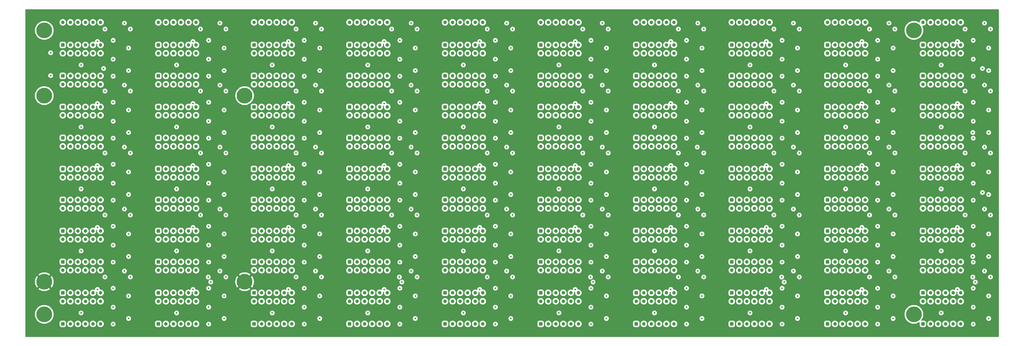
<source format=gbr>
%TF.GenerationSoftware,KiCad,Pcbnew,9.0.3*%
%TF.CreationDate,2025-08-19T04:26:06+03:00*%
%TF.ProjectId,wtf_clock,7774665f-636c-46f6-936b-2e6b69636164,rev?*%
%TF.SameCoordinates,Original*%
%TF.FileFunction,Copper,L3,Inr*%
%TF.FilePolarity,Positive*%
%FSLAX46Y46*%
G04 Gerber Fmt 4.6, Leading zero omitted, Abs format (unit mm)*
G04 Created by KiCad (PCBNEW 9.0.3) date 2025-08-19 04:26:06*
%MOMM*%
%LPD*%
G01*
G04 APERTURE LIST*
G04 Aperture macros list*
%AMRoundRect*
0 Rectangle with rounded corners*
0 $1 Rounding radius*
0 $2 $3 $4 $5 $6 $7 $8 $9 X,Y pos of 4 corners*
0 Add a 4 corners polygon primitive as box body*
4,1,4,$2,$3,$4,$5,$6,$7,$8,$9,$2,$3,0*
0 Add four circle primitives for the rounded corners*
1,1,$1+$1,$2,$3*
1,1,$1+$1,$4,$5*
1,1,$1+$1,$6,$7*
1,1,$1+$1,$8,$9*
0 Add four rect primitives between the rounded corners*
20,1,$1+$1,$2,$3,$4,$5,0*
20,1,$1+$1,$4,$5,$6,$7,0*
20,1,$1+$1,$6,$7,$8,$9,0*
20,1,$1+$1,$8,$9,$2,$3,0*%
G04 Aperture macros list end*
%TA.AperFunction,ComponentPad*%
%ADD10RoundRect,0.250000X-0.350000X-0.350000X0.350000X-0.350000X0.350000X0.350000X-0.350000X0.350000X0*%
%TD*%
%TA.AperFunction,ComponentPad*%
%ADD11C,1.200000*%
%TD*%
%TA.AperFunction,ComponentPad*%
%ADD12C,5.300000*%
%TD*%
%TA.AperFunction,ViaPad*%
%ADD13C,0.600000*%
%TD*%
G04 APERTURE END LIST*
D10*
%TO.N,/Indicator5/seg_e*%
%TO.C,HL12*%
X267350000Y-114010000D03*
D11*
%TO.N,/Indicator5/seg_d*%
X269890000Y-114010000D03*
%TO.N,/Indicator5/seg_dp*%
X272430000Y-114010000D03*
%TO.N,/Indicator5/seg_c*%
X274970000Y-114010000D03*
%TO.N,/Indicator5/seg_g*%
X277510000Y-114010000D03*
%TO.N,/Indicator5/dig_7*%
X280050000Y-114010000D03*
%TO.N,/Indicator5/seg_b*%
X280050000Y-106390000D03*
%TO.N,/Indicator5/dig_6*%
X277510000Y-106390000D03*
%TO.N,/Indicator5/dig_5*%
X274970000Y-106390000D03*
%TO.N,/Indicator5/seg_f*%
X272430000Y-106390000D03*
%TO.N,/Indicator5/seg_a*%
X269890000Y-106390000D03*
%TO.N,/Indicator5/dig_4*%
X267350000Y-106390000D03*
%TD*%
D10*
%TO.N,/Indicator44/seg_e*%
%TO.C,HL89*%
X235150000Y-187160000D03*
D11*
%TO.N,/Indicator44/seg_d*%
X237690000Y-187160000D03*
%TO.N,/Indicator44/seg_dp*%
X240230000Y-187160000D03*
%TO.N,/Indicator44/seg_c*%
X242770000Y-187160000D03*
%TO.N,/Indicator44/seg_g*%
X245310000Y-187160000D03*
%TO.N,/Indicator44/dig_3*%
X247850000Y-187160000D03*
%TO.N,/Indicator44/seg_b*%
X247850000Y-179540000D03*
%TO.N,/Indicator44/dig_2*%
X245310000Y-179540000D03*
%TO.N,/Indicator44/dig_1*%
X242770000Y-179540000D03*
%TO.N,/Indicator44/seg_f*%
X240230000Y-179540000D03*
%TO.N,/Indicator44/seg_a*%
X237690000Y-179540000D03*
%TO.N,/Indicator44/dig_0*%
X235150000Y-179540000D03*
%TD*%
D10*
%TO.N,/Indicator2/seg_e*%
%TO.C,HL5*%
X170750000Y-103560000D03*
D11*
%TO.N,/Indicator2/seg_d*%
X173290000Y-103560000D03*
%TO.N,/Indicator2/seg_dp*%
X175830000Y-103560000D03*
%TO.N,/Indicator2/seg_c*%
X178370000Y-103560000D03*
%TO.N,/Indicator2/seg_g*%
X180910000Y-103560000D03*
%TO.N,/Indicator2/dig_3*%
X183450000Y-103560000D03*
%TO.N,/Indicator2/seg_b*%
X183450000Y-95940000D03*
%TO.N,/Indicator2/dig_2*%
X180910000Y-95940000D03*
%TO.N,/Indicator2/dig_1*%
X178370000Y-95940000D03*
%TO.N,/Indicator2/seg_f*%
X175830000Y-95940000D03*
%TO.N,/Indicator2/seg_a*%
X173290000Y-95940000D03*
%TO.N,/Indicator2/dig_0*%
X170750000Y-95940000D03*
%TD*%
D10*
%TO.N,/Indicator30/seg_e*%
%TO.C,HL62*%
X396150000Y-176710000D03*
D11*
%TO.N,/Indicator30/seg_d*%
X398690000Y-176710000D03*
%TO.N,/Indicator30/seg_dp*%
X401230000Y-176710000D03*
%TO.N,/Indicator30/seg_c*%
X403770000Y-176710000D03*
%TO.N,/Indicator30/seg_g*%
X406310000Y-176710000D03*
%TO.N,/Indicator30/dig_7*%
X408850000Y-176710000D03*
%TO.N,/Indicator30/seg_b*%
X408850000Y-169090000D03*
%TO.N,/Indicator30/dig_6*%
X406310000Y-169090000D03*
%TO.N,/Indicator30/dig_5*%
X403770000Y-169090000D03*
%TO.N,/Indicator30/seg_f*%
X401230000Y-169090000D03*
%TO.N,/Indicator30/seg_a*%
X398690000Y-169090000D03*
%TO.N,/Indicator30/dig_4*%
X396150000Y-169090000D03*
%TD*%
D10*
%TO.N,/Indicator6/seg_e*%
%TO.C,HL14*%
X299550000Y-114010000D03*
D11*
%TO.N,/Indicator6/seg_d*%
X302090000Y-114010000D03*
%TO.N,/Indicator6/seg_dp*%
X304630000Y-114010000D03*
%TO.N,/Indicator6/seg_c*%
X307170000Y-114010000D03*
%TO.N,/Indicator6/seg_g*%
X309710000Y-114010000D03*
%TO.N,/Indicator6/dig_7*%
X312250000Y-114010000D03*
%TO.N,/Indicator6/seg_b*%
X312250000Y-106390000D03*
%TO.N,/Indicator6/dig_6*%
X309710000Y-106390000D03*
%TO.N,/Indicator6/dig_5*%
X307170000Y-106390000D03*
%TO.N,/Indicator6/seg_f*%
X304630000Y-106390000D03*
%TO.N,/Indicator6/seg_a*%
X302090000Y-106390000D03*
%TO.N,/Indicator6/dig_4*%
X299550000Y-106390000D03*
%TD*%
D10*
%TO.N,/Indicator24/seg_e*%
%TO.C,HL49*%
X235150000Y-145360000D03*
D11*
%TO.N,/Indicator24/seg_d*%
X237690000Y-145360000D03*
%TO.N,/Indicator24/seg_dp*%
X240230000Y-145360000D03*
%TO.N,/Indicator24/seg_c*%
X242770000Y-145360000D03*
%TO.N,/Indicator24/seg_g*%
X245310000Y-145360000D03*
%TO.N,/Indicator24/dig_3*%
X247850000Y-145360000D03*
%TO.N,/Indicator24/seg_b*%
X247850000Y-137740000D03*
%TO.N,/Indicator24/dig_2*%
X245310000Y-137740000D03*
%TO.N,/Indicator24/dig_1*%
X242770000Y-137740000D03*
%TO.N,/Indicator24/seg_f*%
X240230000Y-137740000D03*
%TO.N,/Indicator24/seg_a*%
X237690000Y-137740000D03*
%TO.N,/Indicator24/dig_0*%
X235150000Y-137740000D03*
%TD*%
D10*
%TO.N,/Indicator46/seg_e*%
%TO.C,HL93*%
X299550000Y-187160000D03*
D11*
%TO.N,/Indicator46/seg_d*%
X302090000Y-187160000D03*
%TO.N,/Indicator46/seg_dp*%
X304630000Y-187160000D03*
%TO.N,/Indicator46/seg_c*%
X307170000Y-187160000D03*
%TO.N,/Indicator46/seg_g*%
X309710000Y-187160000D03*
%TO.N,/Indicator46/dig_3*%
X312250000Y-187160000D03*
%TO.N,/Indicator46/seg_b*%
X312250000Y-179540000D03*
%TO.N,/Indicator46/dig_2*%
X309710000Y-179540000D03*
%TO.N,/Indicator46/dig_1*%
X307170000Y-179540000D03*
%TO.N,/Indicator46/seg_f*%
X304630000Y-179540000D03*
%TO.N,/Indicator46/seg_a*%
X302090000Y-179540000D03*
%TO.N,/Indicator46/dig_0*%
X299550000Y-179540000D03*
%TD*%
D10*
%TO.N,/Indicator12/seg_e*%
%TO.C,HL26*%
X331750000Y-134910000D03*
D11*
%TO.N,/Indicator12/seg_d*%
X334290000Y-134910000D03*
%TO.N,/Indicator12/seg_dp*%
X336830000Y-134910000D03*
%TO.N,/Indicator12/seg_c*%
X339370000Y-134910000D03*
%TO.N,/Indicator12/seg_g*%
X341910000Y-134910000D03*
%TO.N,/Indicator12/dig_7*%
X344450000Y-134910000D03*
%TO.N,/Indicator12/seg_b*%
X344450000Y-127290000D03*
%TO.N,/Indicator12/dig_6*%
X341910000Y-127290000D03*
%TO.N,/Indicator12/dig_5*%
X339370000Y-127290000D03*
%TO.N,/Indicator12/seg_f*%
X336830000Y-127290000D03*
%TO.N,/Indicator12/seg_a*%
X334290000Y-127290000D03*
%TO.N,/Indicator12/dig_4*%
X331750000Y-127290000D03*
%TD*%
D10*
%TO.N,/Indicator44/seg_e*%
%TO.C,HL90*%
X235150000Y-197610000D03*
D11*
%TO.N,/Indicator44/seg_d*%
X237690000Y-197610000D03*
%TO.N,/Indicator44/seg_dp*%
X240230000Y-197610000D03*
%TO.N,/Indicator44/seg_c*%
X242770000Y-197610000D03*
%TO.N,/Indicator44/seg_g*%
X245310000Y-197610000D03*
%TO.N,/Indicator44/dig_7*%
X247850000Y-197610000D03*
%TO.N,/Indicator44/seg_b*%
X247850000Y-189990000D03*
%TO.N,/Indicator44/dig_6*%
X245310000Y-189990000D03*
%TO.N,/Indicator44/dig_5*%
X242770000Y-189990000D03*
%TO.N,/Indicator44/seg_f*%
X240230000Y-189990000D03*
%TO.N,/Indicator44/seg_a*%
X237690000Y-189990000D03*
%TO.N,/Indicator44/dig_4*%
X235150000Y-189990000D03*
%TD*%
D10*
%TO.N,/Indicator48/seg_e*%
%TO.C,HL97*%
X363950000Y-187160000D03*
D11*
%TO.N,/Indicator48/seg_d*%
X366490000Y-187160000D03*
%TO.N,/Indicator48/seg_dp*%
X369030000Y-187160000D03*
%TO.N,/Indicator48/seg_c*%
X371570000Y-187160000D03*
%TO.N,/Indicator48/seg_g*%
X374110000Y-187160000D03*
%TO.N,/Indicator48/dig_3*%
X376650000Y-187160000D03*
%TO.N,/Indicator48/seg_b*%
X376650000Y-179540000D03*
%TO.N,/Indicator48/dig_2*%
X374110000Y-179540000D03*
%TO.N,/Indicator48/dig_1*%
X371570000Y-179540000D03*
%TO.N,/Indicator48/seg_f*%
X369030000Y-179540000D03*
%TO.N,/Indicator48/seg_a*%
X366490000Y-179540000D03*
%TO.N,/Indicator48/dig_0*%
X363950000Y-179540000D03*
%TD*%
D10*
%TO.N,/Indicator40/seg_e*%
%TO.C,HL81*%
X106350000Y-187160000D03*
D11*
%TO.N,/Indicator40/seg_d*%
X108890000Y-187160000D03*
%TO.N,/Indicator40/seg_dp*%
X111430000Y-187160000D03*
%TO.N,/Indicator40/seg_c*%
X113970000Y-187160000D03*
%TO.N,/Indicator40/seg_g*%
X116510000Y-187160000D03*
%TO.N,/Indicator40/dig_3*%
X119050000Y-187160000D03*
%TO.N,/Indicator40/seg_b*%
X119050000Y-179540000D03*
%TO.N,/Indicator40/dig_2*%
X116510000Y-179540000D03*
%TO.N,/Indicator40/dig_1*%
X113970000Y-179540000D03*
%TO.N,/Indicator40/seg_f*%
X111430000Y-179540000D03*
%TO.N,/Indicator40/seg_a*%
X108890000Y-179540000D03*
%TO.N,/Indicator40/dig_0*%
X106350000Y-179540000D03*
%TD*%
D10*
%TO.N,/Indicator40/seg_e*%
%TO.C,HL82*%
X106350000Y-197610000D03*
D11*
%TO.N,/Indicator40/seg_d*%
X108890000Y-197610000D03*
%TO.N,/Indicator40/seg_dp*%
X111430000Y-197610000D03*
%TO.N,/Indicator40/seg_c*%
X113970000Y-197610000D03*
%TO.N,/Indicator40/seg_g*%
X116510000Y-197610000D03*
%TO.N,/Indicator40/dig_7*%
X119050000Y-197610000D03*
%TO.N,/Indicator40/seg_b*%
X119050000Y-189990000D03*
%TO.N,/Indicator40/dig_6*%
X116510000Y-189990000D03*
%TO.N,/Indicator40/dig_5*%
X113970000Y-189990000D03*
%TO.N,/Indicator40/seg_f*%
X111430000Y-189990000D03*
%TO.N,/Indicator40/seg_a*%
X108890000Y-189990000D03*
%TO.N,/Indicator40/dig_4*%
X106350000Y-189990000D03*
%TD*%
D10*
%TO.N,/Indicator2/seg_e*%
%TO.C,HL6*%
X170750000Y-114010000D03*
D11*
%TO.N,/Indicator2/seg_d*%
X173290000Y-114010000D03*
%TO.N,/Indicator2/seg_dp*%
X175830000Y-114010000D03*
%TO.N,/Indicator2/seg_c*%
X178370000Y-114010000D03*
%TO.N,/Indicator2/seg_g*%
X180910000Y-114010000D03*
%TO.N,/Indicator2/dig_7*%
X183450000Y-114010000D03*
%TO.N,/Indicator2/seg_b*%
X183450000Y-106390000D03*
%TO.N,/Indicator2/dig_6*%
X180910000Y-106390000D03*
%TO.N,/Indicator2/dig_5*%
X178370000Y-106390000D03*
%TO.N,/Indicator2/seg_f*%
X175830000Y-106390000D03*
%TO.N,/Indicator2/seg_a*%
X173290000Y-106390000D03*
%TO.N,/Indicator2/dig_4*%
X170750000Y-106390000D03*
%TD*%
D10*
%TO.N,/Indicator36/seg_e*%
%TO.C,HL73*%
X202950000Y-166260000D03*
D11*
%TO.N,/Indicator36/seg_d*%
X205490000Y-166260000D03*
%TO.N,/Indicator36/seg_dp*%
X208030000Y-166260000D03*
%TO.N,/Indicator36/seg_c*%
X210570000Y-166260000D03*
%TO.N,/Indicator36/seg_g*%
X213110000Y-166260000D03*
%TO.N,/Indicator36/dig_3*%
X215650000Y-166260000D03*
%TO.N,/Indicator36/seg_b*%
X215650000Y-158640000D03*
%TO.N,/Indicator36/dig_2*%
X213110000Y-158640000D03*
%TO.N,/Indicator36/dig_1*%
X210570000Y-158640000D03*
%TO.N,/Indicator36/seg_f*%
X208030000Y-158640000D03*
%TO.N,/Indicator36/seg_a*%
X205490000Y-158640000D03*
%TO.N,/Indicator36/dig_0*%
X202950000Y-158640000D03*
%TD*%
D10*
%TO.N,/Indicator23/seg_e*%
%TO.C,HL48*%
X202950000Y-155810000D03*
D11*
%TO.N,/Indicator23/seg_d*%
X205490000Y-155810000D03*
%TO.N,/Indicator23/seg_dp*%
X208030000Y-155810000D03*
%TO.N,/Indicator23/seg_c*%
X210570000Y-155810000D03*
%TO.N,/Indicator23/seg_g*%
X213110000Y-155810000D03*
%TO.N,/Indicator23/dig_7*%
X215650000Y-155810000D03*
%TO.N,/Indicator23/seg_b*%
X215650000Y-148190000D03*
%TO.N,/Indicator23/dig_6*%
X213110000Y-148190000D03*
%TO.N,/Indicator23/dig_5*%
X210570000Y-148190000D03*
%TO.N,/Indicator23/seg_f*%
X208030000Y-148190000D03*
%TO.N,/Indicator23/seg_a*%
X205490000Y-148190000D03*
%TO.N,/Indicator23/dig_4*%
X202950000Y-148190000D03*
%TD*%
D10*
%TO.N,/Indicator47/seg_e*%
%TO.C,HL96*%
X331750000Y-197610000D03*
D11*
%TO.N,/Indicator47/seg_d*%
X334290000Y-197610000D03*
%TO.N,/Indicator47/seg_dp*%
X336830000Y-197610000D03*
%TO.N,/Indicator47/seg_c*%
X339370000Y-197610000D03*
%TO.N,/Indicator47/seg_g*%
X341910000Y-197610000D03*
%TO.N,/Indicator47/dig_7*%
X344450000Y-197610000D03*
%TO.N,/Indicator47/seg_b*%
X344450000Y-189990000D03*
%TO.N,/Indicator47/dig_6*%
X341910000Y-189990000D03*
%TO.N,/Indicator47/dig_5*%
X339370000Y-189990000D03*
%TO.N,/Indicator47/seg_f*%
X336830000Y-189990000D03*
%TO.N,/Indicator47/seg_a*%
X334290000Y-189990000D03*
%TO.N,/Indicator47/dig_4*%
X331750000Y-189990000D03*
%TD*%
D10*
%TO.N,/Indicator32/seg_e*%
%TO.C,HL65*%
X331750000Y-166260000D03*
D11*
%TO.N,/Indicator32/seg_d*%
X334290000Y-166260000D03*
%TO.N,/Indicator32/seg_dp*%
X336830000Y-166260000D03*
%TO.N,/Indicator32/seg_c*%
X339370000Y-166260000D03*
%TO.N,/Indicator32/seg_g*%
X341910000Y-166260000D03*
%TO.N,/Indicator32/dig_3*%
X344450000Y-166260000D03*
%TO.N,/Indicator32/seg_b*%
X344450000Y-158640000D03*
%TO.N,/Indicator32/dig_2*%
X341910000Y-158640000D03*
%TO.N,/Indicator32/dig_1*%
X339370000Y-158640000D03*
%TO.N,/Indicator32/seg_f*%
X336830000Y-158640000D03*
%TO.N,/Indicator32/seg_a*%
X334290000Y-158640000D03*
%TO.N,/Indicator32/dig_0*%
X331750000Y-158640000D03*
%TD*%
D10*
%TO.N,/Indicator37/seg_e*%
%TO.C,HL76*%
X170750000Y-176710000D03*
D11*
%TO.N,/Indicator37/seg_d*%
X173290000Y-176710000D03*
%TO.N,/Indicator37/seg_dp*%
X175830000Y-176710000D03*
%TO.N,/Indicator37/seg_c*%
X178370000Y-176710000D03*
%TO.N,/Indicator37/seg_g*%
X180910000Y-176710000D03*
%TO.N,/Indicator37/dig_7*%
X183450000Y-176710000D03*
%TO.N,/Indicator37/seg_b*%
X183450000Y-169090000D03*
%TO.N,/Indicator37/dig_6*%
X180910000Y-169090000D03*
%TO.N,/Indicator37/dig_5*%
X178370000Y-169090000D03*
%TO.N,/Indicator37/seg_f*%
X175830000Y-169090000D03*
%TO.N,/Indicator37/seg_a*%
X173290000Y-169090000D03*
%TO.N,/Indicator37/dig_4*%
X170750000Y-169090000D03*
%TD*%
D10*
%TO.N,/Indicator4/seg_e*%
%TO.C,HL10*%
X235150000Y-114010000D03*
D11*
%TO.N,/Indicator4/seg_d*%
X237690000Y-114010000D03*
%TO.N,/Indicator4/seg_dp*%
X240230000Y-114010000D03*
%TO.N,/Indicator4/seg_c*%
X242770000Y-114010000D03*
%TO.N,/Indicator4/seg_g*%
X245310000Y-114010000D03*
%TO.N,/Indicator4/dig_7*%
X247850000Y-114010000D03*
%TO.N,/Indicator4/seg_b*%
X247850000Y-106390000D03*
%TO.N,/Indicator4/dig_6*%
X245310000Y-106390000D03*
%TO.N,/Indicator4/dig_5*%
X242770000Y-106390000D03*
%TO.N,/Indicator4/seg_f*%
X240230000Y-106390000D03*
%TO.N,/Indicator4/seg_a*%
X237690000Y-106390000D03*
%TO.N,/Indicator4/dig_4*%
X235150000Y-106390000D03*
%TD*%
D10*
%TO.N,/Indicator17/seg_e*%
%TO.C,HL35*%
X170750000Y-124460000D03*
D11*
%TO.N,/Indicator17/seg_d*%
X173290000Y-124460000D03*
%TO.N,/Indicator17/seg_dp*%
X175830000Y-124460000D03*
%TO.N,/Indicator17/seg_c*%
X178370000Y-124460000D03*
%TO.N,/Indicator17/seg_g*%
X180910000Y-124460000D03*
%TO.N,/Indicator17/dig_3*%
X183450000Y-124460000D03*
%TO.N,/Indicator17/seg_b*%
X183450000Y-116840000D03*
%TO.N,/Indicator17/dig_2*%
X180910000Y-116840000D03*
%TO.N,/Indicator17/dig_1*%
X178370000Y-116840000D03*
%TO.N,/Indicator17/seg_f*%
X175830000Y-116840000D03*
%TO.N,/Indicator17/seg_a*%
X173290000Y-116840000D03*
%TO.N,/Indicator17/dig_0*%
X170750000Y-116840000D03*
%TD*%
D10*
%TO.N,/Indicator37/seg_e*%
%TO.C,HL75*%
X170750000Y-166260000D03*
D11*
%TO.N,/Indicator37/seg_d*%
X173290000Y-166260000D03*
%TO.N,/Indicator37/seg_dp*%
X175830000Y-166260000D03*
%TO.N,/Indicator37/seg_c*%
X178370000Y-166260000D03*
%TO.N,/Indicator37/seg_g*%
X180910000Y-166260000D03*
%TO.N,/Indicator37/dig_3*%
X183450000Y-166260000D03*
%TO.N,/Indicator37/seg_b*%
X183450000Y-158640000D03*
%TO.N,/Indicator37/dig_2*%
X180910000Y-158640000D03*
%TO.N,/Indicator37/dig_1*%
X178370000Y-158640000D03*
%TO.N,/Indicator37/seg_f*%
X175830000Y-158640000D03*
%TO.N,/Indicator37/seg_a*%
X173290000Y-158640000D03*
%TO.N,/Indicator37/dig_0*%
X170750000Y-158640000D03*
%TD*%
D10*
%TO.N,/Indicator19/seg_e*%
%TO.C,HL39*%
X106350000Y-124460000D03*
D11*
%TO.N,/Indicator19/seg_d*%
X108890000Y-124460000D03*
%TO.N,/Indicator19/seg_dp*%
X111430000Y-124460000D03*
%TO.N,/Indicator19/seg_c*%
X113970000Y-124460000D03*
%TO.N,/Indicator19/seg_g*%
X116510000Y-124460000D03*
%TO.N,/Indicator19/dig_3*%
X119050000Y-124460000D03*
%TO.N,/Indicator19/seg_b*%
X119050000Y-116840000D03*
%TO.N,/Indicator19/dig_2*%
X116510000Y-116840000D03*
%TO.N,/Indicator19/dig_1*%
X113970000Y-116840000D03*
%TO.N,/Indicator19/seg_f*%
X111430000Y-116840000D03*
%TO.N,/Indicator19/seg_a*%
X108890000Y-116840000D03*
%TO.N,/Indicator19/dig_0*%
X106350000Y-116840000D03*
%TD*%
D12*
%TO.N,GND*%
%TO.C,M7*%
X100100000Y-98650000D03*
%TD*%
D10*
%TO.N,/Indicator34/seg_e*%
%TO.C,HL69*%
X267350000Y-166260000D03*
D11*
%TO.N,/Indicator34/seg_d*%
X269890000Y-166260000D03*
%TO.N,/Indicator34/seg_dp*%
X272430000Y-166260000D03*
%TO.N,/Indicator34/seg_c*%
X274970000Y-166260000D03*
%TO.N,/Indicator34/seg_g*%
X277510000Y-166260000D03*
%TO.N,/Indicator34/dig_3*%
X280050000Y-166260000D03*
%TO.N,/Indicator34/seg_b*%
X280050000Y-158640000D03*
%TO.N,/Indicator34/dig_2*%
X277510000Y-158640000D03*
%TO.N,/Indicator34/dig_1*%
X274970000Y-158640000D03*
%TO.N,/Indicator34/seg_f*%
X272430000Y-158640000D03*
%TO.N,/Indicator34/seg_a*%
X269890000Y-158640000D03*
%TO.N,/Indicator34/dig_0*%
X267350000Y-158640000D03*
%TD*%
D10*
%TO.N,/Indicator11/seg_e*%
%TO.C,HL23*%
X363950000Y-124460000D03*
D11*
%TO.N,/Indicator11/seg_d*%
X366490000Y-124460000D03*
%TO.N,/Indicator11/seg_dp*%
X369030000Y-124460000D03*
%TO.N,/Indicator11/seg_c*%
X371570000Y-124460000D03*
%TO.N,/Indicator11/seg_g*%
X374110000Y-124460000D03*
%TO.N,/Indicator11/dig_3*%
X376650000Y-124460000D03*
%TO.N,/Indicator11/seg_b*%
X376650000Y-116840000D03*
%TO.N,/Indicator11/dig_2*%
X374110000Y-116840000D03*
%TO.N,/Indicator11/dig_1*%
X371570000Y-116840000D03*
%TO.N,/Indicator11/seg_f*%
X369030000Y-116840000D03*
%TO.N,/Indicator11/seg_a*%
X366490000Y-116840000D03*
%TO.N,/Indicator11/dig_0*%
X363950000Y-116840000D03*
%TD*%
D10*
%TO.N,/Indicator49/seg_e*%
%TO.C,HL99*%
X396150000Y-187160000D03*
D11*
%TO.N,/Indicator49/seg_d*%
X398690000Y-187160000D03*
%TO.N,/Indicator49/seg_dp*%
X401230000Y-187160000D03*
%TO.N,/Indicator49/seg_c*%
X403770000Y-187160000D03*
%TO.N,/Indicator49/seg_g*%
X406310000Y-187160000D03*
%TO.N,/Indicator49/dig_3*%
X408850000Y-187160000D03*
%TO.N,/Indicator49/seg_b*%
X408850000Y-179540000D03*
%TO.N,/Indicator49/dig_2*%
X406310000Y-179540000D03*
%TO.N,/Indicator49/dig_1*%
X403770000Y-179540000D03*
%TO.N,/Indicator49/seg_f*%
X401230000Y-179540000D03*
%TO.N,/Indicator49/seg_a*%
X398690000Y-179540000D03*
%TO.N,/Indicator49/dig_0*%
X396150000Y-179540000D03*
%TD*%
D10*
%TO.N,/Indicator10/seg_e*%
%TO.C,HL22*%
X396150000Y-134910000D03*
D11*
%TO.N,/Indicator10/seg_d*%
X398690000Y-134910000D03*
%TO.N,/Indicator10/seg_dp*%
X401230000Y-134910000D03*
%TO.N,/Indicator10/seg_c*%
X403770000Y-134910000D03*
%TO.N,/Indicator10/seg_g*%
X406310000Y-134910000D03*
%TO.N,/Indicator10/dig_7*%
X408850000Y-134910000D03*
%TO.N,/Indicator10/seg_b*%
X408850000Y-127290000D03*
%TO.N,/Indicator10/dig_6*%
X406310000Y-127290000D03*
%TO.N,/Indicator10/dig_5*%
X403770000Y-127290000D03*
%TO.N,/Indicator10/seg_f*%
X401230000Y-127290000D03*
%TO.N,/Indicator10/seg_a*%
X398690000Y-127290000D03*
%TO.N,/Indicator10/dig_4*%
X396150000Y-127290000D03*
%TD*%
D12*
%TO.N,GND*%
%TO.C,M8*%
X393100000Y-98650000D03*
%TD*%
D10*
%TO.N,/Indicator25/seg_e*%
%TO.C,HL52*%
X267350000Y-155810000D03*
D11*
%TO.N,/Indicator25/seg_d*%
X269890000Y-155810000D03*
%TO.N,/Indicator25/seg_dp*%
X272430000Y-155810000D03*
%TO.N,/Indicator25/seg_c*%
X274970000Y-155810000D03*
%TO.N,/Indicator25/seg_g*%
X277510000Y-155810000D03*
%TO.N,/Indicator25/dig_7*%
X280050000Y-155810000D03*
%TO.N,/Indicator25/seg_b*%
X280050000Y-148190000D03*
%TO.N,/Indicator25/dig_6*%
X277510000Y-148190000D03*
%TO.N,/Indicator25/dig_5*%
X274970000Y-148190000D03*
%TO.N,/Indicator25/seg_f*%
X272430000Y-148190000D03*
%TO.N,/Indicator25/seg_a*%
X269890000Y-148190000D03*
%TO.N,/Indicator25/dig_4*%
X267350000Y-148190000D03*
%TD*%
D10*
%TO.N,/Indicator35/seg_e*%
%TO.C,HL71*%
X235150000Y-166260000D03*
D11*
%TO.N,/Indicator35/seg_d*%
X237690000Y-166260000D03*
%TO.N,/Indicator35/seg_dp*%
X240230000Y-166260000D03*
%TO.N,/Indicator35/seg_c*%
X242770000Y-166260000D03*
%TO.N,/Indicator35/seg_g*%
X245310000Y-166260000D03*
%TO.N,/Indicator35/dig_3*%
X247850000Y-166260000D03*
%TO.N,/Indicator35/seg_b*%
X247850000Y-158640000D03*
%TO.N,/Indicator35/dig_2*%
X245310000Y-158640000D03*
%TO.N,/Indicator35/dig_1*%
X242770000Y-158640000D03*
%TO.N,/Indicator35/seg_f*%
X240230000Y-158640000D03*
%TO.N,/Indicator35/seg_a*%
X237690000Y-158640000D03*
%TO.N,/Indicator35/dig_0*%
X235150000Y-158640000D03*
%TD*%
D10*
%TO.N,/Indicator16/seg_e*%
%TO.C,HL33*%
X202950000Y-124460000D03*
D11*
%TO.N,/Indicator16/seg_d*%
X205490000Y-124460000D03*
%TO.N,/Indicator16/seg_dp*%
X208030000Y-124460000D03*
%TO.N,/Indicator16/seg_c*%
X210570000Y-124460000D03*
%TO.N,/Indicator16/seg_g*%
X213110000Y-124460000D03*
%TO.N,/Indicator16/dig_3*%
X215650000Y-124460000D03*
%TO.N,/Indicator16/seg_b*%
X215650000Y-116840000D03*
%TO.N,/Indicator16/dig_2*%
X213110000Y-116840000D03*
%TO.N,/Indicator16/dig_1*%
X210570000Y-116840000D03*
%TO.N,/Indicator16/seg_f*%
X208030000Y-116840000D03*
%TO.N,/Indicator16/seg_a*%
X205490000Y-116840000D03*
%TO.N,/Indicator16/dig_0*%
X202950000Y-116840000D03*
%TD*%
D10*
%TO.N,/Indicator39/seg_e*%
%TO.C,HL80*%
X106350000Y-176710000D03*
D11*
%TO.N,/Indicator39/seg_d*%
X108890000Y-176710000D03*
%TO.N,/Indicator39/seg_dp*%
X111430000Y-176710000D03*
%TO.N,/Indicator39/seg_c*%
X113970000Y-176710000D03*
%TO.N,/Indicator39/seg_g*%
X116510000Y-176710000D03*
%TO.N,/Indicator39/dig_7*%
X119050000Y-176710000D03*
%TO.N,/Indicator39/seg_b*%
X119050000Y-169090000D03*
%TO.N,/Indicator39/dig_6*%
X116510000Y-169090000D03*
%TO.N,/Indicator39/dig_5*%
X113970000Y-169090000D03*
%TO.N,/Indicator39/seg_f*%
X111430000Y-169090000D03*
%TO.N,/Indicator39/seg_a*%
X108890000Y-169090000D03*
%TO.N,/Indicator39/dig_4*%
X106350000Y-169090000D03*
%TD*%
D10*
%TO.N,/Indicator7/seg_e*%
%TO.C,HL16*%
X331750000Y-114010000D03*
D11*
%TO.N,/Indicator7/seg_d*%
X334290000Y-114010000D03*
%TO.N,/Indicator7/seg_dp*%
X336830000Y-114010000D03*
%TO.N,/Indicator7/seg_c*%
X339370000Y-114010000D03*
%TO.N,/Indicator7/seg_g*%
X341910000Y-114010000D03*
%TO.N,/Indicator7/dig_7*%
X344450000Y-114010000D03*
%TO.N,/Indicator7/seg_b*%
X344450000Y-106390000D03*
%TO.N,/Indicator7/dig_6*%
X341910000Y-106390000D03*
%TO.N,/Indicator7/dig_5*%
X339370000Y-106390000D03*
%TO.N,/Indicator7/seg_f*%
X336830000Y-106390000D03*
%TO.N,/Indicator7/seg_a*%
X334290000Y-106390000D03*
%TO.N,/Indicator7/dig_4*%
X331750000Y-106390000D03*
%TD*%
D10*
%TO.N,/Indicator43/seg_e*%
%TO.C,HL88*%
X202950000Y-197610000D03*
D11*
%TO.N,/Indicator43/seg_d*%
X205490000Y-197610000D03*
%TO.N,/Indicator43/seg_dp*%
X208030000Y-197610000D03*
%TO.N,/Indicator43/seg_c*%
X210570000Y-197610000D03*
%TO.N,/Indicator43/seg_g*%
X213110000Y-197610000D03*
%TO.N,/Indicator43/dig_7*%
X215650000Y-197610000D03*
%TO.N,/Indicator43/seg_b*%
X215650000Y-189990000D03*
%TO.N,/Indicator43/dig_6*%
X213110000Y-189990000D03*
%TO.N,/Indicator43/dig_5*%
X210570000Y-189990000D03*
%TO.N,/Indicator43/seg_f*%
X208030000Y-189990000D03*
%TO.N,/Indicator43/seg_a*%
X205490000Y-189990000D03*
%TO.N,/Indicator43/dig_4*%
X202950000Y-189990000D03*
%TD*%
D10*
%TO.N,/Indicator21/seg_e*%
%TO.C,HL43*%
X138550000Y-145360000D03*
D11*
%TO.N,/Indicator21/seg_d*%
X141090000Y-145360000D03*
%TO.N,/Indicator21/seg_dp*%
X143630000Y-145360000D03*
%TO.N,/Indicator21/seg_c*%
X146170000Y-145360000D03*
%TO.N,/Indicator21/seg_g*%
X148710000Y-145360000D03*
%TO.N,/Indicator21/dig_3*%
X151250000Y-145360000D03*
%TO.N,/Indicator21/seg_b*%
X151250000Y-137740000D03*
%TO.N,/Indicator21/dig_2*%
X148710000Y-137740000D03*
%TO.N,/Indicator21/dig_1*%
X146170000Y-137740000D03*
%TO.N,/Indicator21/seg_f*%
X143630000Y-137740000D03*
%TO.N,/Indicator21/seg_a*%
X141090000Y-137740000D03*
%TO.N,/Indicator21/dig_0*%
X138550000Y-137740000D03*
%TD*%
D10*
%TO.N,/Indicator13/seg_e*%
%TO.C,HL28*%
X299550000Y-134910000D03*
D11*
%TO.N,/Indicator13/seg_d*%
X302090000Y-134910000D03*
%TO.N,/Indicator13/seg_dp*%
X304630000Y-134910000D03*
%TO.N,/Indicator13/seg_c*%
X307170000Y-134910000D03*
%TO.N,/Indicator13/seg_g*%
X309710000Y-134910000D03*
%TO.N,/Indicator13/dig_7*%
X312250000Y-134910000D03*
%TO.N,/Indicator13/seg_b*%
X312250000Y-127290000D03*
%TO.N,/Indicator13/dig_6*%
X309710000Y-127290000D03*
%TO.N,/Indicator13/dig_5*%
X307170000Y-127290000D03*
%TO.N,/Indicator13/seg_f*%
X304630000Y-127290000D03*
%TO.N,/Indicator13/seg_a*%
X302090000Y-127290000D03*
%TO.N,/Indicator13/dig_4*%
X299550000Y-127290000D03*
%TD*%
D12*
%TO.N,GND*%
%TO.C,M2*%
X167600000Y-120650000D03*
%TD*%
D10*
%TO.N,/Indicator8/seg_e*%
%TO.C,HL18*%
X363950000Y-114010000D03*
D11*
%TO.N,/Indicator8/seg_d*%
X366490000Y-114010000D03*
%TO.N,/Indicator8/seg_dp*%
X369030000Y-114010000D03*
%TO.N,/Indicator8/seg_c*%
X371570000Y-114010000D03*
%TO.N,/Indicator8/seg_g*%
X374110000Y-114010000D03*
%TO.N,/Indicator8/dig_7*%
X376650000Y-114010000D03*
%TO.N,/Indicator8/seg_b*%
X376650000Y-106390000D03*
%TO.N,/Indicator8/dig_6*%
X374110000Y-106390000D03*
%TO.N,/Indicator8/dig_5*%
X371570000Y-106390000D03*
%TO.N,/Indicator8/seg_f*%
X369030000Y-106390000D03*
%TO.N,/Indicator8/seg_a*%
X366490000Y-106390000D03*
%TO.N,/Indicator8/dig_4*%
X363950000Y-106390000D03*
%TD*%
D10*
%TO.N,/Indicator1/seg_e*%
%TO.C,HL4*%
X138550000Y-114010000D03*
D11*
%TO.N,/Indicator1/seg_d*%
X141090000Y-114010000D03*
%TO.N,/Indicator1/seg_dp*%
X143630000Y-114010000D03*
%TO.N,/Indicator1/seg_c*%
X146170000Y-114010000D03*
%TO.N,/Indicator1/seg_g*%
X148710000Y-114010000D03*
%TO.N,/Indicator1/dig_7*%
X151250000Y-114010000D03*
%TO.N,/Indicator1/seg_b*%
X151250000Y-106390000D03*
%TO.N,/Indicator1/dig_6*%
X148710000Y-106390000D03*
%TO.N,/Indicator1/dig_5*%
X146170000Y-106390000D03*
%TO.N,/Indicator1/seg_f*%
X143630000Y-106390000D03*
%TO.N,/Indicator1/seg_a*%
X141090000Y-106390000D03*
%TO.N,/Indicator1/dig_4*%
X138550000Y-106390000D03*
%TD*%
D10*
%TO.N,/Indicator29/seg_e*%
%TO.C,HL59*%
X396150000Y-145360000D03*
D11*
%TO.N,/Indicator29/seg_d*%
X398690000Y-145360000D03*
%TO.N,/Indicator29/seg_dp*%
X401230000Y-145360000D03*
%TO.N,/Indicator29/seg_c*%
X403770000Y-145360000D03*
%TO.N,/Indicator29/seg_g*%
X406310000Y-145360000D03*
%TO.N,/Indicator29/dig_3*%
X408850000Y-145360000D03*
%TO.N,/Indicator29/seg_b*%
X408850000Y-137740000D03*
%TO.N,/Indicator29/dig_2*%
X406310000Y-137740000D03*
%TO.N,/Indicator29/dig_1*%
X403770000Y-137740000D03*
%TO.N,/Indicator29/seg_f*%
X401230000Y-137740000D03*
%TO.N,/Indicator29/seg_a*%
X398690000Y-137740000D03*
%TO.N,/Indicator29/dig_0*%
X396150000Y-137740000D03*
%TD*%
D10*
%TO.N,/Indicator21/seg_e*%
%TO.C,HL44*%
X138550000Y-155810000D03*
D11*
%TO.N,/Indicator21/seg_d*%
X141090000Y-155810000D03*
%TO.N,/Indicator21/seg_dp*%
X143630000Y-155810000D03*
%TO.N,/Indicator21/seg_c*%
X146170000Y-155810000D03*
%TO.N,/Indicator21/seg_g*%
X148710000Y-155810000D03*
%TO.N,/Indicator21/dig_7*%
X151250000Y-155810000D03*
%TO.N,/Indicator21/seg_b*%
X151250000Y-148190000D03*
%TO.N,/Indicator21/dig_6*%
X148710000Y-148190000D03*
%TO.N,/Indicator21/dig_5*%
X146170000Y-148190000D03*
%TO.N,/Indicator21/seg_f*%
X143630000Y-148190000D03*
%TO.N,/Indicator21/seg_a*%
X141090000Y-148190000D03*
%TO.N,/Indicator21/dig_4*%
X138550000Y-148190000D03*
%TD*%
D10*
%TO.N,/Indicator41/seg_e*%
%TO.C,HL83*%
X138550000Y-187160000D03*
D11*
%TO.N,/Indicator41/seg_d*%
X141090000Y-187160000D03*
%TO.N,/Indicator41/seg_dp*%
X143630000Y-187160000D03*
%TO.N,/Indicator41/seg_c*%
X146170000Y-187160000D03*
%TO.N,/Indicator41/seg_g*%
X148710000Y-187160000D03*
%TO.N,/Indicator41/dig_3*%
X151250000Y-187160000D03*
%TO.N,/Indicator41/seg_b*%
X151250000Y-179540000D03*
%TO.N,/Indicator41/dig_2*%
X148710000Y-179540000D03*
%TO.N,/Indicator41/dig_1*%
X146170000Y-179540000D03*
%TO.N,/Indicator41/seg_f*%
X143630000Y-179540000D03*
%TO.N,/Indicator41/seg_a*%
X141090000Y-179540000D03*
%TO.N,/Indicator41/dig_0*%
X138550000Y-179540000D03*
%TD*%
D10*
%TO.N,/Indicator34/seg_e*%
%TO.C,HL70*%
X267350000Y-176710000D03*
D11*
%TO.N,/Indicator34/seg_d*%
X269890000Y-176710000D03*
%TO.N,/Indicator34/seg_dp*%
X272430000Y-176710000D03*
%TO.N,/Indicator34/seg_c*%
X274970000Y-176710000D03*
%TO.N,/Indicator34/seg_g*%
X277510000Y-176710000D03*
%TO.N,/Indicator34/dig_7*%
X280050000Y-176710000D03*
%TO.N,/Indicator34/seg_b*%
X280050000Y-169090000D03*
%TO.N,/Indicator34/dig_6*%
X277510000Y-169090000D03*
%TO.N,/Indicator34/dig_5*%
X274970000Y-169090000D03*
%TO.N,/Indicator34/seg_f*%
X272430000Y-169090000D03*
%TO.N,/Indicator34/seg_a*%
X269890000Y-169090000D03*
%TO.N,/Indicator34/dig_4*%
X267350000Y-169090000D03*
%TD*%
D10*
%TO.N,/Indicator15/seg_e*%
%TO.C,HL31*%
X235150000Y-124460000D03*
D11*
%TO.N,/Indicator15/seg_d*%
X237690000Y-124460000D03*
%TO.N,/Indicator15/seg_dp*%
X240230000Y-124460000D03*
%TO.N,/Indicator15/seg_c*%
X242770000Y-124460000D03*
%TO.N,/Indicator15/seg_g*%
X245310000Y-124460000D03*
%TO.N,/Indicator15/dig_3*%
X247850000Y-124460000D03*
%TO.N,/Indicator15/seg_b*%
X247850000Y-116840000D03*
%TO.N,/Indicator15/dig_2*%
X245310000Y-116840000D03*
%TO.N,/Indicator15/dig_1*%
X242770000Y-116840000D03*
%TO.N,/Indicator15/seg_f*%
X240230000Y-116840000D03*
%TO.N,/Indicator15/seg_a*%
X237690000Y-116840000D03*
%TO.N,/Indicator15/dig_0*%
X235150000Y-116840000D03*
%TD*%
D10*
%TO.N,/Indicator30/seg_e*%
%TO.C,HL61*%
X396150000Y-166260000D03*
D11*
%TO.N,/Indicator30/seg_d*%
X398690000Y-166260000D03*
%TO.N,/Indicator30/seg_dp*%
X401230000Y-166260000D03*
%TO.N,/Indicator30/seg_c*%
X403770000Y-166260000D03*
%TO.N,/Indicator30/seg_g*%
X406310000Y-166260000D03*
%TO.N,/Indicator30/dig_3*%
X408850000Y-166260000D03*
%TO.N,/Indicator30/seg_b*%
X408850000Y-158640000D03*
%TO.N,/Indicator30/dig_2*%
X406310000Y-158640000D03*
%TO.N,/Indicator30/dig_1*%
X403770000Y-158640000D03*
%TO.N,/Indicator30/seg_f*%
X401230000Y-158640000D03*
%TO.N,/Indicator30/seg_a*%
X398690000Y-158640000D03*
%TO.N,/Indicator30/dig_0*%
X396150000Y-158640000D03*
%TD*%
D10*
%TO.N,/Indicator39/seg_e*%
%TO.C,HL79*%
X106350000Y-166260000D03*
D11*
%TO.N,/Indicator39/seg_d*%
X108890000Y-166260000D03*
%TO.N,/Indicator39/seg_dp*%
X111430000Y-166260000D03*
%TO.N,/Indicator39/seg_c*%
X113970000Y-166260000D03*
%TO.N,/Indicator39/seg_g*%
X116510000Y-166260000D03*
%TO.N,/Indicator39/dig_3*%
X119050000Y-166260000D03*
%TO.N,/Indicator39/seg_b*%
X119050000Y-158640000D03*
%TO.N,/Indicator39/dig_2*%
X116510000Y-158640000D03*
%TO.N,/Indicator39/dig_1*%
X113970000Y-158640000D03*
%TO.N,/Indicator39/seg_f*%
X111430000Y-158640000D03*
%TO.N,/Indicator39/seg_a*%
X108890000Y-158640000D03*
%TO.N,/Indicator39/dig_0*%
X106350000Y-158640000D03*
%TD*%
D10*
%TO.N,/Indicator42/seg_e*%
%TO.C,HL85*%
X170750000Y-187160000D03*
D11*
%TO.N,/Indicator42/seg_d*%
X173290000Y-187160000D03*
%TO.N,/Indicator42/seg_dp*%
X175830000Y-187160000D03*
%TO.N,/Indicator42/seg_c*%
X178370000Y-187160000D03*
%TO.N,/Indicator42/seg_g*%
X180910000Y-187160000D03*
%TO.N,/Indicator42/dig_3*%
X183450000Y-187160000D03*
%TO.N,/Indicator42/seg_b*%
X183450000Y-179540000D03*
%TO.N,/Indicator42/dig_2*%
X180910000Y-179540000D03*
%TO.N,/Indicator42/dig_1*%
X178370000Y-179540000D03*
%TO.N,/Indicator42/seg_f*%
X175830000Y-179540000D03*
%TO.N,/Indicator42/seg_a*%
X173290000Y-179540000D03*
%TO.N,/Indicator42/dig_0*%
X170750000Y-179540000D03*
%TD*%
D10*
%TO.N,/Indicator48/seg_e*%
%TO.C,HL98*%
X363950000Y-197610000D03*
D11*
%TO.N,/Indicator48/seg_d*%
X366490000Y-197610000D03*
%TO.N,/Indicator48/seg_dp*%
X369030000Y-197610000D03*
%TO.N,/Indicator48/seg_c*%
X371570000Y-197610000D03*
%TO.N,/Indicator48/seg_g*%
X374110000Y-197610000D03*
%TO.N,/Indicator48/dig_7*%
X376650000Y-197610000D03*
%TO.N,/Indicator48/seg_b*%
X376650000Y-189990000D03*
%TO.N,/Indicator48/dig_6*%
X374110000Y-189990000D03*
%TO.N,/Indicator48/dig_5*%
X371570000Y-189990000D03*
%TO.N,/Indicator48/seg_f*%
X369030000Y-189990000D03*
%TO.N,/Indicator48/seg_a*%
X366490000Y-189990000D03*
%TO.N,/Indicator48/dig_4*%
X363950000Y-189990000D03*
%TD*%
D10*
%TO.N,/Indicator28/seg_e*%
%TO.C,HL58*%
X363950000Y-155810000D03*
D11*
%TO.N,/Indicator28/seg_d*%
X366490000Y-155810000D03*
%TO.N,/Indicator28/seg_dp*%
X369030000Y-155810000D03*
%TO.N,/Indicator28/seg_c*%
X371570000Y-155810000D03*
%TO.N,/Indicator28/seg_g*%
X374110000Y-155810000D03*
%TO.N,/Indicator28/dig_7*%
X376650000Y-155810000D03*
%TO.N,/Indicator28/seg_b*%
X376650000Y-148190000D03*
%TO.N,/Indicator28/dig_6*%
X374110000Y-148190000D03*
%TO.N,/Indicator28/dig_5*%
X371570000Y-148190000D03*
%TO.N,/Indicator28/seg_f*%
X369030000Y-148190000D03*
%TO.N,/Indicator28/seg_a*%
X366490000Y-148190000D03*
%TO.N,/Indicator28/dig_4*%
X363950000Y-148190000D03*
%TD*%
D10*
%TO.N,/Indicator28/seg_e*%
%TO.C,HL57*%
X363950000Y-145360000D03*
D11*
%TO.N,/Indicator28/seg_d*%
X366490000Y-145360000D03*
%TO.N,/Indicator28/seg_dp*%
X369030000Y-145360000D03*
%TO.N,/Indicator28/seg_c*%
X371570000Y-145360000D03*
%TO.N,/Indicator28/seg_g*%
X374110000Y-145360000D03*
%TO.N,/Indicator28/dig_3*%
X376650000Y-145360000D03*
%TO.N,/Indicator28/seg_b*%
X376650000Y-137740000D03*
%TO.N,/Indicator28/dig_2*%
X374110000Y-137740000D03*
%TO.N,/Indicator28/dig_1*%
X371570000Y-137740000D03*
%TO.N,/Indicator28/seg_f*%
X369030000Y-137740000D03*
%TO.N,/Indicator28/seg_a*%
X366490000Y-137740000D03*
%TO.N,/Indicator28/dig_0*%
X363950000Y-137740000D03*
%TD*%
D12*
%TO.N,+5V*%
%TO.C,M3*%
X100100000Y-183400000D03*
%TD*%
%TO.N,+5V*%
%TO.C,M1*%
X167600000Y-183400000D03*
%TD*%
D10*
%TO.N,/Indicator24/seg_e*%
%TO.C,HL50*%
X235150000Y-155810000D03*
D11*
%TO.N,/Indicator24/seg_d*%
X237690000Y-155810000D03*
%TO.N,/Indicator24/seg_dp*%
X240230000Y-155810000D03*
%TO.N,/Indicator24/seg_c*%
X242770000Y-155810000D03*
%TO.N,/Indicator24/seg_g*%
X245310000Y-155810000D03*
%TO.N,/Indicator24/dig_7*%
X247850000Y-155810000D03*
%TO.N,/Indicator24/seg_b*%
X247850000Y-148190000D03*
%TO.N,/Indicator24/dig_6*%
X245310000Y-148190000D03*
%TO.N,/Indicator24/dig_5*%
X242770000Y-148190000D03*
%TO.N,/Indicator24/seg_f*%
X240230000Y-148190000D03*
%TO.N,/Indicator24/seg_a*%
X237690000Y-148190000D03*
%TO.N,/Indicator24/dig_4*%
X235150000Y-148190000D03*
%TD*%
D10*
%TO.N,/Indicator12/seg_e*%
%TO.C,HL25*%
X331750000Y-124460000D03*
D11*
%TO.N,/Indicator12/seg_d*%
X334290000Y-124460000D03*
%TO.N,/Indicator12/seg_dp*%
X336830000Y-124460000D03*
%TO.N,/Indicator12/seg_c*%
X339370000Y-124460000D03*
%TO.N,/Indicator12/seg_g*%
X341910000Y-124460000D03*
%TO.N,/Indicator12/dig_3*%
X344450000Y-124460000D03*
%TO.N,/Indicator12/seg_b*%
X344450000Y-116840000D03*
%TO.N,/Indicator12/dig_2*%
X341910000Y-116840000D03*
%TO.N,/Indicator12/dig_1*%
X339370000Y-116840000D03*
%TO.N,/Indicator12/seg_f*%
X336830000Y-116840000D03*
%TO.N,/Indicator12/seg_a*%
X334290000Y-116840000D03*
%TO.N,/Indicator12/dig_0*%
X331750000Y-116840000D03*
%TD*%
D10*
%TO.N,/Indicator0/seg_e*%
%TO.C,HL1*%
X106350000Y-103560000D03*
D11*
%TO.N,/Indicator0/seg_d*%
X108890000Y-103560000D03*
%TO.N,/Indicator0/seg_dp*%
X111430000Y-103560000D03*
%TO.N,/Indicator0/seg_c*%
X113970000Y-103560000D03*
%TO.N,/Indicator0/seg_g*%
X116510000Y-103560000D03*
%TO.N,/Indicator0/dig_3*%
X119050000Y-103560000D03*
%TO.N,/Indicator0/seg_b*%
X119050000Y-95940000D03*
%TO.N,/Indicator0/dig_2*%
X116510000Y-95940000D03*
%TO.N,/Indicator0/dig_1*%
X113970000Y-95940000D03*
%TO.N,/Indicator0/seg_f*%
X111430000Y-95940000D03*
%TO.N,/Indicator0/seg_a*%
X108890000Y-95940000D03*
%TO.N,/Indicator0/dig_0*%
X106350000Y-95940000D03*
%TD*%
D12*
%TO.N,GND*%
%TO.C,M6*%
X393100000Y-194400000D03*
%TD*%
D10*
%TO.N,/Indicator3/seg_e*%
%TO.C,HL8*%
X202950000Y-114010000D03*
D11*
%TO.N,/Indicator3/seg_d*%
X205490000Y-114010000D03*
%TO.N,/Indicator3/seg_dp*%
X208030000Y-114010000D03*
%TO.N,/Indicator3/seg_c*%
X210570000Y-114010000D03*
%TO.N,/Indicator3/seg_g*%
X213110000Y-114010000D03*
%TO.N,/Indicator3/dig_7*%
X215650000Y-114010000D03*
%TO.N,/Indicator3/seg_b*%
X215650000Y-106390000D03*
%TO.N,/Indicator3/dig_6*%
X213110000Y-106390000D03*
%TO.N,/Indicator3/dig_5*%
X210570000Y-106390000D03*
%TO.N,/Indicator3/seg_f*%
X208030000Y-106390000D03*
%TO.N,/Indicator3/seg_a*%
X205490000Y-106390000D03*
%TO.N,/Indicator3/dig_4*%
X202950000Y-106390000D03*
%TD*%
D10*
%TO.N,/Indicator22/seg_e*%
%TO.C,HL46*%
X170750000Y-155810000D03*
D11*
%TO.N,/Indicator22/seg_d*%
X173290000Y-155810000D03*
%TO.N,/Indicator22/seg_dp*%
X175830000Y-155810000D03*
%TO.N,/Indicator22/seg_c*%
X178370000Y-155810000D03*
%TO.N,/Indicator22/seg_g*%
X180910000Y-155810000D03*
%TO.N,/Indicator22/dig_7*%
X183450000Y-155810000D03*
%TO.N,/Indicator22/seg_b*%
X183450000Y-148190000D03*
%TO.N,/Indicator22/dig_6*%
X180910000Y-148190000D03*
%TO.N,/Indicator22/dig_5*%
X178370000Y-148190000D03*
%TO.N,/Indicator22/seg_f*%
X175830000Y-148190000D03*
%TO.N,/Indicator22/seg_a*%
X173290000Y-148190000D03*
%TO.N,/Indicator22/dig_4*%
X170750000Y-148190000D03*
%TD*%
D10*
%TO.N,/Indicator20/seg_e*%
%TO.C,HL42*%
X106350000Y-155810000D03*
D11*
%TO.N,/Indicator20/seg_d*%
X108890000Y-155810000D03*
%TO.N,/Indicator20/seg_dp*%
X111430000Y-155810000D03*
%TO.N,/Indicator20/seg_c*%
X113970000Y-155810000D03*
%TO.N,/Indicator20/seg_g*%
X116510000Y-155810000D03*
%TO.N,/Indicator20/dig_7*%
X119050000Y-155810000D03*
%TO.N,/Indicator20/seg_b*%
X119050000Y-148190000D03*
%TO.N,/Indicator20/dig_6*%
X116510000Y-148190000D03*
%TO.N,/Indicator20/dig_5*%
X113970000Y-148190000D03*
%TO.N,/Indicator20/seg_f*%
X111430000Y-148190000D03*
%TO.N,/Indicator20/seg_a*%
X108890000Y-148190000D03*
%TO.N,/Indicator20/dig_4*%
X106350000Y-148190000D03*
%TD*%
D10*
%TO.N,/Indicator18/seg_e*%
%TO.C,HL38*%
X138550000Y-134910000D03*
D11*
%TO.N,/Indicator18/seg_d*%
X141090000Y-134910000D03*
%TO.N,/Indicator18/seg_dp*%
X143630000Y-134910000D03*
%TO.N,/Indicator18/seg_c*%
X146170000Y-134910000D03*
%TO.N,/Indicator18/seg_g*%
X148710000Y-134910000D03*
%TO.N,/Indicator18/dig_7*%
X151250000Y-134910000D03*
%TO.N,/Indicator18/seg_b*%
X151250000Y-127290000D03*
%TO.N,/Indicator18/dig_6*%
X148710000Y-127290000D03*
%TO.N,/Indicator18/dig_5*%
X146170000Y-127290000D03*
%TO.N,/Indicator18/seg_f*%
X143630000Y-127290000D03*
%TO.N,/Indicator18/seg_a*%
X141090000Y-127290000D03*
%TO.N,/Indicator18/dig_4*%
X138550000Y-127290000D03*
%TD*%
D10*
%TO.N,/Indicator6/seg_e*%
%TO.C,HL13*%
X299550000Y-103560000D03*
D11*
%TO.N,/Indicator6/seg_d*%
X302090000Y-103560000D03*
%TO.N,/Indicator6/seg_dp*%
X304630000Y-103560000D03*
%TO.N,/Indicator6/seg_c*%
X307170000Y-103560000D03*
%TO.N,/Indicator6/seg_g*%
X309710000Y-103560000D03*
%TO.N,/Indicator6/dig_3*%
X312250000Y-103560000D03*
%TO.N,/Indicator6/seg_b*%
X312250000Y-95940000D03*
%TO.N,/Indicator6/dig_2*%
X309710000Y-95940000D03*
%TO.N,/Indicator6/dig_1*%
X307170000Y-95940000D03*
%TO.N,/Indicator6/seg_f*%
X304630000Y-95940000D03*
%TO.N,/Indicator6/seg_a*%
X302090000Y-95940000D03*
%TO.N,/Indicator6/dig_0*%
X299550000Y-95940000D03*
%TD*%
D10*
%TO.N,/Indicator36/seg_e*%
%TO.C,HL74*%
X202950000Y-176710000D03*
D11*
%TO.N,/Indicator36/seg_d*%
X205490000Y-176710000D03*
%TO.N,/Indicator36/seg_dp*%
X208030000Y-176710000D03*
%TO.N,/Indicator36/seg_c*%
X210570000Y-176710000D03*
%TO.N,/Indicator36/seg_g*%
X213110000Y-176710000D03*
%TO.N,/Indicator36/dig_7*%
X215650000Y-176710000D03*
%TO.N,/Indicator36/seg_b*%
X215650000Y-169090000D03*
%TO.N,/Indicator36/dig_6*%
X213110000Y-169090000D03*
%TO.N,/Indicator36/dig_5*%
X210570000Y-169090000D03*
%TO.N,/Indicator36/seg_f*%
X208030000Y-169090000D03*
%TO.N,/Indicator36/seg_a*%
X205490000Y-169090000D03*
%TO.N,/Indicator36/dig_4*%
X202950000Y-169090000D03*
%TD*%
D10*
%TO.N,/Indicator46/seg_e*%
%TO.C,HL94*%
X299550000Y-197610000D03*
D11*
%TO.N,/Indicator46/seg_d*%
X302090000Y-197610000D03*
%TO.N,/Indicator46/seg_dp*%
X304630000Y-197610000D03*
%TO.N,/Indicator46/seg_c*%
X307170000Y-197610000D03*
%TO.N,/Indicator46/seg_g*%
X309710000Y-197610000D03*
%TO.N,/Indicator46/dig_7*%
X312250000Y-197610000D03*
%TO.N,/Indicator46/seg_b*%
X312250000Y-189990000D03*
%TO.N,/Indicator46/dig_6*%
X309710000Y-189990000D03*
%TO.N,/Indicator46/dig_5*%
X307170000Y-189990000D03*
%TO.N,/Indicator46/seg_f*%
X304630000Y-189990000D03*
%TO.N,/Indicator46/seg_a*%
X302090000Y-189990000D03*
%TO.N,/Indicator46/dig_4*%
X299550000Y-189990000D03*
%TD*%
D10*
%TO.N,/Indicator13/seg_e*%
%TO.C,HL27*%
X299550000Y-124460000D03*
D11*
%TO.N,/Indicator13/seg_d*%
X302090000Y-124460000D03*
%TO.N,/Indicator13/seg_dp*%
X304630000Y-124460000D03*
%TO.N,/Indicator13/seg_c*%
X307170000Y-124460000D03*
%TO.N,/Indicator13/seg_g*%
X309710000Y-124460000D03*
%TO.N,/Indicator13/dig_3*%
X312250000Y-124460000D03*
%TO.N,/Indicator13/seg_b*%
X312250000Y-116840000D03*
%TO.N,/Indicator13/dig_2*%
X309710000Y-116840000D03*
%TO.N,/Indicator13/dig_1*%
X307170000Y-116840000D03*
%TO.N,/Indicator13/seg_f*%
X304630000Y-116840000D03*
%TO.N,/Indicator13/seg_a*%
X302090000Y-116840000D03*
%TO.N,/Indicator13/dig_0*%
X299550000Y-116840000D03*
%TD*%
D10*
%TO.N,/Indicator19/seg_e*%
%TO.C,HL40*%
X106350000Y-134910000D03*
D11*
%TO.N,/Indicator19/seg_d*%
X108890000Y-134910000D03*
%TO.N,/Indicator19/seg_dp*%
X111430000Y-134910000D03*
%TO.N,/Indicator19/seg_c*%
X113970000Y-134910000D03*
%TO.N,/Indicator19/seg_g*%
X116510000Y-134910000D03*
%TO.N,/Indicator19/dig_7*%
X119050000Y-134910000D03*
%TO.N,/Indicator19/seg_b*%
X119050000Y-127290000D03*
%TO.N,/Indicator19/dig_6*%
X116510000Y-127290000D03*
%TO.N,/Indicator19/dig_5*%
X113970000Y-127290000D03*
%TO.N,/Indicator19/seg_f*%
X111430000Y-127290000D03*
%TO.N,/Indicator19/seg_a*%
X108890000Y-127290000D03*
%TO.N,/Indicator19/dig_4*%
X106350000Y-127290000D03*
%TD*%
D10*
%TO.N,/Indicator45/seg_e*%
%TO.C,HL91*%
X267350000Y-187160000D03*
D11*
%TO.N,/Indicator45/seg_d*%
X269890000Y-187160000D03*
%TO.N,/Indicator45/seg_dp*%
X272430000Y-187160000D03*
%TO.N,/Indicator45/seg_c*%
X274970000Y-187160000D03*
%TO.N,/Indicator45/seg_g*%
X277510000Y-187160000D03*
%TO.N,/Indicator45/dig_3*%
X280050000Y-187160000D03*
%TO.N,/Indicator45/seg_b*%
X280050000Y-179540000D03*
%TO.N,/Indicator45/dig_2*%
X277510000Y-179540000D03*
%TO.N,/Indicator45/dig_1*%
X274970000Y-179540000D03*
%TO.N,/Indicator45/seg_f*%
X272430000Y-179540000D03*
%TO.N,/Indicator45/seg_a*%
X269890000Y-179540000D03*
%TO.N,/Indicator45/dig_0*%
X267350000Y-179540000D03*
%TD*%
D10*
%TO.N,/Indicator42/seg_e*%
%TO.C,HL86*%
X170750000Y-197610000D03*
D11*
%TO.N,/Indicator42/seg_d*%
X173290000Y-197610000D03*
%TO.N,/Indicator42/seg_dp*%
X175830000Y-197610000D03*
%TO.N,/Indicator42/seg_c*%
X178370000Y-197610000D03*
%TO.N,/Indicator42/seg_g*%
X180910000Y-197610000D03*
%TO.N,/Indicator42/dig_7*%
X183450000Y-197610000D03*
%TO.N,/Indicator42/seg_b*%
X183450000Y-189990000D03*
%TO.N,/Indicator42/dig_6*%
X180910000Y-189990000D03*
%TO.N,/Indicator42/dig_5*%
X178370000Y-189990000D03*
%TO.N,/Indicator42/seg_f*%
X175830000Y-189990000D03*
%TO.N,/Indicator42/seg_a*%
X173290000Y-189990000D03*
%TO.N,/Indicator42/dig_4*%
X170750000Y-189990000D03*
%TD*%
D10*
%TO.N,/Indicator33/seg_e*%
%TO.C,HL68*%
X299550000Y-176710000D03*
D11*
%TO.N,/Indicator33/seg_d*%
X302090000Y-176710000D03*
%TO.N,/Indicator33/seg_dp*%
X304630000Y-176710000D03*
%TO.N,/Indicator33/seg_c*%
X307170000Y-176710000D03*
%TO.N,/Indicator33/seg_g*%
X309710000Y-176710000D03*
%TO.N,/Indicator33/dig_7*%
X312250000Y-176710000D03*
%TO.N,/Indicator33/seg_b*%
X312250000Y-169090000D03*
%TO.N,/Indicator33/dig_6*%
X309710000Y-169090000D03*
%TO.N,/Indicator33/dig_5*%
X307170000Y-169090000D03*
%TO.N,/Indicator33/seg_f*%
X304630000Y-169090000D03*
%TO.N,/Indicator33/seg_a*%
X302090000Y-169090000D03*
%TO.N,/Indicator33/dig_4*%
X299550000Y-169090000D03*
%TD*%
D10*
%TO.N,/Indicator31/seg_e*%
%TO.C,HL63*%
X363950000Y-166260000D03*
D11*
%TO.N,/Indicator31/seg_d*%
X366490000Y-166260000D03*
%TO.N,/Indicator31/seg_dp*%
X369030000Y-166260000D03*
%TO.N,/Indicator31/seg_c*%
X371570000Y-166260000D03*
%TO.N,/Indicator31/seg_g*%
X374110000Y-166260000D03*
%TO.N,/Indicator31/dig_3*%
X376650000Y-166260000D03*
%TO.N,/Indicator31/seg_b*%
X376650000Y-158640000D03*
%TO.N,/Indicator31/dig_2*%
X374110000Y-158640000D03*
%TO.N,/Indicator31/dig_1*%
X371570000Y-158640000D03*
%TO.N,/Indicator31/seg_f*%
X369030000Y-158640000D03*
%TO.N,/Indicator31/seg_a*%
X366490000Y-158640000D03*
%TO.N,/Indicator31/dig_0*%
X363950000Y-158640000D03*
%TD*%
D10*
%TO.N,/Indicator35/seg_e*%
%TO.C,HL72*%
X235150000Y-176710000D03*
D11*
%TO.N,/Indicator35/seg_d*%
X237690000Y-176710000D03*
%TO.N,/Indicator35/seg_dp*%
X240230000Y-176710000D03*
%TO.N,/Indicator35/seg_c*%
X242770000Y-176710000D03*
%TO.N,/Indicator35/seg_g*%
X245310000Y-176710000D03*
%TO.N,/Indicator35/dig_7*%
X247850000Y-176710000D03*
%TO.N,/Indicator35/seg_b*%
X247850000Y-169090000D03*
%TO.N,/Indicator35/dig_6*%
X245310000Y-169090000D03*
%TO.N,/Indicator35/dig_5*%
X242770000Y-169090000D03*
%TO.N,/Indicator35/seg_f*%
X240230000Y-169090000D03*
%TO.N,/Indicator35/seg_a*%
X237690000Y-169090000D03*
%TO.N,/Indicator35/dig_4*%
X235150000Y-169090000D03*
%TD*%
D10*
%TO.N,/Indicator27/seg_e*%
%TO.C,HL56*%
X331750000Y-155810000D03*
D11*
%TO.N,/Indicator27/seg_d*%
X334290000Y-155810000D03*
%TO.N,/Indicator27/seg_dp*%
X336830000Y-155810000D03*
%TO.N,/Indicator27/seg_c*%
X339370000Y-155810000D03*
%TO.N,/Indicator27/seg_g*%
X341910000Y-155810000D03*
%TO.N,/Indicator27/dig_7*%
X344450000Y-155810000D03*
%TO.N,/Indicator27/seg_b*%
X344450000Y-148190000D03*
%TO.N,/Indicator27/dig_6*%
X341910000Y-148190000D03*
%TO.N,/Indicator27/dig_5*%
X339370000Y-148190000D03*
%TO.N,/Indicator27/seg_f*%
X336830000Y-148190000D03*
%TO.N,/Indicator27/seg_a*%
X334290000Y-148190000D03*
%TO.N,/Indicator27/dig_4*%
X331750000Y-148190000D03*
%TD*%
D10*
%TO.N,/Indicator9/seg_e*%
%TO.C,HL19*%
X396150000Y-103560000D03*
D11*
%TO.N,/Indicator9/seg_d*%
X398690000Y-103560000D03*
%TO.N,/Indicator9/seg_dp*%
X401230000Y-103560000D03*
%TO.N,/Indicator9/seg_c*%
X403770000Y-103560000D03*
%TO.N,/Indicator9/seg_g*%
X406310000Y-103560000D03*
%TO.N,/Indicator9/dig_3*%
X408850000Y-103560000D03*
%TO.N,/Indicator9/seg_b*%
X408850000Y-95940000D03*
%TO.N,/Indicator9/dig_2*%
X406310000Y-95940000D03*
%TO.N,/Indicator9/dig_1*%
X403770000Y-95940000D03*
%TO.N,/Indicator9/seg_f*%
X401230000Y-95940000D03*
%TO.N,/Indicator9/seg_a*%
X398690000Y-95940000D03*
%TO.N,/Indicator9/dig_0*%
X396150000Y-95940000D03*
%TD*%
D10*
%TO.N,/Indicator5/seg_e*%
%TO.C,HL11*%
X267350000Y-103560000D03*
D11*
%TO.N,/Indicator5/seg_d*%
X269890000Y-103560000D03*
%TO.N,/Indicator5/seg_dp*%
X272430000Y-103560000D03*
%TO.N,/Indicator5/seg_c*%
X274970000Y-103560000D03*
%TO.N,/Indicator5/seg_g*%
X277510000Y-103560000D03*
%TO.N,/Indicator5/dig_3*%
X280050000Y-103560000D03*
%TO.N,/Indicator5/seg_b*%
X280050000Y-95940000D03*
%TO.N,/Indicator5/dig_2*%
X277510000Y-95940000D03*
%TO.N,/Indicator5/dig_1*%
X274970000Y-95940000D03*
%TO.N,/Indicator5/seg_f*%
X272430000Y-95940000D03*
%TO.N,/Indicator5/seg_a*%
X269890000Y-95940000D03*
%TO.N,/Indicator5/dig_0*%
X267350000Y-95940000D03*
%TD*%
D10*
%TO.N,/Indicator7/seg_e*%
%TO.C,HL15*%
X331750000Y-103560000D03*
D11*
%TO.N,/Indicator7/seg_d*%
X334290000Y-103560000D03*
%TO.N,/Indicator7/seg_dp*%
X336830000Y-103560000D03*
%TO.N,/Indicator7/seg_c*%
X339370000Y-103560000D03*
%TO.N,/Indicator7/seg_g*%
X341910000Y-103560000D03*
%TO.N,/Indicator7/dig_3*%
X344450000Y-103560000D03*
%TO.N,/Indicator7/seg_b*%
X344450000Y-95940000D03*
%TO.N,/Indicator7/dig_2*%
X341910000Y-95940000D03*
%TO.N,/Indicator7/dig_1*%
X339370000Y-95940000D03*
%TO.N,/Indicator7/seg_f*%
X336830000Y-95940000D03*
%TO.N,/Indicator7/seg_a*%
X334290000Y-95940000D03*
%TO.N,/Indicator7/dig_0*%
X331750000Y-95940000D03*
%TD*%
D10*
%TO.N,/Indicator0/seg_e*%
%TO.C,HL2*%
X106350000Y-114010000D03*
D11*
%TO.N,/Indicator0/seg_d*%
X108890000Y-114010000D03*
%TO.N,/Indicator0/seg_dp*%
X111430000Y-114010000D03*
%TO.N,/Indicator0/seg_c*%
X113970000Y-114010000D03*
%TO.N,/Indicator0/seg_g*%
X116510000Y-114010000D03*
%TO.N,/Indicator0/dig_7*%
X119050000Y-114010000D03*
%TO.N,/Indicator0/seg_b*%
X119050000Y-106390000D03*
%TO.N,/Indicator0/dig_6*%
X116510000Y-106390000D03*
%TO.N,/Indicator0/dig_5*%
X113970000Y-106390000D03*
%TO.N,/Indicator0/seg_f*%
X111430000Y-106390000D03*
%TO.N,/Indicator0/seg_a*%
X108890000Y-106390000D03*
%TO.N,/Indicator0/dig_4*%
X106350000Y-106390000D03*
%TD*%
D10*
%TO.N,/Indicator15/seg_e*%
%TO.C,HL32*%
X235150000Y-134910000D03*
D11*
%TO.N,/Indicator15/seg_d*%
X237690000Y-134910000D03*
%TO.N,/Indicator15/seg_dp*%
X240230000Y-134910000D03*
%TO.N,/Indicator15/seg_c*%
X242770000Y-134910000D03*
%TO.N,/Indicator15/seg_g*%
X245310000Y-134910000D03*
%TO.N,/Indicator15/dig_7*%
X247850000Y-134910000D03*
%TO.N,/Indicator15/seg_b*%
X247850000Y-127290000D03*
%TO.N,/Indicator15/dig_6*%
X245310000Y-127290000D03*
%TO.N,/Indicator15/dig_5*%
X242770000Y-127290000D03*
%TO.N,/Indicator15/seg_f*%
X240230000Y-127290000D03*
%TO.N,/Indicator15/seg_a*%
X237690000Y-127290000D03*
%TO.N,/Indicator15/dig_4*%
X235150000Y-127290000D03*
%TD*%
D10*
%TO.N,/Indicator18/seg_e*%
%TO.C,HL37*%
X138550000Y-124460000D03*
D11*
%TO.N,/Indicator18/seg_d*%
X141090000Y-124460000D03*
%TO.N,/Indicator18/seg_dp*%
X143630000Y-124460000D03*
%TO.N,/Indicator18/seg_c*%
X146170000Y-124460000D03*
%TO.N,/Indicator18/seg_g*%
X148710000Y-124460000D03*
%TO.N,/Indicator18/dig_3*%
X151250000Y-124460000D03*
%TO.N,/Indicator18/seg_b*%
X151250000Y-116840000D03*
%TO.N,/Indicator18/dig_2*%
X148710000Y-116840000D03*
%TO.N,/Indicator18/dig_1*%
X146170000Y-116840000D03*
%TO.N,/Indicator18/seg_f*%
X143630000Y-116840000D03*
%TO.N,/Indicator18/seg_a*%
X141090000Y-116840000D03*
%TO.N,/Indicator18/dig_0*%
X138550000Y-116840000D03*
%TD*%
D10*
%TO.N,/Indicator8/seg_e*%
%TO.C,HL17*%
X363950000Y-103560000D03*
D11*
%TO.N,/Indicator8/seg_d*%
X366490000Y-103560000D03*
%TO.N,/Indicator8/seg_dp*%
X369030000Y-103560000D03*
%TO.N,/Indicator8/seg_c*%
X371570000Y-103560000D03*
%TO.N,/Indicator8/seg_g*%
X374110000Y-103560000D03*
%TO.N,/Indicator8/dig_3*%
X376650000Y-103560000D03*
%TO.N,/Indicator8/seg_b*%
X376650000Y-95940000D03*
%TO.N,/Indicator8/dig_2*%
X374110000Y-95940000D03*
%TO.N,/Indicator8/dig_1*%
X371570000Y-95940000D03*
%TO.N,/Indicator8/seg_f*%
X369030000Y-95940000D03*
%TO.N,/Indicator8/seg_a*%
X366490000Y-95940000D03*
%TO.N,/Indicator8/dig_0*%
X363950000Y-95940000D03*
%TD*%
D10*
%TO.N,/Indicator45/seg_e*%
%TO.C,HL92*%
X267350000Y-197610000D03*
D11*
%TO.N,/Indicator45/seg_d*%
X269890000Y-197610000D03*
%TO.N,/Indicator45/seg_dp*%
X272430000Y-197610000D03*
%TO.N,/Indicator45/seg_c*%
X274970000Y-197610000D03*
%TO.N,/Indicator45/seg_g*%
X277510000Y-197610000D03*
%TO.N,/Indicator45/dig_7*%
X280050000Y-197610000D03*
%TO.N,/Indicator45/seg_b*%
X280050000Y-189990000D03*
%TO.N,/Indicator45/dig_6*%
X277510000Y-189990000D03*
%TO.N,/Indicator45/dig_5*%
X274970000Y-189990000D03*
%TO.N,/Indicator45/seg_f*%
X272430000Y-189990000D03*
%TO.N,/Indicator45/seg_a*%
X269890000Y-189990000D03*
%TO.N,/Indicator45/dig_4*%
X267350000Y-189990000D03*
%TD*%
D10*
%TO.N,/Indicator25/seg_e*%
%TO.C,HL51*%
X267350000Y-145360000D03*
D11*
%TO.N,/Indicator25/seg_d*%
X269890000Y-145360000D03*
%TO.N,/Indicator25/seg_dp*%
X272430000Y-145360000D03*
%TO.N,/Indicator25/seg_c*%
X274970000Y-145360000D03*
%TO.N,/Indicator25/seg_g*%
X277510000Y-145360000D03*
%TO.N,/Indicator25/dig_3*%
X280050000Y-145360000D03*
%TO.N,/Indicator25/seg_b*%
X280050000Y-137740000D03*
%TO.N,/Indicator25/dig_2*%
X277510000Y-137740000D03*
%TO.N,/Indicator25/dig_1*%
X274970000Y-137740000D03*
%TO.N,/Indicator25/seg_f*%
X272430000Y-137740000D03*
%TO.N,/Indicator25/seg_a*%
X269890000Y-137740000D03*
%TO.N,/Indicator25/dig_0*%
X267350000Y-137740000D03*
%TD*%
D10*
%TO.N,/Indicator26/seg_e*%
%TO.C,HL53*%
X299550000Y-145360000D03*
D11*
%TO.N,/Indicator26/seg_d*%
X302090000Y-145360000D03*
%TO.N,/Indicator26/seg_dp*%
X304630000Y-145360000D03*
%TO.N,/Indicator26/seg_c*%
X307170000Y-145360000D03*
%TO.N,/Indicator26/seg_g*%
X309710000Y-145360000D03*
%TO.N,/Indicator26/dig_3*%
X312250000Y-145360000D03*
%TO.N,/Indicator26/seg_b*%
X312250000Y-137740000D03*
%TO.N,/Indicator26/dig_2*%
X309710000Y-137740000D03*
%TO.N,/Indicator26/dig_1*%
X307170000Y-137740000D03*
%TO.N,/Indicator26/seg_f*%
X304630000Y-137740000D03*
%TO.N,/Indicator26/seg_a*%
X302090000Y-137740000D03*
%TO.N,/Indicator26/dig_0*%
X299550000Y-137740000D03*
%TD*%
D12*
%TO.N,GND*%
%TO.C,M5*%
X100100000Y-194400000D03*
%TD*%
D10*
%TO.N,/Indicator27/seg_e*%
%TO.C,HL55*%
X331750000Y-145360000D03*
D11*
%TO.N,/Indicator27/seg_d*%
X334290000Y-145360000D03*
%TO.N,/Indicator27/seg_dp*%
X336830000Y-145360000D03*
%TO.N,/Indicator27/seg_c*%
X339370000Y-145360000D03*
%TO.N,/Indicator27/seg_g*%
X341910000Y-145360000D03*
%TO.N,/Indicator27/dig_3*%
X344450000Y-145360000D03*
%TO.N,/Indicator27/seg_b*%
X344450000Y-137740000D03*
%TO.N,/Indicator27/dig_2*%
X341910000Y-137740000D03*
%TO.N,/Indicator27/dig_1*%
X339370000Y-137740000D03*
%TO.N,/Indicator27/seg_f*%
X336830000Y-137740000D03*
%TO.N,/Indicator27/seg_a*%
X334290000Y-137740000D03*
%TO.N,/Indicator27/dig_0*%
X331750000Y-137740000D03*
%TD*%
D10*
%TO.N,/Indicator38/seg_e*%
%TO.C,HL77*%
X138550000Y-166260000D03*
D11*
%TO.N,/Indicator38/seg_d*%
X141090000Y-166260000D03*
%TO.N,/Indicator38/seg_dp*%
X143630000Y-166260000D03*
%TO.N,/Indicator38/seg_c*%
X146170000Y-166260000D03*
%TO.N,/Indicator38/seg_g*%
X148710000Y-166260000D03*
%TO.N,/Indicator38/dig_3*%
X151250000Y-166260000D03*
%TO.N,/Indicator38/seg_b*%
X151250000Y-158640000D03*
%TO.N,/Indicator38/dig_2*%
X148710000Y-158640000D03*
%TO.N,/Indicator38/dig_1*%
X146170000Y-158640000D03*
%TO.N,/Indicator38/seg_f*%
X143630000Y-158640000D03*
%TO.N,/Indicator38/seg_a*%
X141090000Y-158640000D03*
%TO.N,/Indicator38/dig_0*%
X138550000Y-158640000D03*
%TD*%
D10*
%TO.N,/Indicator33/seg_e*%
%TO.C,HL67*%
X299550000Y-166260000D03*
D11*
%TO.N,/Indicator33/seg_d*%
X302090000Y-166260000D03*
%TO.N,/Indicator33/seg_dp*%
X304630000Y-166260000D03*
%TO.N,/Indicator33/seg_c*%
X307170000Y-166260000D03*
%TO.N,/Indicator33/seg_g*%
X309710000Y-166260000D03*
%TO.N,/Indicator33/dig_3*%
X312250000Y-166260000D03*
%TO.N,/Indicator33/seg_b*%
X312250000Y-158640000D03*
%TO.N,/Indicator33/dig_2*%
X309710000Y-158640000D03*
%TO.N,/Indicator33/dig_1*%
X307170000Y-158640000D03*
%TO.N,/Indicator33/seg_f*%
X304630000Y-158640000D03*
%TO.N,/Indicator33/seg_a*%
X302090000Y-158640000D03*
%TO.N,/Indicator33/dig_0*%
X299550000Y-158640000D03*
%TD*%
D10*
%TO.N,/Indicator29/seg_e*%
%TO.C,HL60*%
X396150000Y-155810000D03*
D11*
%TO.N,/Indicator29/seg_d*%
X398690000Y-155810000D03*
%TO.N,/Indicator29/seg_dp*%
X401230000Y-155810000D03*
%TO.N,/Indicator29/seg_c*%
X403770000Y-155810000D03*
%TO.N,/Indicator29/seg_g*%
X406310000Y-155810000D03*
%TO.N,/Indicator29/dig_7*%
X408850000Y-155810000D03*
%TO.N,/Indicator29/seg_b*%
X408850000Y-148190000D03*
%TO.N,/Indicator29/dig_6*%
X406310000Y-148190000D03*
%TO.N,/Indicator29/dig_5*%
X403770000Y-148190000D03*
%TO.N,/Indicator29/seg_f*%
X401230000Y-148190000D03*
%TO.N,/Indicator29/seg_a*%
X398690000Y-148190000D03*
%TO.N,/Indicator29/dig_4*%
X396150000Y-148190000D03*
%TD*%
D10*
%TO.N,/Indicator4/seg_e*%
%TO.C,HL9*%
X235150000Y-103560000D03*
D11*
%TO.N,/Indicator4/seg_d*%
X237690000Y-103560000D03*
%TO.N,/Indicator4/seg_dp*%
X240230000Y-103560000D03*
%TO.N,/Indicator4/seg_c*%
X242770000Y-103560000D03*
%TO.N,/Indicator4/seg_g*%
X245310000Y-103560000D03*
%TO.N,/Indicator4/dig_3*%
X247850000Y-103560000D03*
%TO.N,/Indicator4/seg_b*%
X247850000Y-95940000D03*
%TO.N,/Indicator4/dig_2*%
X245310000Y-95940000D03*
%TO.N,/Indicator4/dig_1*%
X242770000Y-95940000D03*
%TO.N,/Indicator4/seg_f*%
X240230000Y-95940000D03*
%TO.N,/Indicator4/seg_a*%
X237690000Y-95940000D03*
%TO.N,/Indicator4/dig_0*%
X235150000Y-95940000D03*
%TD*%
D10*
%TO.N,/Indicator23/seg_e*%
%TO.C,HL47*%
X202950000Y-145360000D03*
D11*
%TO.N,/Indicator23/seg_d*%
X205490000Y-145360000D03*
%TO.N,/Indicator23/seg_dp*%
X208030000Y-145360000D03*
%TO.N,/Indicator23/seg_c*%
X210570000Y-145360000D03*
%TO.N,/Indicator23/seg_g*%
X213110000Y-145360000D03*
%TO.N,/Indicator23/dig_3*%
X215650000Y-145360000D03*
%TO.N,/Indicator23/seg_b*%
X215650000Y-137740000D03*
%TO.N,/Indicator23/dig_2*%
X213110000Y-137740000D03*
%TO.N,/Indicator23/dig_1*%
X210570000Y-137740000D03*
%TO.N,/Indicator23/seg_f*%
X208030000Y-137740000D03*
%TO.N,/Indicator23/seg_a*%
X205490000Y-137740000D03*
%TO.N,/Indicator23/dig_0*%
X202950000Y-137740000D03*
%TD*%
D10*
%TO.N,/Indicator11/seg_e*%
%TO.C,HL24*%
X363950000Y-134910000D03*
D11*
%TO.N,/Indicator11/seg_d*%
X366490000Y-134910000D03*
%TO.N,/Indicator11/seg_dp*%
X369030000Y-134910000D03*
%TO.N,/Indicator11/seg_c*%
X371570000Y-134910000D03*
%TO.N,/Indicator11/seg_g*%
X374110000Y-134910000D03*
%TO.N,/Indicator11/dig_7*%
X376650000Y-134910000D03*
%TO.N,/Indicator11/seg_b*%
X376650000Y-127290000D03*
%TO.N,/Indicator11/dig_6*%
X374110000Y-127290000D03*
%TO.N,/Indicator11/dig_5*%
X371570000Y-127290000D03*
%TO.N,/Indicator11/seg_f*%
X369030000Y-127290000D03*
%TO.N,/Indicator11/seg_a*%
X366490000Y-127290000D03*
%TO.N,/Indicator11/dig_4*%
X363950000Y-127290000D03*
%TD*%
D10*
%TO.N,/Indicator17/seg_e*%
%TO.C,HL36*%
X170750000Y-134910000D03*
D11*
%TO.N,/Indicator17/seg_d*%
X173290000Y-134910000D03*
%TO.N,/Indicator17/seg_dp*%
X175830000Y-134910000D03*
%TO.N,/Indicator17/seg_c*%
X178370000Y-134910000D03*
%TO.N,/Indicator17/seg_g*%
X180910000Y-134910000D03*
%TO.N,/Indicator17/dig_7*%
X183450000Y-134910000D03*
%TO.N,/Indicator17/seg_b*%
X183450000Y-127290000D03*
%TO.N,/Indicator17/dig_6*%
X180910000Y-127290000D03*
%TO.N,/Indicator17/dig_5*%
X178370000Y-127290000D03*
%TO.N,/Indicator17/seg_f*%
X175830000Y-127290000D03*
%TO.N,/Indicator17/seg_a*%
X173290000Y-127290000D03*
%TO.N,/Indicator17/dig_4*%
X170750000Y-127290000D03*
%TD*%
D10*
%TO.N,/Indicator43/seg_e*%
%TO.C,HL87*%
X202950000Y-187160000D03*
D11*
%TO.N,/Indicator43/seg_d*%
X205490000Y-187160000D03*
%TO.N,/Indicator43/seg_dp*%
X208030000Y-187160000D03*
%TO.N,/Indicator43/seg_c*%
X210570000Y-187160000D03*
%TO.N,/Indicator43/seg_g*%
X213110000Y-187160000D03*
%TO.N,/Indicator43/dig_3*%
X215650000Y-187160000D03*
%TO.N,/Indicator43/seg_b*%
X215650000Y-179540000D03*
%TO.N,/Indicator43/dig_2*%
X213110000Y-179540000D03*
%TO.N,/Indicator43/dig_1*%
X210570000Y-179540000D03*
%TO.N,/Indicator43/seg_f*%
X208030000Y-179540000D03*
%TO.N,/Indicator43/seg_a*%
X205490000Y-179540000D03*
%TO.N,/Indicator43/dig_0*%
X202950000Y-179540000D03*
%TD*%
D10*
%TO.N,/Indicator14/seg_e*%
%TO.C,HL29*%
X267350000Y-124460000D03*
D11*
%TO.N,/Indicator14/seg_d*%
X269890000Y-124460000D03*
%TO.N,/Indicator14/seg_dp*%
X272430000Y-124460000D03*
%TO.N,/Indicator14/seg_c*%
X274970000Y-124460000D03*
%TO.N,/Indicator14/seg_g*%
X277510000Y-124460000D03*
%TO.N,/Indicator14/dig_3*%
X280050000Y-124460000D03*
%TO.N,/Indicator14/seg_b*%
X280050000Y-116840000D03*
%TO.N,/Indicator14/dig_2*%
X277510000Y-116840000D03*
%TO.N,/Indicator14/dig_1*%
X274970000Y-116840000D03*
%TO.N,/Indicator14/seg_f*%
X272430000Y-116840000D03*
%TO.N,/Indicator14/seg_a*%
X269890000Y-116840000D03*
%TO.N,/Indicator14/dig_0*%
X267350000Y-116840000D03*
%TD*%
D10*
%TO.N,/Indicator14/seg_e*%
%TO.C,HL30*%
X267350000Y-134910000D03*
D11*
%TO.N,/Indicator14/seg_d*%
X269890000Y-134910000D03*
%TO.N,/Indicator14/seg_dp*%
X272430000Y-134910000D03*
%TO.N,/Indicator14/seg_c*%
X274970000Y-134910000D03*
%TO.N,/Indicator14/seg_g*%
X277510000Y-134910000D03*
%TO.N,/Indicator14/dig_7*%
X280050000Y-134910000D03*
%TO.N,/Indicator14/seg_b*%
X280050000Y-127290000D03*
%TO.N,/Indicator14/dig_6*%
X277510000Y-127290000D03*
%TO.N,/Indicator14/dig_5*%
X274970000Y-127290000D03*
%TO.N,/Indicator14/seg_f*%
X272430000Y-127290000D03*
%TO.N,/Indicator14/seg_a*%
X269890000Y-127290000D03*
%TO.N,/Indicator14/dig_4*%
X267350000Y-127290000D03*
%TD*%
D10*
%TO.N,/Indicator20/seg_e*%
%TO.C,HL41*%
X106350000Y-145360000D03*
D11*
%TO.N,/Indicator20/seg_d*%
X108890000Y-145360000D03*
%TO.N,/Indicator20/seg_dp*%
X111430000Y-145360000D03*
%TO.N,/Indicator20/seg_c*%
X113970000Y-145360000D03*
%TO.N,/Indicator20/seg_g*%
X116510000Y-145360000D03*
%TO.N,/Indicator20/dig_3*%
X119050000Y-145360000D03*
%TO.N,/Indicator20/seg_b*%
X119050000Y-137740000D03*
%TO.N,/Indicator20/dig_2*%
X116510000Y-137740000D03*
%TO.N,/Indicator20/dig_1*%
X113970000Y-137740000D03*
%TO.N,/Indicator20/seg_f*%
X111430000Y-137740000D03*
%TO.N,/Indicator20/seg_a*%
X108890000Y-137740000D03*
%TO.N,/Indicator20/dig_0*%
X106350000Y-137740000D03*
%TD*%
D10*
%TO.N,/Indicator49/seg_e*%
%TO.C,HL100*%
X396150000Y-197610000D03*
D11*
%TO.N,/Indicator49/seg_d*%
X398690000Y-197610000D03*
%TO.N,/Indicator49/seg_dp*%
X401230000Y-197610000D03*
%TO.N,/Indicator49/seg_c*%
X403770000Y-197610000D03*
%TO.N,/Indicator49/seg_g*%
X406310000Y-197610000D03*
%TO.N,/Indicator49/dig_7*%
X408850000Y-197610000D03*
%TO.N,/Indicator49/seg_b*%
X408850000Y-189990000D03*
%TO.N,/Indicator49/dig_6*%
X406310000Y-189990000D03*
%TO.N,/Indicator49/dig_5*%
X403770000Y-189990000D03*
%TO.N,/Indicator49/seg_f*%
X401230000Y-189990000D03*
%TO.N,/Indicator49/seg_a*%
X398690000Y-189990000D03*
%TO.N,/Indicator49/dig_4*%
X396150000Y-189990000D03*
%TD*%
D10*
%TO.N,/Indicator9/seg_e*%
%TO.C,HL20*%
X396150000Y-114010000D03*
D11*
%TO.N,/Indicator9/seg_d*%
X398690000Y-114010000D03*
%TO.N,/Indicator9/seg_dp*%
X401230000Y-114010000D03*
%TO.N,/Indicator9/seg_c*%
X403770000Y-114010000D03*
%TO.N,/Indicator9/seg_g*%
X406310000Y-114010000D03*
%TO.N,/Indicator9/dig_7*%
X408850000Y-114010000D03*
%TO.N,/Indicator9/seg_b*%
X408850000Y-106390000D03*
%TO.N,/Indicator9/dig_6*%
X406310000Y-106390000D03*
%TO.N,/Indicator9/dig_5*%
X403770000Y-106390000D03*
%TO.N,/Indicator9/seg_f*%
X401230000Y-106390000D03*
%TO.N,/Indicator9/seg_a*%
X398690000Y-106390000D03*
%TO.N,/Indicator9/dig_4*%
X396150000Y-106390000D03*
%TD*%
D10*
%TO.N,/Indicator16/seg_e*%
%TO.C,HL34*%
X202950000Y-134910000D03*
D11*
%TO.N,/Indicator16/seg_d*%
X205490000Y-134910000D03*
%TO.N,/Indicator16/seg_dp*%
X208030000Y-134910000D03*
%TO.N,/Indicator16/seg_c*%
X210570000Y-134910000D03*
%TO.N,/Indicator16/seg_g*%
X213110000Y-134910000D03*
%TO.N,/Indicator16/dig_7*%
X215650000Y-134910000D03*
%TO.N,/Indicator16/seg_b*%
X215650000Y-127290000D03*
%TO.N,/Indicator16/dig_6*%
X213110000Y-127290000D03*
%TO.N,/Indicator16/dig_5*%
X210570000Y-127290000D03*
%TO.N,/Indicator16/seg_f*%
X208030000Y-127290000D03*
%TO.N,/Indicator16/seg_a*%
X205490000Y-127290000D03*
%TO.N,/Indicator16/dig_4*%
X202950000Y-127290000D03*
%TD*%
D10*
%TO.N,/Indicator32/seg_e*%
%TO.C,HL66*%
X331750000Y-176710000D03*
D11*
%TO.N,/Indicator32/seg_d*%
X334290000Y-176710000D03*
%TO.N,/Indicator32/seg_dp*%
X336830000Y-176710000D03*
%TO.N,/Indicator32/seg_c*%
X339370000Y-176710000D03*
%TO.N,/Indicator32/seg_g*%
X341910000Y-176710000D03*
%TO.N,/Indicator32/dig_7*%
X344450000Y-176710000D03*
%TO.N,/Indicator32/seg_b*%
X344450000Y-169090000D03*
%TO.N,/Indicator32/dig_6*%
X341910000Y-169090000D03*
%TO.N,/Indicator32/dig_5*%
X339370000Y-169090000D03*
%TO.N,/Indicator32/seg_f*%
X336830000Y-169090000D03*
%TO.N,/Indicator32/seg_a*%
X334290000Y-169090000D03*
%TO.N,/Indicator32/dig_4*%
X331750000Y-169090000D03*
%TD*%
D10*
%TO.N,/Indicator1/seg_e*%
%TO.C,HL3*%
X138550000Y-103560000D03*
D11*
%TO.N,/Indicator1/seg_d*%
X141090000Y-103560000D03*
%TO.N,/Indicator1/seg_dp*%
X143630000Y-103560000D03*
%TO.N,/Indicator1/seg_c*%
X146170000Y-103560000D03*
%TO.N,/Indicator1/seg_g*%
X148710000Y-103560000D03*
%TO.N,/Indicator1/dig_3*%
X151250000Y-103560000D03*
%TO.N,/Indicator1/seg_b*%
X151250000Y-95940000D03*
%TO.N,/Indicator1/dig_2*%
X148710000Y-95940000D03*
%TO.N,/Indicator1/dig_1*%
X146170000Y-95940000D03*
%TO.N,/Indicator1/seg_f*%
X143630000Y-95940000D03*
%TO.N,/Indicator1/seg_a*%
X141090000Y-95940000D03*
%TO.N,/Indicator1/dig_0*%
X138550000Y-95940000D03*
%TD*%
D10*
%TO.N,/Indicator31/seg_e*%
%TO.C,HL64*%
X363950000Y-176710000D03*
D11*
%TO.N,/Indicator31/seg_d*%
X366490000Y-176710000D03*
%TO.N,/Indicator31/seg_dp*%
X369030000Y-176710000D03*
%TO.N,/Indicator31/seg_c*%
X371570000Y-176710000D03*
%TO.N,/Indicator31/seg_g*%
X374110000Y-176710000D03*
%TO.N,/Indicator31/dig_7*%
X376650000Y-176710000D03*
%TO.N,/Indicator31/seg_b*%
X376650000Y-169090000D03*
%TO.N,/Indicator31/dig_6*%
X374110000Y-169090000D03*
%TO.N,/Indicator31/dig_5*%
X371570000Y-169090000D03*
%TO.N,/Indicator31/seg_f*%
X369030000Y-169090000D03*
%TO.N,/Indicator31/seg_a*%
X366490000Y-169090000D03*
%TO.N,/Indicator31/dig_4*%
X363950000Y-169090000D03*
%TD*%
D10*
%TO.N,/Indicator22/seg_e*%
%TO.C,HL45*%
X170750000Y-145360000D03*
D11*
%TO.N,/Indicator22/seg_d*%
X173290000Y-145360000D03*
%TO.N,/Indicator22/seg_dp*%
X175830000Y-145360000D03*
%TO.N,/Indicator22/seg_c*%
X178370000Y-145360000D03*
%TO.N,/Indicator22/seg_g*%
X180910000Y-145360000D03*
%TO.N,/Indicator22/dig_3*%
X183450000Y-145360000D03*
%TO.N,/Indicator22/seg_b*%
X183450000Y-137740000D03*
%TO.N,/Indicator22/dig_2*%
X180910000Y-137740000D03*
%TO.N,/Indicator22/dig_1*%
X178370000Y-137740000D03*
%TO.N,/Indicator22/seg_f*%
X175830000Y-137740000D03*
%TO.N,/Indicator22/seg_a*%
X173290000Y-137740000D03*
%TO.N,/Indicator22/dig_0*%
X170750000Y-137740000D03*
%TD*%
D10*
%TO.N,/Indicator10/seg_e*%
%TO.C,HL21*%
X396150000Y-124460000D03*
D11*
%TO.N,/Indicator10/seg_d*%
X398690000Y-124460000D03*
%TO.N,/Indicator10/seg_dp*%
X401230000Y-124460000D03*
%TO.N,/Indicator10/seg_c*%
X403770000Y-124460000D03*
%TO.N,/Indicator10/seg_g*%
X406310000Y-124460000D03*
%TO.N,/Indicator10/dig_3*%
X408850000Y-124460000D03*
%TO.N,/Indicator10/seg_b*%
X408850000Y-116840000D03*
%TO.N,/Indicator10/dig_2*%
X406310000Y-116840000D03*
%TO.N,/Indicator10/dig_1*%
X403770000Y-116840000D03*
%TO.N,/Indicator10/seg_f*%
X401230000Y-116840000D03*
%TO.N,/Indicator10/seg_a*%
X398690000Y-116840000D03*
%TO.N,/Indicator10/dig_0*%
X396150000Y-116840000D03*
%TD*%
D10*
%TO.N,/Indicator47/seg_e*%
%TO.C,HL95*%
X331750000Y-187160000D03*
D11*
%TO.N,/Indicator47/seg_d*%
X334290000Y-187160000D03*
%TO.N,/Indicator47/seg_dp*%
X336830000Y-187160000D03*
%TO.N,/Indicator47/seg_c*%
X339370000Y-187160000D03*
%TO.N,/Indicator47/seg_g*%
X341910000Y-187160000D03*
%TO.N,/Indicator47/dig_3*%
X344450000Y-187160000D03*
%TO.N,/Indicator47/seg_b*%
X344450000Y-179540000D03*
%TO.N,/Indicator47/dig_2*%
X341910000Y-179540000D03*
%TO.N,/Indicator47/dig_1*%
X339370000Y-179540000D03*
%TO.N,/Indicator47/seg_f*%
X336830000Y-179540000D03*
%TO.N,/Indicator47/seg_a*%
X334290000Y-179540000D03*
%TO.N,/Indicator47/dig_0*%
X331750000Y-179540000D03*
%TD*%
D10*
%TO.N,/Indicator38/seg_e*%
%TO.C,HL78*%
X138550000Y-176710000D03*
D11*
%TO.N,/Indicator38/seg_d*%
X141090000Y-176710000D03*
%TO.N,/Indicator38/seg_dp*%
X143630000Y-176710000D03*
%TO.N,/Indicator38/seg_c*%
X146170000Y-176710000D03*
%TO.N,/Indicator38/seg_g*%
X148710000Y-176710000D03*
%TO.N,/Indicator38/dig_7*%
X151250000Y-176710000D03*
%TO.N,/Indicator38/seg_b*%
X151250000Y-169090000D03*
%TO.N,/Indicator38/dig_6*%
X148710000Y-169090000D03*
%TO.N,/Indicator38/dig_5*%
X146170000Y-169090000D03*
%TO.N,/Indicator38/seg_f*%
X143630000Y-169090000D03*
%TO.N,/Indicator38/seg_a*%
X141090000Y-169090000D03*
%TO.N,/Indicator38/dig_4*%
X138550000Y-169090000D03*
%TD*%
D12*
%TO.N,GND*%
%TO.C,M4*%
X100100000Y-120650000D03*
%TD*%
D10*
%TO.N,/Indicator26/seg_e*%
%TO.C,HL54*%
X299550000Y-155810000D03*
D11*
%TO.N,/Indicator26/seg_d*%
X302090000Y-155810000D03*
%TO.N,/Indicator26/seg_dp*%
X304630000Y-155810000D03*
%TO.N,/Indicator26/seg_c*%
X307170000Y-155810000D03*
%TO.N,/Indicator26/seg_g*%
X309710000Y-155810000D03*
%TO.N,/Indicator26/dig_7*%
X312250000Y-155810000D03*
%TO.N,/Indicator26/seg_b*%
X312250000Y-148190000D03*
%TO.N,/Indicator26/dig_6*%
X309710000Y-148190000D03*
%TO.N,/Indicator26/dig_5*%
X307170000Y-148190000D03*
%TO.N,/Indicator26/seg_f*%
X304630000Y-148190000D03*
%TO.N,/Indicator26/seg_a*%
X302090000Y-148190000D03*
%TO.N,/Indicator26/dig_4*%
X299550000Y-148190000D03*
%TD*%
D10*
%TO.N,/Indicator3/seg_e*%
%TO.C,HL7*%
X202950000Y-103560000D03*
D11*
%TO.N,/Indicator3/seg_d*%
X205490000Y-103560000D03*
%TO.N,/Indicator3/seg_dp*%
X208030000Y-103560000D03*
%TO.N,/Indicator3/seg_c*%
X210570000Y-103560000D03*
%TO.N,/Indicator3/seg_g*%
X213110000Y-103560000D03*
%TO.N,/Indicator3/dig_3*%
X215650000Y-103560000D03*
%TO.N,/Indicator3/seg_b*%
X215650000Y-95940000D03*
%TO.N,/Indicator3/dig_2*%
X213110000Y-95940000D03*
%TO.N,/Indicator3/dig_1*%
X210570000Y-95940000D03*
%TO.N,/Indicator3/seg_f*%
X208030000Y-95940000D03*
%TO.N,/Indicator3/seg_a*%
X205490000Y-95940000D03*
%TO.N,/Indicator3/dig_0*%
X202950000Y-95940000D03*
%TD*%
D10*
%TO.N,/Indicator41/seg_e*%
%TO.C,HL84*%
X138550000Y-197610000D03*
D11*
%TO.N,/Indicator41/seg_d*%
X141090000Y-197610000D03*
%TO.N,/Indicator41/seg_dp*%
X143630000Y-197610000D03*
%TO.N,/Indicator41/seg_c*%
X146170000Y-197610000D03*
%TO.N,/Indicator41/seg_g*%
X148710000Y-197610000D03*
%TO.N,/Indicator41/dig_7*%
X151250000Y-197610000D03*
%TO.N,/Indicator41/seg_b*%
X151250000Y-189990000D03*
%TO.N,/Indicator41/dig_6*%
X148710000Y-189990000D03*
%TO.N,/Indicator41/dig_5*%
X146170000Y-189990000D03*
%TO.N,/Indicator41/seg_f*%
X143630000Y-189990000D03*
%TO.N,/Indicator41/seg_a*%
X141090000Y-189990000D03*
%TO.N,/Indicator41/dig_4*%
X138550000Y-189990000D03*
%TD*%
D13*
%TO.N,/Indicator0/seg_dp*%
X112500000Y-110315000D03*
%TO.N,/Indicator1/seg_dp*%
X144700000Y-110315000D03*
%TO.N,/Indicator2/seg_dp*%
X176900000Y-110315000D03*
%TO.N,/Indicator3/seg_dp*%
X209100000Y-110315000D03*
%TO.N,/Indicator4/seg_dp*%
X241300000Y-110315000D03*
%TO.N,/Indicator5/seg_dp*%
X273500000Y-110315000D03*
%TO.N,/Indicator6/seg_dp*%
X305700000Y-110315000D03*
%TO.N,/Indicator7/seg_dp*%
X337900000Y-110315000D03*
%TO.N,/Indicator8/seg_dp*%
X370100000Y-110315000D03*
%TO.N,/Indicator9/seg_dp*%
X402300000Y-110315000D03*
%TO.N,/Indicator10/seg_dp*%
X402300000Y-131215000D03*
%TO.N,/Indicator11/seg_dp*%
X370100000Y-131215000D03*
%TO.N,/Indicator12/seg_dp*%
X337900000Y-131215000D03*
%TO.N,/Indicator13/seg_dp*%
X305700000Y-131215000D03*
%TO.N,/Indicator14/seg_dp*%
X273500000Y-131215000D03*
%TO.N,/Indicator15/seg_dp*%
X241300000Y-131215000D03*
%TO.N,/Indicator16/seg_dp*%
X209100000Y-131215000D03*
%TO.N,/Indicator17/seg_dp*%
X176900000Y-131215000D03*
%TO.N,/Indicator18/seg_dp*%
X144700000Y-131215000D03*
%TO.N,/Indicator19/seg_dp*%
X112500000Y-131215000D03*
%TO.N,/Indicator20/seg_dp*%
X112500000Y-152115000D03*
%TO.N,/Indicator21/seg_dp*%
X144700000Y-152115000D03*
%TO.N,/Indicator22/seg_dp*%
X176900000Y-152115000D03*
%TO.N,/Indicator23/seg_dp*%
X209100000Y-152115000D03*
%TO.N,/Indicator24/seg_dp*%
X241300000Y-152115000D03*
%TO.N,/Indicator25/seg_dp*%
X273500000Y-152115000D03*
%TO.N,/Indicator26/seg_dp*%
X305700000Y-152115000D03*
%TO.N,/Indicator27/seg_dp*%
X337900000Y-152115000D03*
%TO.N,/Indicator28/seg_dp*%
X370100000Y-152115000D03*
%TO.N,/Indicator29/seg_dp*%
X402300000Y-152115000D03*
%TO.N,/Indicator30/seg_dp*%
X402300000Y-173015000D03*
%TO.N,/Indicator31/seg_dp*%
X370100000Y-173015000D03*
%TO.N,/Indicator32/seg_dp*%
X337900000Y-173015000D03*
%TO.N,/Indicator33/seg_dp*%
X305700000Y-173015000D03*
%TO.N,/Indicator34/seg_dp*%
X273500000Y-173015000D03*
%TO.N,/Indicator35/seg_dp*%
X241300000Y-173015000D03*
%TO.N,/Indicator36/seg_dp*%
X209100000Y-173015000D03*
%TO.N,/Indicator37/seg_dp*%
X176900000Y-173015000D03*
%TO.N,/Indicator38/seg_dp*%
X144700000Y-173015000D03*
%TO.N,/Indicator39/seg_dp*%
X112500000Y-173015000D03*
%TO.N,/Indicator40/seg_dp*%
X112500000Y-193915000D03*
%TO.N,/Indicator41/seg_dp*%
X144700000Y-193915000D03*
%TO.N,/Indicator42/seg_dp*%
X176900000Y-193915000D03*
%TO.N,/Indicator43/seg_dp*%
X209100000Y-193915000D03*
%TO.N,/Indicator44/seg_dp*%
X241300000Y-193915000D03*
%TO.N,/Indicator45/seg_dp*%
X273500000Y-193915000D03*
%TO.N,/Indicator46/seg_dp*%
X305700000Y-193915000D03*
%TO.N,/Indicator47/seg_dp*%
X337900000Y-193915000D03*
%TO.N,/Indicator48/seg_dp*%
X370100000Y-193915000D03*
%TO.N,/Indicator49/seg_dp*%
X402300000Y-193915000D03*
%TO.N,/Indicator0/dig_7*%
X118000000Y-102400000D03*
%TO.N,/Indicator1/dig_7*%
X150200000Y-102400000D03*
%TO.N,/Indicator2/dig_7*%
X182400000Y-102400000D03*
%TO.N,/Indicator3/dig_7*%
X214600000Y-102400000D03*
%TO.N,/Indicator4/dig_7*%
X246800000Y-102400000D03*
%TO.N,/Indicator5/dig_7*%
X279000000Y-102400000D03*
%TO.N,/Indicator6/dig_7*%
X311200000Y-102400000D03*
%TO.N,/Indicator7/dig_7*%
X343400000Y-102400000D03*
%TO.N,/Indicator8/dig_7*%
X375600000Y-102400000D03*
%TO.N,/Indicator9/dig_7*%
X407800000Y-102400000D03*
%TO.N,/Indicator10/dig_7*%
X407800000Y-123300000D03*
%TO.N,/Indicator11/dig_7*%
X375600000Y-123300000D03*
%TO.N,/Indicator12/dig_7*%
X343400000Y-123300000D03*
%TO.N,/Indicator13/dig_7*%
X311200000Y-123300000D03*
%TO.N,/Indicator14/dig_7*%
X279000000Y-123300000D03*
%TO.N,/Indicator15/dig_7*%
X246800000Y-123300000D03*
%TO.N,/Indicator16/dig_7*%
X214600000Y-123300000D03*
%TO.N,/Indicator17/dig_7*%
X182400000Y-123300000D03*
%TO.N,/Indicator18/dig_7*%
X150200000Y-123300000D03*
%TO.N,/Indicator19/dig_7*%
X118000000Y-123300000D03*
%TO.N,/Indicator20/dig_7*%
X118000000Y-144200000D03*
%TO.N,/Indicator21/dig_7*%
X150200000Y-144200000D03*
%TO.N,/Indicator22/dig_7*%
X182400000Y-144200000D03*
%TO.N,/Indicator23/dig_7*%
X214600000Y-144200000D03*
%TO.N,/Indicator24/dig_7*%
X246800000Y-144200000D03*
%TO.N,/Indicator25/dig_7*%
X279000000Y-144200000D03*
%TO.N,/Indicator26/dig_7*%
X311200000Y-144200000D03*
%TO.N,/Indicator27/dig_7*%
X343400000Y-144200000D03*
%TO.N,/Indicator28/dig_7*%
X375600000Y-144200000D03*
%TO.N,/Indicator29/dig_7*%
X407800000Y-144200000D03*
%TO.N,/Indicator30/dig_7*%
X407800000Y-165100000D03*
%TO.N,/Indicator31/dig_7*%
X375600000Y-165100000D03*
%TO.N,/Indicator32/dig_7*%
X343400000Y-165100000D03*
%TO.N,/Indicator33/dig_7*%
X311200000Y-165100000D03*
%TO.N,/Indicator34/dig_7*%
X279000000Y-165100000D03*
%TO.N,/Indicator35/dig_7*%
X246800000Y-165100000D03*
%TO.N,/Indicator36/dig_7*%
X214600000Y-165100000D03*
%TO.N,/Indicator37/dig_7*%
X182400000Y-165100000D03*
%TO.N,/Indicator38/dig_7*%
X150200000Y-165100000D03*
%TO.N,/Indicator39/dig_7*%
X118000000Y-165100000D03*
%TO.N,/Indicator40/dig_7*%
X118000000Y-186000000D03*
%TO.N,/Indicator41/dig_7*%
X150200000Y-186000000D03*
%TO.N,/Indicator42/dig_7*%
X182400000Y-186000000D03*
%TO.N,/Indicator43/dig_7*%
X214600000Y-186000000D03*
%TO.N,/Indicator44/dig_7*%
X246800000Y-186000000D03*
%TO.N,/Indicator45/dig_7*%
X279000000Y-186000000D03*
%TO.N,/Indicator46/dig_7*%
X311200000Y-186000000D03*
%TO.N,/Indicator47/dig_7*%
X343400000Y-186000000D03*
%TO.N,/Indicator48/dig_7*%
X375600000Y-186000000D03*
%TO.N,/Indicator49/dig_7*%
X407800000Y-186000000D03*
%TO.N,GND*%
X155500000Y-122900000D03*
X123300000Y-129275000D03*
X320100000Y-138000000D03*
X159300000Y-158900000D03*
X288100000Y-158900000D03*
X219900000Y-164700000D03*
X316500000Y-171075000D03*
X252100000Y-135000000D03*
X187700000Y-191975000D03*
X155500000Y-155900000D03*
X320300000Y-179800000D03*
X123300000Y-122900000D03*
X123300000Y-197700000D03*
X219900000Y-191975000D03*
X348700000Y-171075000D03*
X123300000Y-155900000D03*
X316500000Y-108375000D03*
X316500000Y-129275000D03*
X413100000Y-129275000D03*
X219900000Y-155900000D03*
X219900000Y-185600000D03*
X348700000Y-191975000D03*
X352500000Y-138000000D03*
X316500000Y-122900000D03*
X413100000Y-150175000D03*
X127100000Y-179800000D03*
X187700000Y-155900000D03*
X284300000Y-122900000D03*
X348700000Y-122900000D03*
X102250002Y-106200000D03*
X252100000Y-122900000D03*
X380900000Y-197700000D03*
X191500000Y-138000000D03*
X380900000Y-129275000D03*
X127100000Y-158900000D03*
X219900000Y-135000000D03*
X413100000Y-191975000D03*
X413100000Y-102000000D03*
X316500000Y-197700000D03*
X348700000Y-176800000D03*
X352500000Y-96200000D03*
X284300000Y-176800000D03*
X187700000Y-197700000D03*
X380900000Y-102000000D03*
X416900000Y-96200000D03*
X255900000Y-158900000D03*
X348700000Y-108375000D03*
X123300000Y-191975000D03*
X413100000Y-197700000D03*
X191500000Y-179800000D03*
X284300000Y-150175000D03*
X223700000Y-179800000D03*
X284300000Y-129275000D03*
X320300000Y-158900000D03*
X380900000Y-135000000D03*
X187700000Y-171075000D03*
X380900000Y-114100000D03*
X123300000Y-185600000D03*
X255900000Y-179800000D03*
X348700000Y-164700000D03*
X255900000Y-96200000D03*
X316500000Y-191975000D03*
X384700000Y-96200000D03*
X252100000Y-129275000D03*
X384700000Y-179800000D03*
X284300000Y-135000000D03*
X348700000Y-150175000D03*
X159300000Y-117100000D03*
X284300000Y-143800000D03*
X416900000Y-179800000D03*
X416900000Y-138000000D03*
X219900000Y-176800000D03*
X380900000Y-150175000D03*
X155500000Y-197700000D03*
X127100000Y-96200000D03*
X187700000Y-185600000D03*
X187700000Y-102000000D03*
X102250002Y-113900000D03*
X255900000Y-138000000D03*
X159300000Y-179800000D03*
X219900000Y-143800000D03*
X384700000Y-117100000D03*
X380900000Y-176800000D03*
X413100000Y-185600000D03*
X223700000Y-158900000D03*
X219900000Y-102000000D03*
X219900000Y-122900000D03*
X380900000Y-143800000D03*
X187700000Y-150175000D03*
X155500000Y-176800000D03*
X348700000Y-114100000D03*
X380900000Y-191975000D03*
X413100000Y-114100000D03*
X316500000Y-102000000D03*
X255900000Y-117100000D03*
X123300000Y-135000000D03*
X155500000Y-143800000D03*
X380900000Y-122900000D03*
X223700000Y-117100000D03*
X348700000Y-185600000D03*
X288100000Y-179800000D03*
X316500000Y-176800000D03*
X123300000Y-114100000D03*
X123300000Y-143800000D03*
X123300000Y-102000000D03*
X413100000Y-164700000D03*
X380900000Y-171075000D03*
X252100000Y-185600000D03*
X159300000Y-138000000D03*
X284300000Y-197700000D03*
X123300000Y-164700000D03*
X252100000Y-102000000D03*
X352500000Y-179800000D03*
X191500000Y-158900000D03*
X348700000Y-129275000D03*
X155500000Y-135000000D03*
X348700000Y-135000000D03*
X352500000Y-117100000D03*
X316500000Y-155900000D03*
X155500000Y-171075000D03*
X416900000Y-158900000D03*
X384700000Y-138000000D03*
X155500000Y-129275000D03*
X219900000Y-114100000D03*
X320300000Y-117100000D03*
X413100000Y-135000000D03*
X123300000Y-176800000D03*
X223700000Y-96200000D03*
X413100000Y-171075000D03*
X252100000Y-176800000D03*
X187700000Y-135000000D03*
X123300000Y-171075000D03*
X288100000Y-138000000D03*
X252100000Y-150175000D03*
X284300000Y-164700000D03*
X252100000Y-108375000D03*
X123300000Y-150175000D03*
X155500000Y-150175000D03*
X316500000Y-150175000D03*
X284300000Y-114100000D03*
X316500000Y-143800000D03*
X252100000Y-143800000D03*
X284300000Y-102000000D03*
X288100000Y-96200000D03*
X252100000Y-197700000D03*
X219900000Y-171075000D03*
X187700000Y-176800000D03*
X252100000Y-191975000D03*
X284300000Y-185600000D03*
X284300000Y-155900000D03*
X380900000Y-155900000D03*
X252100000Y-114100000D03*
X348700000Y-102000000D03*
X352500000Y-158900000D03*
X191500000Y-117100000D03*
X384700000Y-158900000D03*
X155500000Y-102000000D03*
X316500000Y-185600000D03*
X155500000Y-185600000D03*
X223700000Y-138000000D03*
X252100000Y-164700000D03*
X284300000Y-171075000D03*
X155500000Y-164700000D03*
X187700000Y-143800000D03*
X127100000Y-138000000D03*
X187700000Y-114100000D03*
X284300000Y-108375000D03*
X284300000Y-191975000D03*
X413100000Y-122900000D03*
X348700000Y-197700000D03*
X127100000Y-117100000D03*
X288100000Y-117100000D03*
X413100000Y-108375000D03*
X380900000Y-185600000D03*
X252100000Y-171075000D03*
X316500000Y-114100000D03*
X413100000Y-155900000D03*
X155500000Y-191975000D03*
X187700000Y-164700000D03*
X252100000Y-155900000D03*
X187700000Y-129275000D03*
X159300000Y-96200000D03*
X316500000Y-164700000D03*
X380900000Y-164700000D03*
X413100000Y-143800000D03*
X219900000Y-197700000D03*
X316500000Y-135000000D03*
X416900000Y-117100000D03*
X155500000Y-114100000D03*
X123300000Y-108375000D03*
X191500000Y-96200000D03*
X348700000Y-155900000D03*
X219900000Y-150175000D03*
X187700000Y-108375000D03*
X219900000Y-108375000D03*
X155500000Y-108375000D03*
X348700000Y-143800000D03*
X187700000Y-122900000D03*
X413100000Y-176800000D03*
X320300000Y-96200000D03*
X219900000Y-129275000D03*
X380900000Y-108375000D03*
%TO.N,+5V*%
X226300000Y-189400000D03*
X324100000Y-117100000D03*
X127100000Y-197700000D03*
X352500000Y-114100000D03*
X194100000Y-126700000D03*
X130900000Y-158900000D03*
X384700000Y-114100000D03*
X290700000Y-105800000D03*
X320300000Y-197700000D03*
X194100000Y-105800000D03*
X194100000Y-168500000D03*
X355100000Y-105800000D03*
X356300000Y-179800000D03*
X388500000Y-117100000D03*
X191500000Y-135000000D03*
X223700000Y-155900000D03*
X163100000Y-96200000D03*
X127100000Y-114100000D03*
X195300000Y-96200000D03*
X226300000Y-168500000D03*
X416900000Y-135000000D03*
X419500000Y-126700000D03*
X320300000Y-155900000D03*
X159300000Y-176800000D03*
X195300000Y-179800000D03*
X255900000Y-114100000D03*
X255900000Y-155900000D03*
X352500000Y-155900000D03*
X322900000Y-105800000D03*
X227500000Y-138000000D03*
X356300000Y-96200000D03*
X161900000Y-105800000D03*
X320300000Y-114100000D03*
X288100000Y-155900000D03*
X416900000Y-155900000D03*
X258500000Y-189400000D03*
X130900000Y-138000000D03*
X291900000Y-117100000D03*
X291900000Y-158900000D03*
X129700000Y-147600000D03*
X420700000Y-96200000D03*
X352500000Y-135000000D03*
X384700000Y-135000000D03*
X387300000Y-189400000D03*
X227500000Y-158900000D03*
X127100000Y-135000000D03*
X320300000Y-135000000D03*
X288100000Y-135000000D03*
X161900000Y-189400000D03*
X288100000Y-114100000D03*
X324100000Y-179800000D03*
X384700000Y-197700000D03*
X356300000Y-117100000D03*
X322900000Y-168500000D03*
X163100000Y-158900000D03*
X355100000Y-126700000D03*
X388500000Y-158900000D03*
X226300000Y-105800000D03*
X127100000Y-176800000D03*
X356300000Y-158900000D03*
X291900000Y-96200000D03*
X159300000Y-155900000D03*
X419500000Y-105800000D03*
X223700000Y-114100000D03*
X258500000Y-147600000D03*
X419500000Y-168500000D03*
X227500000Y-96200000D03*
X356300000Y-138000000D03*
X320300000Y-176800000D03*
X127100000Y-155900000D03*
X419500000Y-189400000D03*
X159300000Y-135000000D03*
X191500000Y-176800000D03*
X323900000Y-138000000D03*
X129700000Y-189400000D03*
X163100000Y-117100000D03*
X130900000Y-117100000D03*
X130900000Y-96200000D03*
X259700000Y-158900000D03*
X420700000Y-158900000D03*
X258500000Y-168500000D03*
X163100000Y-138000000D03*
X130900000Y-179800000D03*
X290700000Y-126700000D03*
X129700000Y-105800000D03*
X290700000Y-189400000D03*
X387300000Y-126700000D03*
X416900000Y-197700000D03*
X191500000Y-155900000D03*
X226300000Y-147600000D03*
X420700000Y-138000000D03*
X227500000Y-117100000D03*
X355100000Y-147600000D03*
X258500000Y-126700000D03*
X387300000Y-105800000D03*
X259700000Y-138000000D03*
X223700000Y-197700000D03*
X194100000Y-189400000D03*
X227500000Y-179800000D03*
X416900000Y-114100000D03*
X352500000Y-197700000D03*
X420700000Y-179800000D03*
X195300000Y-117100000D03*
X322900000Y-147600000D03*
X195300000Y-158900000D03*
X129700000Y-168500000D03*
X291900000Y-138000000D03*
X194100000Y-147600000D03*
X416900000Y-176800000D03*
X324100000Y-96200000D03*
X259700000Y-96200000D03*
X355100000Y-168500000D03*
X161900000Y-168500000D03*
X388500000Y-138000000D03*
X420700000Y-117100000D03*
X159300000Y-114100000D03*
X223700000Y-135000000D03*
X387300000Y-147600000D03*
X288100000Y-197700000D03*
X258500000Y-105800000D03*
X384700000Y-155900000D03*
X291900000Y-179800000D03*
X191500000Y-114100000D03*
X161900000Y-126700000D03*
X191500000Y-197700000D03*
X324100000Y-158900000D03*
X352500000Y-176800000D03*
X419500000Y-147600000D03*
X255900000Y-197700000D03*
X129700000Y-126700000D03*
X226300000Y-126700000D03*
X290700000Y-168500000D03*
X388500000Y-179800000D03*
X290700000Y-147600000D03*
X322900000Y-189400000D03*
X163100000Y-179800000D03*
X223700000Y-176800000D03*
X161900000Y-147600000D03*
X255900000Y-176800000D03*
X288100000Y-176800000D03*
X322900000Y-126700000D03*
X195300000Y-138000000D03*
X387300000Y-168500000D03*
X384700000Y-176800000D03*
X355100000Y-189400000D03*
X159300000Y-197700000D03*
X259700000Y-117100000D03*
X388500000Y-96200000D03*
X259700000Y-179800000D03*
X255900000Y-135000000D03*
%TO.N,Net-(U4-ISET)*%
X225100000Y-104600000D03*
X225100000Y-112200000D03*
%TO.N,Net-(U7-ISET)*%
X321700000Y-104600000D03*
X321700000Y-112200000D03*
%TO.N,Net-(U10-ISET)*%
X418300000Y-112200000D03*
X418300000Y-104600000D03*
%TO.N,Net-(U13-ISET)*%
X353900000Y-133100000D03*
X353900000Y-125500000D03*
%TO.N,Net-(U16-ISET)*%
X257300000Y-133100000D03*
X257300000Y-125500000D03*
%TO.N,Net-(U19-ISET)*%
X160700000Y-133100000D03*
X160700000Y-125500000D03*
%TO.N,Net-(U22-ISET)*%
X160700000Y-154000000D03*
X160700000Y-146400000D03*
%TO.N,Net-(U25-ISET)*%
X257300000Y-146400000D03*
X257300000Y-154000000D03*
%TO.N,Net-(U28-ISET)*%
X353900000Y-154000000D03*
X353900000Y-146400000D03*
%TO.N,Net-(U31-ISET)*%
X418300000Y-167300000D03*
X418300000Y-174900000D03*
%TO.N,Net-(U34-ISET)*%
X321700000Y-167300000D03*
X321700000Y-174900000D03*
%TO.N,Net-(U37-ISET)*%
X225100000Y-167300000D03*
X225100000Y-174900000D03*
%TO.N,Net-(U40-ISET)*%
X128500000Y-167300000D03*
X128500000Y-174900000D03*
%TO.N,Net-(U43-ISET)*%
X192900000Y-188200000D03*
X192900000Y-195800000D03*
%TO.N,Net-(U46-ISET)*%
X289500000Y-195800000D03*
X289500000Y-188200000D03*
%TO.N,Net-(U49-ISET)*%
X386100000Y-188200000D03*
X386100000Y-195800000D03*
%TO.N,Net-(U1-ISET)*%
X128500000Y-112200000D03*
X128500000Y-104600000D03*
%TO.N,Net-(U2-ISET)*%
X160700000Y-104600000D03*
X160700000Y-112200000D03*
%TO.N,Net-(U3-ISET)*%
X192900000Y-104600000D03*
X192900000Y-112200000D03*
%TO.N,Net-(U5-ISET)*%
X257300000Y-112200000D03*
X257300000Y-104600000D03*
%TO.N,Net-(U8-ISET)*%
X353900000Y-104600000D03*
X353900000Y-112200000D03*
%TO.N,Net-(U9-ISET)*%
X386100000Y-104600000D03*
X386100000Y-112200000D03*
%TO.N,Net-(U11-ISET)*%
X418300000Y-133100000D03*
X418300000Y-125500000D03*
%TO.N,Net-(U12-ISET)*%
X386100000Y-125500000D03*
X386100000Y-133100000D03*
%TO.N,Net-(U14-ISET)*%
X321700000Y-125500000D03*
X321700000Y-133100000D03*
%TO.N,Net-(U15-ISET)*%
X289500000Y-133100000D03*
X289500000Y-125500000D03*
%TO.N,Net-(U17-ISET)*%
X225100000Y-125500000D03*
X225100000Y-133100000D03*
%TO.N,Net-(U18-ISET)*%
X192900000Y-125500000D03*
X192900000Y-133100000D03*
%TO.N,Net-(U20-ISET)*%
X128500000Y-133100000D03*
X128500000Y-125500000D03*
%TO.N,Net-(U21-ISET)*%
X128500000Y-154000000D03*
X128500000Y-146400000D03*
%TO.N,Net-(U23-ISET)*%
X192900000Y-154000000D03*
X192900000Y-146400000D03*
%TO.N,Net-(U24-ISET)*%
X225100000Y-154000000D03*
X225100000Y-146400000D03*
%TO.N,Net-(U26-ISET)*%
X289500000Y-154000000D03*
X289500000Y-146400000D03*
%TO.N,Net-(U27-ISET)*%
X321700000Y-146400000D03*
X321700000Y-154000000D03*
%TO.N,Net-(U29-ISET)*%
X386100000Y-146400000D03*
X386100000Y-154000000D03*
%TO.N,Net-(U30-ISET)*%
X418300000Y-146400000D03*
X418300000Y-154000000D03*
%TO.N,Net-(U32-ISET)*%
X386100000Y-167300000D03*
X386100000Y-174900000D03*
%TO.N,Net-(U33-ISET)*%
X353900000Y-167300000D03*
X353900000Y-174900000D03*
%TO.N,Net-(U35-ISET)*%
X289500000Y-174900000D03*
X289500000Y-167300000D03*
%TO.N,Net-(U36-ISET)*%
X257300000Y-174900000D03*
X257300000Y-167300000D03*
%TO.N,Net-(U38-ISET)*%
X192900000Y-167300000D03*
X192900000Y-174900000D03*
%TO.N,Net-(U39-ISET)*%
X160700000Y-167300000D03*
X160700000Y-174900000D03*
%TO.N,Net-(U41-ISET)*%
X128500000Y-188200000D03*
X128500000Y-195800000D03*
%TO.N,Net-(U42-ISET)*%
X160700000Y-195800000D03*
X160700000Y-188200000D03*
%TO.N,Net-(U44-ISET)*%
X225100000Y-188200000D03*
X225100000Y-195800000D03*
%TO.N,Net-(U45-ISET)*%
X257300000Y-195800000D03*
X257300000Y-188200000D03*
%TO.N,Net-(U47-ISET)*%
X321700000Y-195800000D03*
X321700000Y-188200000D03*
%TO.N,Net-(U48-ISET)*%
X353900000Y-195800000D03*
X353900000Y-188200000D03*
%TO.N,Net-(U50-ISET)*%
X418300000Y-188200000D03*
X418300000Y-195800000D03*
%TO.N,Net-(U6-ISET)*%
X289500000Y-112200000D03*
X289500000Y-104600000D03*
%TO.N,/Clk*%
X225700000Y-160900000D03*
X257900000Y-98200000D03*
X225700000Y-119100000D03*
X290100000Y-160900000D03*
X129100000Y-119100000D03*
X225700000Y-140000000D03*
X129100000Y-160900000D03*
X386700000Y-140000000D03*
X354500000Y-181800000D03*
X354500000Y-160900000D03*
X290100000Y-140000000D03*
X386700000Y-160900000D03*
X129100000Y-98200000D03*
X193500000Y-160900000D03*
X386700000Y-98200000D03*
X257900000Y-160900000D03*
X161300000Y-119100000D03*
X257900000Y-119100000D03*
X161300000Y-98200000D03*
X129100000Y-181800000D03*
X290100000Y-98200000D03*
X161300000Y-140000000D03*
X161300000Y-160900000D03*
X418900000Y-119100000D03*
X418900000Y-160900000D03*
X386700000Y-181800000D03*
X225700000Y-181800000D03*
X257900000Y-140000000D03*
X354500000Y-119100000D03*
X322300000Y-119100000D03*
X322300000Y-160900000D03*
X193500000Y-181800000D03*
X418900000Y-140000000D03*
X257900000Y-181800000D03*
X386700000Y-119100000D03*
X322300000Y-140000000D03*
X354500000Y-98200000D03*
X354500000Y-140000000D03*
X193500000Y-98200000D03*
X193500000Y-140000000D03*
X418900000Y-181800000D03*
X322300000Y-181800000D03*
X129100000Y-140000000D03*
X290100000Y-181800000D03*
X225700000Y-98200000D03*
X161300000Y-181800000D03*
X193500000Y-119100000D03*
X322300000Y-98200000D03*
X418900000Y-98200000D03*
X290100000Y-119100000D03*
%TO.N,/CS*%
X120550000Y-160900000D03*
X184950000Y-119100000D03*
X220600000Y-183500000D03*
X313750000Y-181800000D03*
X413800000Y-183500000D03*
X410350000Y-140000000D03*
X120550000Y-98200000D03*
X120100000Y-111515000D03*
X378150000Y-160900000D03*
X120550000Y-181800000D03*
X281550000Y-119100000D03*
X184950000Y-181800000D03*
X249350000Y-160900000D03*
X217150000Y-160900000D03*
X152750000Y-140000000D03*
X378150000Y-181800000D03*
X281550000Y-160900000D03*
X378150000Y-119100000D03*
X412950000Y-181830000D03*
X345950000Y-140000000D03*
X184950000Y-160900000D03*
X313750000Y-119100000D03*
X184950000Y-98200000D03*
X410350000Y-160900000D03*
X120550000Y-140000000D03*
X281550000Y-98200000D03*
X410350000Y-119100000D03*
X345950000Y-119100000D03*
X152750000Y-98200000D03*
X249350000Y-98200000D03*
X152750000Y-160900000D03*
X378150000Y-98200000D03*
X120550000Y-119100000D03*
X348550000Y-181830000D03*
X217150000Y-98200000D03*
X219750000Y-181830000D03*
X184950000Y-140000000D03*
X410350000Y-98200000D03*
X281550000Y-140000000D03*
X313750000Y-160900000D03*
X217150000Y-119100000D03*
X249350000Y-119100000D03*
X156200000Y-183500000D03*
X249350000Y-181800000D03*
X285000000Y-183500000D03*
X313750000Y-98200000D03*
X249350000Y-140000000D03*
X152750000Y-119100000D03*
X345950000Y-160900000D03*
X155350000Y-181830000D03*
X217150000Y-140000000D03*
X378150000Y-140000000D03*
X313750000Y-140000000D03*
X284150000Y-181830000D03*
X345950000Y-98200000D03*
X349400000Y-183500000D03*
%TO.N,/Indicator10/Din*%
X412950000Y-133100000D03*
X416200000Y-111515000D03*
%TO.N,/Indicator29/Dout*%
X412950000Y-174900000D03*
X416200000Y-153315000D03*
%TD*%
%TA.AperFunction,Conductor*%
%TO.N,+5V*%
G36*
X421643039Y-91519685D02*
G01*
X421688794Y-91572489D01*
X421700000Y-91624000D01*
X421700000Y-201876000D01*
X421680315Y-201943039D01*
X421627511Y-201988794D01*
X421576000Y-202000000D01*
X93824000Y-202000000D01*
X93756961Y-201980315D01*
X93711206Y-201927511D01*
X93700000Y-201876000D01*
X93700000Y-194223065D01*
X96949500Y-194223065D01*
X96949500Y-194576934D01*
X96989116Y-194928545D01*
X96989119Y-194928559D01*
X97067859Y-195273543D01*
X97067860Y-195273545D01*
X97184731Y-195607545D01*
X97338262Y-195926355D01*
X97338264Y-195926358D01*
X97526527Y-196225976D01*
X97747153Y-196502633D01*
X97997367Y-196752847D01*
X98274024Y-196973473D01*
X98518513Y-197127096D01*
X98573644Y-197161737D01*
X98673824Y-197209981D01*
X98892456Y-197315269D01*
X99226456Y-197432140D01*
X99571440Y-197510881D01*
X99571449Y-197510882D01*
X99571454Y-197510883D01*
X99805861Y-197537293D01*
X99923066Y-197550499D01*
X99923069Y-197550500D01*
X99923072Y-197550500D01*
X100276931Y-197550500D01*
X100276932Y-197550499D01*
X100456635Y-197530252D01*
X100628545Y-197510883D01*
X100628548Y-197510882D01*
X100628560Y-197510881D01*
X100973544Y-197432140D01*
X101307544Y-197315269D01*
X101526172Y-197209983D01*
X105249500Y-197209983D01*
X105249500Y-198010001D01*
X105249501Y-198010019D01*
X105260000Y-198112796D01*
X105260001Y-198112799D01*
X105315185Y-198279331D01*
X105315186Y-198279334D01*
X105407288Y-198428656D01*
X105531344Y-198552712D01*
X105680666Y-198644814D01*
X105847203Y-198699999D01*
X105949991Y-198710500D01*
X106750008Y-198710499D01*
X106750016Y-198710498D01*
X106750019Y-198710498D01*
X106806302Y-198704748D01*
X106852797Y-198699999D01*
X107019334Y-198644814D01*
X107168656Y-198552712D01*
X107292712Y-198428656D01*
X107384814Y-198279334D01*
X107439999Y-198112797D01*
X107450500Y-198010009D01*
X107450499Y-197523389D01*
X107789500Y-197523389D01*
X107789500Y-197696611D01*
X107816598Y-197867701D01*
X107870127Y-198032445D01*
X107948768Y-198186788D01*
X108050586Y-198326928D01*
X108173072Y-198449414D01*
X108313212Y-198551232D01*
X108467555Y-198629873D01*
X108632299Y-198683402D01*
X108803389Y-198710500D01*
X108803390Y-198710500D01*
X108976610Y-198710500D01*
X108976611Y-198710500D01*
X109147701Y-198683402D01*
X109312445Y-198629873D01*
X109466788Y-198551232D01*
X109606928Y-198449414D01*
X109729414Y-198326928D01*
X109831232Y-198186788D01*
X109909873Y-198032445D01*
X109963402Y-197867701D01*
X109990500Y-197696611D01*
X109990500Y-197523389D01*
X110329500Y-197523389D01*
X110329500Y-197696611D01*
X110356598Y-197867701D01*
X110410127Y-198032445D01*
X110488768Y-198186788D01*
X110590586Y-198326928D01*
X110713072Y-198449414D01*
X110853212Y-198551232D01*
X111007555Y-198629873D01*
X111172299Y-198683402D01*
X111343389Y-198710500D01*
X111343390Y-198710500D01*
X111516610Y-198710500D01*
X111516611Y-198710500D01*
X111687701Y-198683402D01*
X111852445Y-198629873D01*
X112006788Y-198551232D01*
X112146928Y-198449414D01*
X112269414Y-198326928D01*
X112371232Y-198186788D01*
X112449873Y-198032445D01*
X112503402Y-197867701D01*
X112530500Y-197696611D01*
X112530500Y-197523389D01*
X112869500Y-197523389D01*
X112869500Y-197696611D01*
X112896598Y-197867701D01*
X112950127Y-198032445D01*
X113028768Y-198186788D01*
X113130586Y-198326928D01*
X113253072Y-198449414D01*
X113393212Y-198551232D01*
X113547555Y-198629873D01*
X113712299Y-198683402D01*
X113883389Y-198710500D01*
X113883390Y-198710500D01*
X114056610Y-198710500D01*
X114056611Y-198710500D01*
X114227701Y-198683402D01*
X114392445Y-198629873D01*
X114546788Y-198551232D01*
X114686928Y-198449414D01*
X114809414Y-198326928D01*
X114911232Y-198186788D01*
X114989873Y-198032445D01*
X115043402Y-197867701D01*
X115070500Y-197696611D01*
X115070500Y-197523389D01*
X115409500Y-197523389D01*
X115409500Y-197696611D01*
X115436598Y-197867701D01*
X115490127Y-198032445D01*
X115568768Y-198186788D01*
X115670586Y-198326928D01*
X115793072Y-198449414D01*
X115933212Y-198551232D01*
X116087555Y-198629873D01*
X116252299Y-198683402D01*
X116423389Y-198710500D01*
X116423390Y-198710500D01*
X116596610Y-198710500D01*
X116596611Y-198710500D01*
X116767701Y-198683402D01*
X116932445Y-198629873D01*
X117086788Y-198551232D01*
X117226928Y-198449414D01*
X117349414Y-198326928D01*
X117451232Y-198186788D01*
X117529873Y-198032445D01*
X117583402Y-197867701D01*
X117610500Y-197696611D01*
X117610500Y-197523389D01*
X117949500Y-197523389D01*
X117949500Y-197696611D01*
X117976598Y-197867701D01*
X118030127Y-198032445D01*
X118108768Y-198186788D01*
X118210586Y-198326928D01*
X118333072Y-198449414D01*
X118473212Y-198551232D01*
X118627555Y-198629873D01*
X118792299Y-198683402D01*
X118963389Y-198710500D01*
X118963390Y-198710500D01*
X119136610Y-198710500D01*
X119136611Y-198710500D01*
X119307701Y-198683402D01*
X119472445Y-198629873D01*
X119626788Y-198551232D01*
X119766928Y-198449414D01*
X119889414Y-198326928D01*
X119991232Y-198186788D01*
X120069873Y-198032445D01*
X120123402Y-197867701D01*
X120150500Y-197696611D01*
X120150500Y-197621153D01*
X122499500Y-197621153D01*
X122499500Y-197778846D01*
X122530261Y-197933489D01*
X122530264Y-197933501D01*
X122590602Y-198079172D01*
X122590609Y-198079185D01*
X122678210Y-198210288D01*
X122678213Y-198210292D01*
X122789707Y-198321786D01*
X122789711Y-198321789D01*
X122920814Y-198409390D01*
X122920827Y-198409397D01*
X123066498Y-198469735D01*
X123066503Y-198469737D01*
X123221153Y-198500499D01*
X123221156Y-198500500D01*
X123221158Y-198500500D01*
X123378844Y-198500500D01*
X123378845Y-198500499D01*
X123533497Y-198469737D01*
X123679179Y-198409394D01*
X123810289Y-198321789D01*
X123921789Y-198210289D01*
X124009394Y-198079179D01*
X124069737Y-197933497D01*
X124100500Y-197778842D01*
X124100500Y-197621158D01*
X124100500Y-197621155D01*
X124100499Y-197621153D01*
X124069738Y-197466510D01*
X124069737Y-197466503D01*
X124069735Y-197466498D01*
X124009397Y-197320827D01*
X124009395Y-197320823D01*
X124009394Y-197320821D01*
X123935334Y-197209983D01*
X137449500Y-197209983D01*
X137449500Y-198010001D01*
X137449501Y-198010019D01*
X137460000Y-198112796D01*
X137460001Y-198112799D01*
X137515185Y-198279331D01*
X137515186Y-198279334D01*
X137607288Y-198428656D01*
X137731344Y-198552712D01*
X137880666Y-198644814D01*
X138047203Y-198699999D01*
X138149991Y-198710500D01*
X138950008Y-198710499D01*
X138950016Y-198710498D01*
X138950019Y-198710498D01*
X139006302Y-198704748D01*
X139052797Y-198699999D01*
X139219334Y-198644814D01*
X139368656Y-198552712D01*
X139492712Y-198428656D01*
X139584814Y-198279334D01*
X139639999Y-198112797D01*
X139650500Y-198010009D01*
X139650499Y-197523389D01*
X139989500Y-197523389D01*
X139989500Y-197696611D01*
X140016598Y-197867701D01*
X140070127Y-198032445D01*
X140148768Y-198186788D01*
X140250586Y-198326928D01*
X140373072Y-198449414D01*
X140513212Y-198551232D01*
X140667555Y-198629873D01*
X140832299Y-198683402D01*
X141003389Y-198710500D01*
X141003390Y-198710500D01*
X141176610Y-198710500D01*
X141176611Y-198710500D01*
X141347701Y-198683402D01*
X141512445Y-198629873D01*
X141666788Y-198551232D01*
X141806928Y-198449414D01*
X141929414Y-198326928D01*
X142031232Y-198186788D01*
X142109873Y-198032445D01*
X142163402Y-197867701D01*
X142190500Y-197696611D01*
X142190500Y-197523389D01*
X142529500Y-197523389D01*
X142529500Y-197696611D01*
X142556598Y-197867701D01*
X142610127Y-198032445D01*
X142688768Y-198186788D01*
X142790586Y-198326928D01*
X142913072Y-198449414D01*
X143053212Y-198551232D01*
X143207555Y-198629873D01*
X143372299Y-198683402D01*
X143543389Y-198710500D01*
X143543390Y-198710500D01*
X143716610Y-198710500D01*
X143716611Y-198710500D01*
X143887701Y-198683402D01*
X144052445Y-198629873D01*
X144206788Y-198551232D01*
X144346928Y-198449414D01*
X144469414Y-198326928D01*
X144571232Y-198186788D01*
X144649873Y-198032445D01*
X144703402Y-197867701D01*
X144730500Y-197696611D01*
X144730500Y-197523389D01*
X145069500Y-197523389D01*
X145069500Y-197696611D01*
X145096598Y-197867701D01*
X145150127Y-198032445D01*
X145228768Y-198186788D01*
X145330586Y-198326928D01*
X145453072Y-198449414D01*
X145593212Y-198551232D01*
X145747555Y-198629873D01*
X145912299Y-198683402D01*
X146083389Y-198710500D01*
X146083390Y-198710500D01*
X146256610Y-198710500D01*
X146256611Y-198710500D01*
X146427701Y-198683402D01*
X146592445Y-198629873D01*
X146746788Y-198551232D01*
X146886928Y-198449414D01*
X147009414Y-198326928D01*
X147111232Y-198186788D01*
X147189873Y-198032445D01*
X147243402Y-197867701D01*
X147270500Y-197696611D01*
X147270500Y-197523389D01*
X147609500Y-197523389D01*
X147609500Y-197696611D01*
X147636598Y-197867701D01*
X147690127Y-198032445D01*
X147768768Y-198186788D01*
X147870586Y-198326928D01*
X147993072Y-198449414D01*
X148133212Y-198551232D01*
X148287555Y-198629873D01*
X148452299Y-198683402D01*
X148623389Y-198710500D01*
X148623390Y-198710500D01*
X148796610Y-198710500D01*
X148796611Y-198710500D01*
X148967701Y-198683402D01*
X149132445Y-198629873D01*
X149286788Y-198551232D01*
X149426928Y-198449414D01*
X149549414Y-198326928D01*
X149651232Y-198186788D01*
X149729873Y-198032445D01*
X149783402Y-197867701D01*
X149810500Y-197696611D01*
X149810500Y-197523389D01*
X150149500Y-197523389D01*
X150149500Y-197696611D01*
X150176598Y-197867701D01*
X150230127Y-198032445D01*
X150308768Y-198186788D01*
X150410586Y-198326928D01*
X150533072Y-198449414D01*
X150673212Y-198551232D01*
X150827555Y-198629873D01*
X150992299Y-198683402D01*
X151163389Y-198710500D01*
X151163390Y-198710500D01*
X151336610Y-198710500D01*
X151336611Y-198710500D01*
X151507701Y-198683402D01*
X151672445Y-198629873D01*
X151826788Y-198551232D01*
X151966928Y-198449414D01*
X152089414Y-198326928D01*
X152191232Y-198186788D01*
X152269873Y-198032445D01*
X152323402Y-197867701D01*
X152350500Y-197696611D01*
X152350500Y-197621153D01*
X154699500Y-197621153D01*
X154699500Y-197778846D01*
X154730261Y-197933489D01*
X154730264Y-197933501D01*
X154790602Y-198079172D01*
X154790609Y-198079185D01*
X154878210Y-198210288D01*
X154878213Y-198210292D01*
X154989707Y-198321786D01*
X154989711Y-198321789D01*
X155120814Y-198409390D01*
X155120827Y-198409397D01*
X155266498Y-198469735D01*
X155266503Y-198469737D01*
X155421153Y-198500499D01*
X155421156Y-198500500D01*
X155421158Y-198500500D01*
X155578844Y-198500500D01*
X155578845Y-198500499D01*
X155733497Y-198469737D01*
X155879179Y-198409394D01*
X156010289Y-198321789D01*
X156121789Y-198210289D01*
X156209394Y-198079179D01*
X156269737Y-197933497D01*
X156300500Y-197778842D01*
X156300500Y-197621158D01*
X156300500Y-197621155D01*
X156300499Y-197621153D01*
X156269738Y-197466510D01*
X156269737Y-197466503D01*
X156269735Y-197466498D01*
X156209397Y-197320827D01*
X156209395Y-197320823D01*
X156209394Y-197320821D01*
X156135334Y-197209983D01*
X169649500Y-197209983D01*
X169649500Y-198010001D01*
X169649501Y-198010019D01*
X169660000Y-198112796D01*
X169660001Y-198112799D01*
X169715185Y-198279331D01*
X169715186Y-198279334D01*
X169807288Y-198428656D01*
X169931344Y-198552712D01*
X170080666Y-198644814D01*
X170247203Y-198699999D01*
X170349991Y-198710500D01*
X171150008Y-198710499D01*
X171150016Y-198710498D01*
X171150019Y-198710498D01*
X171206302Y-198704748D01*
X171252797Y-198699999D01*
X171419334Y-198644814D01*
X171568656Y-198552712D01*
X171692712Y-198428656D01*
X171784814Y-198279334D01*
X171839999Y-198112797D01*
X171850500Y-198010009D01*
X171850499Y-197523389D01*
X172189500Y-197523389D01*
X172189500Y-197696611D01*
X172216598Y-197867701D01*
X172270127Y-198032445D01*
X172348768Y-198186788D01*
X172450586Y-198326928D01*
X172573072Y-198449414D01*
X172713212Y-198551232D01*
X172867555Y-198629873D01*
X173032299Y-198683402D01*
X173203389Y-198710500D01*
X173203390Y-198710500D01*
X173376610Y-198710500D01*
X173376611Y-198710500D01*
X173547701Y-198683402D01*
X173712445Y-198629873D01*
X173866788Y-198551232D01*
X174006928Y-198449414D01*
X174129414Y-198326928D01*
X174231232Y-198186788D01*
X174309873Y-198032445D01*
X174363402Y-197867701D01*
X174390500Y-197696611D01*
X174390500Y-197523389D01*
X174729500Y-197523389D01*
X174729500Y-197696611D01*
X174756598Y-197867701D01*
X174810127Y-198032445D01*
X174888768Y-198186788D01*
X174990586Y-198326928D01*
X175113072Y-198449414D01*
X175253212Y-198551232D01*
X175407555Y-198629873D01*
X175572299Y-198683402D01*
X175743389Y-198710500D01*
X175743390Y-198710500D01*
X175916610Y-198710500D01*
X175916611Y-198710500D01*
X176087701Y-198683402D01*
X176252445Y-198629873D01*
X176406788Y-198551232D01*
X176546928Y-198449414D01*
X176669414Y-198326928D01*
X176771232Y-198186788D01*
X176849873Y-198032445D01*
X176903402Y-197867701D01*
X176930500Y-197696611D01*
X176930500Y-197523389D01*
X177269500Y-197523389D01*
X177269500Y-197696611D01*
X177296598Y-197867701D01*
X177350127Y-198032445D01*
X177428768Y-198186788D01*
X177530586Y-198326928D01*
X177653072Y-198449414D01*
X177793212Y-198551232D01*
X177947555Y-198629873D01*
X178112299Y-198683402D01*
X178283389Y-198710500D01*
X178283390Y-198710500D01*
X178456610Y-198710500D01*
X178456611Y-198710500D01*
X178627701Y-198683402D01*
X178792445Y-198629873D01*
X178946788Y-198551232D01*
X179086928Y-198449414D01*
X179209414Y-198326928D01*
X179311232Y-198186788D01*
X179389873Y-198032445D01*
X179443402Y-197867701D01*
X179470500Y-197696611D01*
X179470500Y-197523389D01*
X179809500Y-197523389D01*
X179809500Y-197696611D01*
X179836598Y-197867701D01*
X179890127Y-198032445D01*
X179968768Y-198186788D01*
X180070586Y-198326928D01*
X180193072Y-198449414D01*
X180333212Y-198551232D01*
X180487555Y-198629873D01*
X180652299Y-198683402D01*
X180823389Y-198710500D01*
X180823390Y-198710500D01*
X180996610Y-198710500D01*
X180996611Y-198710500D01*
X181167701Y-198683402D01*
X181332445Y-198629873D01*
X181486788Y-198551232D01*
X181626928Y-198449414D01*
X181749414Y-198326928D01*
X181851232Y-198186788D01*
X181929873Y-198032445D01*
X181983402Y-197867701D01*
X182010500Y-197696611D01*
X182010500Y-197523389D01*
X182349500Y-197523389D01*
X182349500Y-197696611D01*
X182376598Y-197867701D01*
X182430127Y-198032445D01*
X182508768Y-198186788D01*
X182610586Y-198326928D01*
X182733072Y-198449414D01*
X182873212Y-198551232D01*
X183027555Y-198629873D01*
X183192299Y-198683402D01*
X183363389Y-198710500D01*
X183363390Y-198710500D01*
X183536610Y-198710500D01*
X183536611Y-198710500D01*
X183707701Y-198683402D01*
X183872445Y-198629873D01*
X184026788Y-198551232D01*
X184166928Y-198449414D01*
X184289414Y-198326928D01*
X184391232Y-198186788D01*
X184469873Y-198032445D01*
X184523402Y-197867701D01*
X184550500Y-197696611D01*
X184550500Y-197621153D01*
X186899500Y-197621153D01*
X186899500Y-197778846D01*
X186930261Y-197933489D01*
X186930264Y-197933501D01*
X186990602Y-198079172D01*
X186990609Y-198079185D01*
X187078210Y-198210288D01*
X187078213Y-198210292D01*
X187189707Y-198321786D01*
X187189711Y-198321789D01*
X187320814Y-198409390D01*
X187320827Y-198409397D01*
X187466498Y-198469735D01*
X187466503Y-198469737D01*
X187621153Y-198500499D01*
X187621156Y-198500500D01*
X187621158Y-198500500D01*
X187778844Y-198500500D01*
X187778845Y-198500499D01*
X187933497Y-198469737D01*
X188079179Y-198409394D01*
X188210289Y-198321789D01*
X188321789Y-198210289D01*
X188409394Y-198079179D01*
X188469737Y-197933497D01*
X188500500Y-197778842D01*
X188500500Y-197621158D01*
X188500500Y-197621155D01*
X188500499Y-197621153D01*
X188469738Y-197466510D01*
X188469737Y-197466503D01*
X188469735Y-197466498D01*
X188409397Y-197320827D01*
X188409395Y-197320823D01*
X188409394Y-197320821D01*
X188335334Y-197209983D01*
X201849500Y-197209983D01*
X201849500Y-198010001D01*
X201849501Y-198010019D01*
X201860000Y-198112796D01*
X201860001Y-198112799D01*
X201915185Y-198279331D01*
X201915186Y-198279334D01*
X202007288Y-198428656D01*
X202131344Y-198552712D01*
X202280666Y-198644814D01*
X202447203Y-198699999D01*
X202549991Y-198710500D01*
X203350008Y-198710499D01*
X203350016Y-198710498D01*
X203350019Y-198710498D01*
X203406302Y-198704748D01*
X203452797Y-198699999D01*
X203619334Y-198644814D01*
X203768656Y-198552712D01*
X203892712Y-198428656D01*
X203984814Y-198279334D01*
X204039999Y-198112797D01*
X204050500Y-198010009D01*
X204050499Y-197523389D01*
X204389500Y-197523389D01*
X204389500Y-197696611D01*
X204416598Y-197867701D01*
X204470127Y-198032445D01*
X204548768Y-198186788D01*
X204650586Y-198326928D01*
X204773072Y-198449414D01*
X204913212Y-198551232D01*
X205067555Y-198629873D01*
X205232299Y-198683402D01*
X205403389Y-198710500D01*
X205403390Y-198710500D01*
X205576610Y-198710500D01*
X205576611Y-198710500D01*
X205747701Y-198683402D01*
X205912445Y-198629873D01*
X206066788Y-198551232D01*
X206206928Y-198449414D01*
X206329414Y-198326928D01*
X206431232Y-198186788D01*
X206509873Y-198032445D01*
X206563402Y-197867701D01*
X206590500Y-197696611D01*
X206590500Y-197523389D01*
X206929500Y-197523389D01*
X206929500Y-197696611D01*
X206956598Y-197867701D01*
X207010127Y-198032445D01*
X207088768Y-198186788D01*
X207190586Y-198326928D01*
X207313072Y-198449414D01*
X207453212Y-198551232D01*
X207607555Y-198629873D01*
X207772299Y-198683402D01*
X207943389Y-198710500D01*
X207943390Y-198710500D01*
X208116610Y-198710500D01*
X208116611Y-198710500D01*
X208287701Y-198683402D01*
X208452445Y-198629873D01*
X208606788Y-198551232D01*
X208746928Y-198449414D01*
X208869414Y-198326928D01*
X208971232Y-198186788D01*
X209049873Y-198032445D01*
X209103402Y-197867701D01*
X209130500Y-197696611D01*
X209130500Y-197523389D01*
X209469500Y-197523389D01*
X209469500Y-197696611D01*
X209496598Y-197867701D01*
X209550127Y-198032445D01*
X209628768Y-198186788D01*
X209730586Y-198326928D01*
X209853072Y-198449414D01*
X209993212Y-198551232D01*
X210147555Y-198629873D01*
X210312299Y-198683402D01*
X210483389Y-198710500D01*
X210483390Y-198710500D01*
X210656610Y-198710500D01*
X210656611Y-198710500D01*
X210827701Y-198683402D01*
X210992445Y-198629873D01*
X211146788Y-198551232D01*
X211286928Y-198449414D01*
X211409414Y-198326928D01*
X211511232Y-198186788D01*
X211589873Y-198032445D01*
X211643402Y-197867701D01*
X211670500Y-197696611D01*
X211670500Y-197523389D01*
X212009500Y-197523389D01*
X212009500Y-197696611D01*
X212036598Y-197867701D01*
X212090127Y-198032445D01*
X212168768Y-198186788D01*
X212270586Y-198326928D01*
X212393072Y-198449414D01*
X212533212Y-198551232D01*
X212687555Y-198629873D01*
X212852299Y-198683402D01*
X213023389Y-198710500D01*
X213023390Y-198710500D01*
X213196610Y-198710500D01*
X213196611Y-198710500D01*
X213367701Y-198683402D01*
X213532445Y-198629873D01*
X213686788Y-198551232D01*
X213826928Y-198449414D01*
X213949414Y-198326928D01*
X214051232Y-198186788D01*
X214129873Y-198032445D01*
X214183402Y-197867701D01*
X214210500Y-197696611D01*
X214210500Y-197523389D01*
X214549500Y-197523389D01*
X214549500Y-197696611D01*
X214576598Y-197867701D01*
X214630127Y-198032445D01*
X214708768Y-198186788D01*
X214810586Y-198326928D01*
X214933072Y-198449414D01*
X215073212Y-198551232D01*
X215227555Y-198629873D01*
X215392299Y-198683402D01*
X215563389Y-198710500D01*
X215563390Y-198710500D01*
X215736610Y-198710500D01*
X215736611Y-198710500D01*
X215907701Y-198683402D01*
X216072445Y-198629873D01*
X216226788Y-198551232D01*
X216366928Y-198449414D01*
X216489414Y-198326928D01*
X216591232Y-198186788D01*
X216669873Y-198032445D01*
X216723402Y-197867701D01*
X216750500Y-197696611D01*
X216750500Y-197621153D01*
X219099500Y-197621153D01*
X219099500Y-197778846D01*
X219130261Y-197933489D01*
X219130264Y-197933501D01*
X219190602Y-198079172D01*
X219190609Y-198079185D01*
X219278210Y-198210288D01*
X219278213Y-198210292D01*
X219389707Y-198321786D01*
X219389711Y-198321789D01*
X219520814Y-198409390D01*
X219520827Y-198409397D01*
X219666498Y-198469735D01*
X219666503Y-198469737D01*
X219821153Y-198500499D01*
X219821156Y-198500500D01*
X219821158Y-198500500D01*
X219978844Y-198500500D01*
X219978845Y-198500499D01*
X220133497Y-198469737D01*
X220279179Y-198409394D01*
X220410289Y-198321789D01*
X220521789Y-198210289D01*
X220609394Y-198079179D01*
X220669737Y-197933497D01*
X220700500Y-197778842D01*
X220700500Y-197621158D01*
X220700500Y-197621155D01*
X220700499Y-197621153D01*
X220669738Y-197466510D01*
X220669737Y-197466503D01*
X220669735Y-197466498D01*
X220609397Y-197320827D01*
X220609395Y-197320823D01*
X220609394Y-197320821D01*
X220535334Y-197209983D01*
X234049500Y-197209983D01*
X234049500Y-198010001D01*
X234049501Y-198010019D01*
X234060000Y-198112796D01*
X234060001Y-198112799D01*
X234115185Y-198279331D01*
X234115186Y-198279334D01*
X234207288Y-198428656D01*
X234331344Y-198552712D01*
X234480666Y-198644814D01*
X234647203Y-198699999D01*
X234749991Y-198710500D01*
X235550008Y-198710499D01*
X235550016Y-198710498D01*
X235550019Y-198710498D01*
X235606302Y-198704748D01*
X235652797Y-198699999D01*
X235819334Y-198644814D01*
X235968656Y-198552712D01*
X236092712Y-198428656D01*
X236184814Y-198279334D01*
X236239999Y-198112797D01*
X236250500Y-198010009D01*
X236250499Y-197523389D01*
X236589500Y-197523389D01*
X236589500Y-197696611D01*
X236616598Y-197867701D01*
X236670127Y-198032445D01*
X236748768Y-198186788D01*
X236850586Y-198326928D01*
X236973072Y-198449414D01*
X237113212Y-198551232D01*
X237267555Y-198629873D01*
X237432299Y-198683402D01*
X237603389Y-198710500D01*
X237603390Y-198710500D01*
X237776610Y-198710500D01*
X237776611Y-198710500D01*
X237947701Y-198683402D01*
X238112445Y-198629873D01*
X238266788Y-198551232D01*
X238406928Y-198449414D01*
X238529414Y-198326928D01*
X238631232Y-198186788D01*
X238709873Y-198032445D01*
X238763402Y-197867701D01*
X238790500Y-197696611D01*
X238790500Y-197523389D01*
X239129500Y-197523389D01*
X239129500Y-197696611D01*
X239156598Y-197867701D01*
X239210127Y-198032445D01*
X239288768Y-198186788D01*
X239390586Y-198326928D01*
X239513072Y-198449414D01*
X239653212Y-198551232D01*
X239807555Y-198629873D01*
X239972299Y-198683402D01*
X240143389Y-198710500D01*
X240143390Y-198710500D01*
X240316610Y-198710500D01*
X240316611Y-198710500D01*
X240487701Y-198683402D01*
X240652445Y-198629873D01*
X240806788Y-198551232D01*
X240946928Y-198449414D01*
X241069414Y-198326928D01*
X241171232Y-198186788D01*
X241249873Y-198032445D01*
X241303402Y-197867701D01*
X241330500Y-197696611D01*
X241330500Y-197523389D01*
X241669500Y-197523389D01*
X241669500Y-197696611D01*
X241696598Y-197867701D01*
X241750127Y-198032445D01*
X241828768Y-198186788D01*
X241930586Y-198326928D01*
X242053072Y-198449414D01*
X242193212Y-198551232D01*
X242347555Y-198629873D01*
X242512299Y-198683402D01*
X242683389Y-198710500D01*
X242683390Y-198710500D01*
X242856610Y-198710500D01*
X242856611Y-198710500D01*
X243027701Y-198683402D01*
X243192445Y-198629873D01*
X243346788Y-198551232D01*
X243486928Y-198449414D01*
X243609414Y-198326928D01*
X243711232Y-198186788D01*
X243789873Y-198032445D01*
X243843402Y-197867701D01*
X243870500Y-197696611D01*
X243870500Y-197523389D01*
X244209500Y-197523389D01*
X244209500Y-197696611D01*
X244236598Y-197867701D01*
X244290127Y-198032445D01*
X244368768Y-198186788D01*
X244470586Y-198326928D01*
X244593072Y-198449414D01*
X244733212Y-198551232D01*
X244887555Y-198629873D01*
X245052299Y-198683402D01*
X245223389Y-198710500D01*
X245223390Y-198710500D01*
X245396610Y-198710500D01*
X245396611Y-198710500D01*
X245567701Y-198683402D01*
X245732445Y-198629873D01*
X245886788Y-198551232D01*
X246026928Y-198449414D01*
X246149414Y-198326928D01*
X246251232Y-198186788D01*
X246329873Y-198032445D01*
X246383402Y-197867701D01*
X246410500Y-197696611D01*
X246410500Y-197523389D01*
X246749500Y-197523389D01*
X246749500Y-197696611D01*
X246776598Y-197867701D01*
X246830127Y-198032445D01*
X246908768Y-198186788D01*
X247010586Y-198326928D01*
X247133072Y-198449414D01*
X247273212Y-198551232D01*
X247427555Y-198629873D01*
X247592299Y-198683402D01*
X247763389Y-198710500D01*
X247763390Y-198710500D01*
X247936610Y-198710500D01*
X247936611Y-198710500D01*
X248107701Y-198683402D01*
X248272445Y-198629873D01*
X248426788Y-198551232D01*
X248566928Y-198449414D01*
X248689414Y-198326928D01*
X248791232Y-198186788D01*
X248869873Y-198032445D01*
X248923402Y-197867701D01*
X248950500Y-197696611D01*
X248950500Y-197621153D01*
X251299500Y-197621153D01*
X251299500Y-197778846D01*
X251330261Y-197933489D01*
X251330264Y-197933501D01*
X251390602Y-198079172D01*
X251390609Y-198079185D01*
X251478210Y-198210288D01*
X251478213Y-198210292D01*
X251589707Y-198321786D01*
X251589711Y-198321789D01*
X251720814Y-198409390D01*
X251720827Y-198409397D01*
X251866498Y-198469735D01*
X251866503Y-198469737D01*
X252021153Y-198500499D01*
X252021156Y-198500500D01*
X252021158Y-198500500D01*
X252178844Y-198500500D01*
X252178845Y-198500499D01*
X252333497Y-198469737D01*
X252479179Y-198409394D01*
X252610289Y-198321789D01*
X252721789Y-198210289D01*
X252809394Y-198079179D01*
X252869737Y-197933497D01*
X252900500Y-197778842D01*
X252900500Y-197621158D01*
X252900500Y-197621155D01*
X252900499Y-197621153D01*
X252869738Y-197466510D01*
X252869737Y-197466503D01*
X252869735Y-197466498D01*
X252809397Y-197320827D01*
X252809395Y-197320823D01*
X252809394Y-197320821D01*
X252735334Y-197209983D01*
X266249500Y-197209983D01*
X266249500Y-198010001D01*
X266249501Y-198010019D01*
X266260000Y-198112796D01*
X266260001Y-198112799D01*
X266315185Y-198279331D01*
X266315186Y-198279334D01*
X266407288Y-198428656D01*
X266531344Y-198552712D01*
X266680666Y-198644814D01*
X266847203Y-198699999D01*
X266949991Y-198710500D01*
X267750008Y-198710499D01*
X267750016Y-198710498D01*
X267750019Y-198710498D01*
X267806302Y-198704748D01*
X267852797Y-198699999D01*
X268019334Y-198644814D01*
X268168656Y-198552712D01*
X268292712Y-198428656D01*
X268384814Y-198279334D01*
X268439999Y-198112797D01*
X268450500Y-198010009D01*
X268450499Y-197523389D01*
X268789500Y-197523389D01*
X268789500Y-197696611D01*
X268816598Y-197867701D01*
X268870127Y-198032445D01*
X268948768Y-198186788D01*
X269050586Y-198326928D01*
X269173072Y-198449414D01*
X269313212Y-198551232D01*
X269467555Y-198629873D01*
X269632299Y-198683402D01*
X269803389Y-198710500D01*
X269803390Y-198710500D01*
X269976610Y-198710500D01*
X269976611Y-198710500D01*
X270147701Y-198683402D01*
X270312445Y-198629873D01*
X270466788Y-198551232D01*
X270606928Y-198449414D01*
X270729414Y-198326928D01*
X270831232Y-198186788D01*
X270909873Y-198032445D01*
X270963402Y-197867701D01*
X270990500Y-197696611D01*
X270990500Y-197523389D01*
X271329500Y-197523389D01*
X271329500Y-197696611D01*
X271356598Y-197867701D01*
X271410127Y-198032445D01*
X271488768Y-198186788D01*
X271590586Y-198326928D01*
X271713072Y-198449414D01*
X271853212Y-198551232D01*
X272007555Y-198629873D01*
X272172299Y-198683402D01*
X272343389Y-198710500D01*
X272343390Y-198710500D01*
X272516610Y-198710500D01*
X272516611Y-198710500D01*
X272687701Y-198683402D01*
X272852445Y-198629873D01*
X273006788Y-198551232D01*
X273146928Y-198449414D01*
X273269414Y-198326928D01*
X273371232Y-198186788D01*
X273449873Y-198032445D01*
X273503402Y-197867701D01*
X273530500Y-197696611D01*
X273530500Y-197523389D01*
X273869500Y-197523389D01*
X273869500Y-197696611D01*
X273896598Y-197867701D01*
X273950127Y-198032445D01*
X274028768Y-198186788D01*
X274130586Y-198326928D01*
X274253072Y-198449414D01*
X274393212Y-198551232D01*
X274547555Y-198629873D01*
X274712299Y-198683402D01*
X274883389Y-198710500D01*
X274883390Y-198710500D01*
X275056610Y-198710500D01*
X275056611Y-198710500D01*
X275227701Y-198683402D01*
X275392445Y-198629873D01*
X275546788Y-198551232D01*
X275686928Y-198449414D01*
X275809414Y-198326928D01*
X275911232Y-198186788D01*
X275989873Y-198032445D01*
X276043402Y-197867701D01*
X276070500Y-197696611D01*
X276070500Y-197523389D01*
X276409500Y-197523389D01*
X276409500Y-197696611D01*
X276436598Y-197867701D01*
X276490127Y-198032445D01*
X276568768Y-198186788D01*
X276670586Y-198326928D01*
X276793072Y-198449414D01*
X276933212Y-198551232D01*
X277087555Y-198629873D01*
X277252299Y-198683402D01*
X277423389Y-198710500D01*
X277423390Y-198710500D01*
X277596610Y-198710500D01*
X277596611Y-198710500D01*
X277767701Y-198683402D01*
X277932445Y-198629873D01*
X278086788Y-198551232D01*
X278226928Y-198449414D01*
X278349414Y-198326928D01*
X278451232Y-198186788D01*
X278529873Y-198032445D01*
X278583402Y-197867701D01*
X278610500Y-197696611D01*
X278610500Y-197523389D01*
X278949500Y-197523389D01*
X278949500Y-197696611D01*
X278976598Y-197867701D01*
X279030127Y-198032445D01*
X279108768Y-198186788D01*
X279210586Y-198326928D01*
X279333072Y-198449414D01*
X279473212Y-198551232D01*
X279627555Y-198629873D01*
X279792299Y-198683402D01*
X279963389Y-198710500D01*
X279963390Y-198710500D01*
X280136610Y-198710500D01*
X280136611Y-198710500D01*
X280307701Y-198683402D01*
X280472445Y-198629873D01*
X280626788Y-198551232D01*
X280766928Y-198449414D01*
X280889414Y-198326928D01*
X280991232Y-198186788D01*
X281069873Y-198032445D01*
X281123402Y-197867701D01*
X281150500Y-197696611D01*
X281150500Y-197621153D01*
X283499500Y-197621153D01*
X283499500Y-197778846D01*
X283530261Y-197933489D01*
X283530264Y-197933501D01*
X283590602Y-198079172D01*
X283590609Y-198079185D01*
X283678210Y-198210288D01*
X283678213Y-198210292D01*
X283789707Y-198321786D01*
X283789711Y-198321789D01*
X283920814Y-198409390D01*
X283920827Y-198409397D01*
X284066498Y-198469735D01*
X284066503Y-198469737D01*
X284221153Y-198500499D01*
X284221156Y-198500500D01*
X284221158Y-198500500D01*
X284378844Y-198500500D01*
X284378845Y-198500499D01*
X284533497Y-198469737D01*
X284679179Y-198409394D01*
X284810289Y-198321789D01*
X284921789Y-198210289D01*
X285009394Y-198079179D01*
X285069737Y-197933497D01*
X285100500Y-197778842D01*
X285100500Y-197621158D01*
X285100500Y-197621155D01*
X285100499Y-197621153D01*
X285069738Y-197466510D01*
X285069737Y-197466503D01*
X285069735Y-197466498D01*
X285009397Y-197320827D01*
X285009395Y-197320823D01*
X285009394Y-197320821D01*
X284935334Y-197209983D01*
X298449500Y-197209983D01*
X298449500Y-198010001D01*
X298449501Y-198010019D01*
X298460000Y-198112796D01*
X298460001Y-198112799D01*
X298515185Y-198279331D01*
X298515186Y-198279334D01*
X298607288Y-198428656D01*
X298731344Y-198552712D01*
X298880666Y-198644814D01*
X299047203Y-198699999D01*
X299149991Y-198710500D01*
X299950008Y-198710499D01*
X299950016Y-198710498D01*
X299950019Y-198710498D01*
X300006302Y-198704748D01*
X300052797Y-198699999D01*
X300219334Y-198644814D01*
X300368656Y-198552712D01*
X300492712Y-198428656D01*
X300584814Y-198279334D01*
X300639999Y-198112797D01*
X300650500Y-198010009D01*
X300650499Y-197523389D01*
X300989500Y-197523389D01*
X300989500Y-197696611D01*
X301016598Y-197867701D01*
X301070127Y-198032445D01*
X301148768Y-198186788D01*
X301250586Y-198326928D01*
X301373072Y-198449414D01*
X301513212Y-198551232D01*
X301667555Y-198629873D01*
X301832299Y-198683402D01*
X302003389Y-198710500D01*
X302003390Y-198710500D01*
X302176610Y-198710500D01*
X302176611Y-198710500D01*
X302347701Y-198683402D01*
X302512445Y-198629873D01*
X302666788Y-198551232D01*
X302806928Y-198449414D01*
X302929414Y-198326928D01*
X303031232Y-198186788D01*
X303109873Y-198032445D01*
X303163402Y-197867701D01*
X303190500Y-197696611D01*
X303190500Y-197523389D01*
X303529500Y-197523389D01*
X303529500Y-197696611D01*
X303556598Y-197867701D01*
X303610127Y-198032445D01*
X303688768Y-198186788D01*
X303790586Y-198326928D01*
X303913072Y-198449414D01*
X304053212Y-198551232D01*
X304207555Y-198629873D01*
X304372299Y-198683402D01*
X304543389Y-198710500D01*
X304543390Y-198710500D01*
X304716610Y-198710500D01*
X304716611Y-198710500D01*
X304887701Y-198683402D01*
X305052445Y-198629873D01*
X305206788Y-198551232D01*
X305346928Y-198449414D01*
X305469414Y-198326928D01*
X305571232Y-198186788D01*
X305649873Y-198032445D01*
X305703402Y-197867701D01*
X305730500Y-197696611D01*
X305730500Y-197523389D01*
X306069500Y-197523389D01*
X306069500Y-197696611D01*
X306096598Y-197867701D01*
X306150127Y-198032445D01*
X306228768Y-198186788D01*
X306330586Y-198326928D01*
X306453072Y-198449414D01*
X306593212Y-198551232D01*
X306747555Y-198629873D01*
X306912299Y-198683402D01*
X307083389Y-198710500D01*
X307083390Y-198710500D01*
X307256610Y-198710500D01*
X307256611Y-198710500D01*
X307427701Y-198683402D01*
X307592445Y-198629873D01*
X307746788Y-198551232D01*
X307886928Y-198449414D01*
X308009414Y-198326928D01*
X308111232Y-198186788D01*
X308189873Y-198032445D01*
X308243402Y-197867701D01*
X308270500Y-197696611D01*
X308270500Y-197523389D01*
X308609500Y-197523389D01*
X308609500Y-197696611D01*
X308636598Y-197867701D01*
X308690127Y-198032445D01*
X308768768Y-198186788D01*
X308870586Y-198326928D01*
X308993072Y-198449414D01*
X309133212Y-198551232D01*
X309287555Y-198629873D01*
X309452299Y-198683402D01*
X309623389Y-198710500D01*
X309623390Y-198710500D01*
X309796610Y-198710500D01*
X309796611Y-198710500D01*
X309967701Y-198683402D01*
X310132445Y-198629873D01*
X310286788Y-198551232D01*
X310426928Y-198449414D01*
X310549414Y-198326928D01*
X310651232Y-198186788D01*
X310729873Y-198032445D01*
X310783402Y-197867701D01*
X310810500Y-197696611D01*
X310810500Y-197523389D01*
X311149500Y-197523389D01*
X311149500Y-197696611D01*
X311176598Y-197867701D01*
X311230127Y-198032445D01*
X311308768Y-198186788D01*
X311410586Y-198326928D01*
X311533072Y-198449414D01*
X311673212Y-198551232D01*
X311827555Y-198629873D01*
X311992299Y-198683402D01*
X312163389Y-198710500D01*
X312163390Y-198710500D01*
X312336610Y-198710500D01*
X312336611Y-198710500D01*
X312507701Y-198683402D01*
X312672445Y-198629873D01*
X312826788Y-198551232D01*
X312966928Y-198449414D01*
X313089414Y-198326928D01*
X313191232Y-198186788D01*
X313269873Y-198032445D01*
X313323402Y-197867701D01*
X313350500Y-197696611D01*
X313350500Y-197621153D01*
X315699500Y-197621153D01*
X315699500Y-197778846D01*
X315730261Y-197933489D01*
X315730264Y-197933501D01*
X315790602Y-198079172D01*
X315790609Y-198079185D01*
X315878210Y-198210288D01*
X315878213Y-198210292D01*
X315989707Y-198321786D01*
X315989711Y-198321789D01*
X316120814Y-198409390D01*
X316120827Y-198409397D01*
X316266498Y-198469735D01*
X316266503Y-198469737D01*
X316421153Y-198500499D01*
X316421156Y-198500500D01*
X316421158Y-198500500D01*
X316578844Y-198500500D01*
X316578845Y-198500499D01*
X316733497Y-198469737D01*
X316879179Y-198409394D01*
X317010289Y-198321789D01*
X317121789Y-198210289D01*
X317209394Y-198079179D01*
X317269737Y-197933497D01*
X317300500Y-197778842D01*
X317300500Y-197621158D01*
X317300500Y-197621155D01*
X317300499Y-197621153D01*
X317269738Y-197466510D01*
X317269737Y-197466503D01*
X317269735Y-197466498D01*
X317209397Y-197320827D01*
X317209395Y-197320823D01*
X317209394Y-197320821D01*
X317135334Y-197209983D01*
X330649500Y-197209983D01*
X330649500Y-198010001D01*
X330649501Y-198010019D01*
X330660000Y-198112796D01*
X330660001Y-198112799D01*
X330715185Y-198279331D01*
X330715186Y-198279334D01*
X330807288Y-198428656D01*
X330931344Y-198552712D01*
X331080666Y-198644814D01*
X331247203Y-198699999D01*
X331349991Y-198710500D01*
X332150008Y-198710499D01*
X332150016Y-198710498D01*
X332150019Y-198710498D01*
X332206302Y-198704748D01*
X332252797Y-198699999D01*
X332419334Y-198644814D01*
X332568656Y-198552712D01*
X332692712Y-198428656D01*
X332784814Y-198279334D01*
X332839999Y-198112797D01*
X332850500Y-198010009D01*
X332850499Y-197523389D01*
X333189500Y-197523389D01*
X333189500Y-197696611D01*
X333216598Y-197867701D01*
X333270127Y-198032445D01*
X333348768Y-198186788D01*
X333450586Y-198326928D01*
X333573072Y-198449414D01*
X333713212Y-198551232D01*
X333867555Y-198629873D01*
X334032299Y-198683402D01*
X334203389Y-198710500D01*
X334203390Y-198710500D01*
X334376610Y-198710500D01*
X334376611Y-198710500D01*
X334547701Y-198683402D01*
X334712445Y-198629873D01*
X334866788Y-198551232D01*
X335006928Y-198449414D01*
X335129414Y-198326928D01*
X335231232Y-198186788D01*
X335309873Y-198032445D01*
X335363402Y-197867701D01*
X335390500Y-197696611D01*
X335390500Y-197523389D01*
X335729500Y-197523389D01*
X335729500Y-197696611D01*
X335756598Y-197867701D01*
X335810127Y-198032445D01*
X335888768Y-198186788D01*
X335990586Y-198326928D01*
X336113072Y-198449414D01*
X336253212Y-198551232D01*
X336407555Y-198629873D01*
X336572299Y-198683402D01*
X336743389Y-198710500D01*
X336743390Y-198710500D01*
X336916610Y-198710500D01*
X336916611Y-198710500D01*
X337087701Y-198683402D01*
X337252445Y-198629873D01*
X337406788Y-198551232D01*
X337546928Y-198449414D01*
X337669414Y-198326928D01*
X337771232Y-198186788D01*
X337849873Y-198032445D01*
X337903402Y-197867701D01*
X337930500Y-197696611D01*
X337930500Y-197523389D01*
X338269500Y-197523389D01*
X338269500Y-197696611D01*
X338296598Y-197867701D01*
X338350127Y-198032445D01*
X338428768Y-198186788D01*
X338530586Y-198326928D01*
X338653072Y-198449414D01*
X338793212Y-198551232D01*
X338947555Y-198629873D01*
X339112299Y-198683402D01*
X339283389Y-198710500D01*
X339283390Y-198710500D01*
X339456610Y-198710500D01*
X339456611Y-198710500D01*
X339627701Y-198683402D01*
X339792445Y-198629873D01*
X339946788Y-198551232D01*
X340086928Y-198449414D01*
X340209414Y-198326928D01*
X340311232Y-198186788D01*
X340389873Y-198032445D01*
X340443402Y-197867701D01*
X340470500Y-197696611D01*
X340470500Y-197523389D01*
X340809500Y-197523389D01*
X340809500Y-197696611D01*
X340836598Y-197867701D01*
X340890127Y-198032445D01*
X340968768Y-198186788D01*
X341070586Y-198326928D01*
X341193072Y-198449414D01*
X341333212Y-198551232D01*
X341487555Y-198629873D01*
X341652299Y-198683402D01*
X341823389Y-198710500D01*
X341823390Y-198710500D01*
X341996610Y-198710500D01*
X341996611Y-198710500D01*
X342167701Y-198683402D01*
X342332445Y-198629873D01*
X342486788Y-198551232D01*
X342626928Y-198449414D01*
X342749414Y-198326928D01*
X342851232Y-198186788D01*
X342929873Y-198032445D01*
X342983402Y-197867701D01*
X343010500Y-197696611D01*
X343010500Y-197523389D01*
X343349500Y-197523389D01*
X343349500Y-197696611D01*
X343376598Y-197867701D01*
X343430127Y-198032445D01*
X343508768Y-198186788D01*
X343610586Y-198326928D01*
X343733072Y-198449414D01*
X343873212Y-198551232D01*
X344027555Y-198629873D01*
X344192299Y-198683402D01*
X344363389Y-198710500D01*
X344363390Y-198710500D01*
X344536610Y-198710500D01*
X344536611Y-198710500D01*
X344707701Y-198683402D01*
X344872445Y-198629873D01*
X345026788Y-198551232D01*
X345166928Y-198449414D01*
X345289414Y-198326928D01*
X345391232Y-198186788D01*
X345469873Y-198032445D01*
X345523402Y-197867701D01*
X345550500Y-197696611D01*
X345550500Y-197621153D01*
X347899500Y-197621153D01*
X347899500Y-197778846D01*
X347930261Y-197933489D01*
X347930264Y-197933501D01*
X347990602Y-198079172D01*
X347990609Y-198079185D01*
X348078210Y-198210288D01*
X348078213Y-198210292D01*
X348189707Y-198321786D01*
X348189711Y-198321789D01*
X348320814Y-198409390D01*
X348320827Y-198409397D01*
X348466498Y-198469735D01*
X348466503Y-198469737D01*
X348621153Y-198500499D01*
X348621156Y-198500500D01*
X348621158Y-198500500D01*
X348778844Y-198500500D01*
X348778845Y-198500499D01*
X348933497Y-198469737D01*
X349079179Y-198409394D01*
X349210289Y-198321789D01*
X349321789Y-198210289D01*
X349409394Y-198079179D01*
X349469737Y-197933497D01*
X349500500Y-197778842D01*
X349500500Y-197621158D01*
X349500500Y-197621155D01*
X349500499Y-197621153D01*
X349469738Y-197466510D01*
X349469737Y-197466503D01*
X349469735Y-197466498D01*
X349409397Y-197320827D01*
X349409395Y-197320823D01*
X349409394Y-197320821D01*
X349335334Y-197209983D01*
X362849500Y-197209983D01*
X362849500Y-198010001D01*
X362849501Y-198010019D01*
X362860000Y-198112796D01*
X362860001Y-198112799D01*
X362915185Y-198279331D01*
X362915186Y-198279334D01*
X363007288Y-198428656D01*
X363131344Y-198552712D01*
X363280666Y-198644814D01*
X363447203Y-198699999D01*
X363549991Y-198710500D01*
X364350008Y-198710499D01*
X364350016Y-198710498D01*
X364350019Y-198710498D01*
X364406302Y-198704748D01*
X364452797Y-198699999D01*
X364619334Y-198644814D01*
X364768656Y-198552712D01*
X364892712Y-198428656D01*
X364984814Y-198279334D01*
X365039999Y-198112797D01*
X365050500Y-198010009D01*
X365050499Y-197523389D01*
X365389500Y-197523389D01*
X365389500Y-197696611D01*
X365416598Y-197867701D01*
X365470127Y-198032445D01*
X365548768Y-198186788D01*
X365650586Y-198326928D01*
X365773072Y-198449414D01*
X365913212Y-198551232D01*
X366067555Y-198629873D01*
X366232299Y-198683402D01*
X366403389Y-198710500D01*
X366403390Y-198710500D01*
X366576610Y-198710500D01*
X366576611Y-198710500D01*
X366747701Y-198683402D01*
X366912445Y-198629873D01*
X367066788Y-198551232D01*
X367206928Y-198449414D01*
X367329414Y-198326928D01*
X367431232Y-198186788D01*
X367509873Y-198032445D01*
X367563402Y-197867701D01*
X367590500Y-197696611D01*
X367590500Y-197523389D01*
X367929500Y-197523389D01*
X367929500Y-197696611D01*
X367956598Y-197867701D01*
X368010127Y-198032445D01*
X368088768Y-198186788D01*
X368190586Y-198326928D01*
X368313072Y-198449414D01*
X368453212Y-198551232D01*
X368607555Y-198629873D01*
X368772299Y-198683402D01*
X368943389Y-198710500D01*
X368943390Y-198710500D01*
X369116610Y-198710500D01*
X369116611Y-198710500D01*
X369287701Y-198683402D01*
X369452445Y-198629873D01*
X369606788Y-198551232D01*
X369746928Y-198449414D01*
X369869414Y-198326928D01*
X369971232Y-198186788D01*
X370049873Y-198032445D01*
X370103402Y-197867701D01*
X370130500Y-197696611D01*
X370130500Y-197523389D01*
X370469500Y-197523389D01*
X370469500Y-197696611D01*
X370496598Y-197867701D01*
X370550127Y-198032445D01*
X370628768Y-198186788D01*
X370730586Y-198326928D01*
X370853072Y-198449414D01*
X370993212Y-198551232D01*
X371147555Y-198629873D01*
X371312299Y-198683402D01*
X371483389Y-198710500D01*
X371483390Y-198710500D01*
X371656610Y-198710500D01*
X371656611Y-198710500D01*
X371827701Y-198683402D01*
X371992445Y-198629873D01*
X372146788Y-198551232D01*
X372286928Y-198449414D01*
X372409414Y-198326928D01*
X372511232Y-198186788D01*
X372589873Y-198032445D01*
X372643402Y-197867701D01*
X372670500Y-197696611D01*
X372670500Y-197523389D01*
X373009500Y-197523389D01*
X373009500Y-197696611D01*
X373036598Y-197867701D01*
X373090127Y-198032445D01*
X373168768Y-198186788D01*
X373270586Y-198326928D01*
X373393072Y-198449414D01*
X373533212Y-198551232D01*
X373687555Y-198629873D01*
X373852299Y-198683402D01*
X374023389Y-198710500D01*
X374023390Y-198710500D01*
X374196610Y-198710500D01*
X374196611Y-198710500D01*
X374367701Y-198683402D01*
X374532445Y-198629873D01*
X374686788Y-198551232D01*
X374826928Y-198449414D01*
X374949414Y-198326928D01*
X375051232Y-198186788D01*
X375129873Y-198032445D01*
X375183402Y-197867701D01*
X375210500Y-197696611D01*
X375210500Y-197523389D01*
X375549500Y-197523389D01*
X375549500Y-197696611D01*
X375576598Y-197867701D01*
X375630127Y-198032445D01*
X375708768Y-198186788D01*
X375810586Y-198326928D01*
X375933072Y-198449414D01*
X376073212Y-198551232D01*
X376227555Y-198629873D01*
X376392299Y-198683402D01*
X376563389Y-198710500D01*
X376563390Y-198710500D01*
X376736610Y-198710500D01*
X376736611Y-198710500D01*
X376907701Y-198683402D01*
X377072445Y-198629873D01*
X377226788Y-198551232D01*
X377366928Y-198449414D01*
X377489414Y-198326928D01*
X377591232Y-198186788D01*
X377669873Y-198032445D01*
X377723402Y-197867701D01*
X377750500Y-197696611D01*
X377750500Y-197621153D01*
X380099500Y-197621153D01*
X380099500Y-197778846D01*
X380130261Y-197933489D01*
X380130264Y-197933501D01*
X380190602Y-198079172D01*
X380190609Y-198079185D01*
X380278210Y-198210288D01*
X380278213Y-198210292D01*
X380389707Y-198321786D01*
X380389711Y-198321789D01*
X380520814Y-198409390D01*
X380520827Y-198409397D01*
X380666498Y-198469735D01*
X380666503Y-198469737D01*
X380821153Y-198500499D01*
X380821156Y-198500500D01*
X380821158Y-198500500D01*
X380978844Y-198500500D01*
X380978845Y-198500499D01*
X381133497Y-198469737D01*
X381279179Y-198409394D01*
X381410289Y-198321789D01*
X381521789Y-198210289D01*
X381609394Y-198079179D01*
X381669737Y-197933497D01*
X381700500Y-197778842D01*
X381700500Y-197621158D01*
X381700500Y-197621155D01*
X381700499Y-197621153D01*
X381669738Y-197466510D01*
X381669737Y-197466503D01*
X381669735Y-197466498D01*
X381609397Y-197320827D01*
X381609390Y-197320814D01*
X381521789Y-197189711D01*
X381521786Y-197189707D01*
X381410292Y-197078213D01*
X381410288Y-197078210D01*
X381279185Y-196990609D01*
X381279172Y-196990602D01*
X381133501Y-196930264D01*
X381133489Y-196930261D01*
X380978845Y-196899500D01*
X380978842Y-196899500D01*
X380821158Y-196899500D01*
X380821155Y-196899500D01*
X380666510Y-196930261D01*
X380666498Y-196930264D01*
X380520827Y-196990602D01*
X380520814Y-196990609D01*
X380389711Y-197078210D01*
X380389707Y-197078213D01*
X380278213Y-197189707D01*
X380278210Y-197189711D01*
X380190609Y-197320814D01*
X380190602Y-197320827D01*
X380130264Y-197466498D01*
X380130261Y-197466510D01*
X380099500Y-197621153D01*
X377750500Y-197621153D01*
X377750500Y-197523389D01*
X377723402Y-197352299D01*
X377669873Y-197187555D01*
X377591232Y-197033212D01*
X377489414Y-196893072D01*
X377366928Y-196770586D01*
X377226788Y-196668768D01*
X377072445Y-196590127D01*
X376907701Y-196536598D01*
X376907699Y-196536597D01*
X376907698Y-196536597D01*
X376759814Y-196513175D01*
X376736611Y-196509500D01*
X376563389Y-196509500D01*
X376540186Y-196513175D01*
X376392302Y-196536597D01*
X376227552Y-196590128D01*
X376073211Y-196668768D01*
X375993256Y-196726859D01*
X375933072Y-196770586D01*
X375933070Y-196770588D01*
X375933069Y-196770588D01*
X375810588Y-196893069D01*
X375810588Y-196893070D01*
X375810586Y-196893072D01*
X375776009Y-196940663D01*
X375708768Y-197033211D01*
X375630128Y-197187552D01*
X375576597Y-197352302D01*
X375558510Y-197466503D01*
X375549500Y-197523389D01*
X375210500Y-197523389D01*
X375183402Y-197352299D01*
X375129873Y-197187555D01*
X375051232Y-197033212D01*
X374949414Y-196893072D01*
X374826928Y-196770586D01*
X374686788Y-196668768D01*
X374532445Y-196590127D01*
X374367701Y-196536598D01*
X374367699Y-196536597D01*
X374367698Y-196536597D01*
X374219814Y-196513175D01*
X374196611Y-196509500D01*
X374023389Y-196509500D01*
X374000186Y-196513175D01*
X373852302Y-196536597D01*
X373687552Y-196590128D01*
X373533211Y-196668768D01*
X373453256Y-196726859D01*
X373393072Y-196770586D01*
X373393070Y-196770588D01*
X373393069Y-196770588D01*
X373270588Y-196893069D01*
X373270588Y-196893070D01*
X373270586Y-196893072D01*
X373236009Y-196940663D01*
X373168768Y-197033211D01*
X373090128Y-197187552D01*
X373036597Y-197352302D01*
X373018510Y-197466503D01*
X373009500Y-197523389D01*
X372670500Y-197523389D01*
X372643402Y-197352299D01*
X372589873Y-197187555D01*
X372511232Y-197033212D01*
X372409414Y-196893072D01*
X372286928Y-196770586D01*
X372146788Y-196668768D01*
X371992445Y-196590127D01*
X371827701Y-196536598D01*
X371827699Y-196536597D01*
X371827698Y-196536597D01*
X371679814Y-196513175D01*
X371656611Y-196509500D01*
X371483389Y-196509500D01*
X371460186Y-196513175D01*
X371312302Y-196536597D01*
X371147552Y-196590128D01*
X370993211Y-196668768D01*
X370913256Y-196726859D01*
X370853072Y-196770586D01*
X370853070Y-196770588D01*
X370853069Y-196770588D01*
X370730588Y-196893069D01*
X370730588Y-196893070D01*
X370730586Y-196893072D01*
X370696009Y-196940663D01*
X370628768Y-197033211D01*
X370550128Y-197187552D01*
X370496597Y-197352302D01*
X370478510Y-197466503D01*
X370469500Y-197523389D01*
X370130500Y-197523389D01*
X370103402Y-197352299D01*
X370049873Y-197187555D01*
X369971232Y-197033212D01*
X369869414Y-196893072D01*
X369746928Y-196770586D01*
X369606788Y-196668768D01*
X369452445Y-196590127D01*
X369287701Y-196536598D01*
X369287699Y-196536597D01*
X369287698Y-196536597D01*
X369139814Y-196513175D01*
X369116611Y-196509500D01*
X368943389Y-196509500D01*
X368920186Y-196513175D01*
X368772302Y-196536597D01*
X368607552Y-196590128D01*
X368453211Y-196668768D01*
X368373256Y-196726859D01*
X368313072Y-196770586D01*
X368313070Y-196770588D01*
X368313069Y-196770588D01*
X368190588Y-196893069D01*
X368190588Y-196893070D01*
X368190586Y-196893072D01*
X368156009Y-196940663D01*
X368088768Y-197033211D01*
X368010128Y-197187552D01*
X367956597Y-197352302D01*
X367938510Y-197466503D01*
X367929500Y-197523389D01*
X367590500Y-197523389D01*
X367563402Y-197352299D01*
X367509873Y-197187555D01*
X367431232Y-197033212D01*
X367329414Y-196893072D01*
X367206928Y-196770586D01*
X367066788Y-196668768D01*
X366912445Y-196590127D01*
X366747701Y-196536598D01*
X366747699Y-196536597D01*
X366747698Y-196536597D01*
X366599814Y-196513175D01*
X366576611Y-196509500D01*
X366403389Y-196509500D01*
X366380186Y-196513175D01*
X366232302Y-196536597D01*
X366067552Y-196590128D01*
X365913211Y-196668768D01*
X365833256Y-196726859D01*
X365773072Y-196770586D01*
X365773070Y-196770588D01*
X365773069Y-196770588D01*
X365650588Y-196893069D01*
X365650588Y-196893070D01*
X365650586Y-196893072D01*
X365616009Y-196940663D01*
X365548768Y-197033211D01*
X365470128Y-197187552D01*
X365416597Y-197352302D01*
X365398510Y-197466503D01*
X365389500Y-197523389D01*
X365050499Y-197523389D01*
X365050499Y-197209992D01*
X365039999Y-197107203D01*
X364984814Y-196940666D01*
X364892712Y-196791344D01*
X364768656Y-196667288D01*
X364643559Y-196590128D01*
X364619336Y-196575187D01*
X364619331Y-196575185D01*
X364602884Y-196569735D01*
X364452797Y-196520001D01*
X364452795Y-196520000D01*
X364350010Y-196509500D01*
X363549998Y-196509500D01*
X363549980Y-196509501D01*
X363447203Y-196520000D01*
X363447200Y-196520001D01*
X363280668Y-196575185D01*
X363280663Y-196575187D01*
X363131342Y-196667289D01*
X363007289Y-196791342D01*
X362915187Y-196940663D01*
X362915185Y-196940668D01*
X362898639Y-196990602D01*
X362860001Y-197107203D01*
X362860001Y-197107204D01*
X362860000Y-197107204D01*
X362849500Y-197209983D01*
X349335334Y-197209983D01*
X349321789Y-197189711D01*
X349321786Y-197189707D01*
X349210292Y-197078213D01*
X349210288Y-197078210D01*
X349079185Y-196990609D01*
X349079172Y-196990602D01*
X348933501Y-196930264D01*
X348933489Y-196930261D01*
X348778845Y-196899500D01*
X348778842Y-196899500D01*
X348621158Y-196899500D01*
X348621155Y-196899500D01*
X348466510Y-196930261D01*
X348466498Y-196930264D01*
X348320827Y-196990602D01*
X348320814Y-196990609D01*
X348189711Y-197078210D01*
X348189707Y-197078213D01*
X348078213Y-197189707D01*
X348078210Y-197189711D01*
X347990609Y-197320814D01*
X347990602Y-197320827D01*
X347930264Y-197466498D01*
X347930261Y-197466510D01*
X347899500Y-197621153D01*
X345550500Y-197621153D01*
X345550500Y-197523389D01*
X345523402Y-197352299D01*
X345469873Y-197187555D01*
X345391232Y-197033212D01*
X345289414Y-196893072D01*
X345166928Y-196770586D01*
X345026788Y-196668768D01*
X344872445Y-196590127D01*
X344707701Y-196536598D01*
X344707699Y-196536597D01*
X344707698Y-196536597D01*
X344559814Y-196513175D01*
X344536611Y-196509500D01*
X344363389Y-196509500D01*
X344340186Y-196513175D01*
X344192302Y-196536597D01*
X344027552Y-196590128D01*
X343873211Y-196668768D01*
X343793256Y-196726859D01*
X343733072Y-196770586D01*
X343733070Y-196770588D01*
X343733069Y-196770588D01*
X343610588Y-196893069D01*
X343610588Y-196893070D01*
X343610586Y-196893072D01*
X343576009Y-196940663D01*
X343508768Y-197033211D01*
X343430128Y-197187552D01*
X343376597Y-197352302D01*
X343358510Y-197466503D01*
X343349500Y-197523389D01*
X343010500Y-197523389D01*
X342983402Y-197352299D01*
X342929873Y-197187555D01*
X342851232Y-197033212D01*
X342749414Y-196893072D01*
X342626928Y-196770586D01*
X342486788Y-196668768D01*
X342332445Y-196590127D01*
X342167701Y-196536598D01*
X342167699Y-196536597D01*
X342167698Y-196536597D01*
X342019814Y-196513175D01*
X341996611Y-196509500D01*
X341823389Y-196509500D01*
X341800186Y-196513175D01*
X341652302Y-196536597D01*
X341487552Y-196590128D01*
X341333211Y-196668768D01*
X341253256Y-196726859D01*
X341193072Y-196770586D01*
X341193070Y-196770588D01*
X341193069Y-196770588D01*
X341070588Y-196893069D01*
X341070588Y-196893070D01*
X341070586Y-196893072D01*
X341036009Y-196940663D01*
X340968768Y-197033211D01*
X340890128Y-197187552D01*
X340836597Y-197352302D01*
X340818510Y-197466503D01*
X340809500Y-197523389D01*
X340470500Y-197523389D01*
X340443402Y-197352299D01*
X340389873Y-197187555D01*
X340311232Y-197033212D01*
X340209414Y-196893072D01*
X340086928Y-196770586D01*
X339946788Y-196668768D01*
X339792445Y-196590127D01*
X339627701Y-196536598D01*
X339627699Y-196536597D01*
X339627698Y-196536597D01*
X339479814Y-196513175D01*
X339456611Y-196509500D01*
X339283389Y-196509500D01*
X339260186Y-196513175D01*
X339112302Y-196536597D01*
X338947552Y-196590128D01*
X338793211Y-196668768D01*
X338713256Y-196726859D01*
X338653072Y-196770586D01*
X338653070Y-196770588D01*
X338653069Y-196770588D01*
X338530588Y-196893069D01*
X338530588Y-196893070D01*
X338530586Y-196893072D01*
X338496009Y-196940663D01*
X338428768Y-197033211D01*
X338350128Y-197187552D01*
X338296597Y-197352302D01*
X338278510Y-197466503D01*
X338269500Y-197523389D01*
X337930500Y-197523389D01*
X337903402Y-197352299D01*
X337849873Y-197187555D01*
X337771232Y-197033212D01*
X337669414Y-196893072D01*
X337546928Y-196770586D01*
X337406788Y-196668768D01*
X337252445Y-196590127D01*
X337087701Y-196536598D01*
X337087699Y-196536597D01*
X337087698Y-196536597D01*
X336939814Y-196513175D01*
X336916611Y-196509500D01*
X336743389Y-196509500D01*
X336720186Y-196513175D01*
X336572302Y-196536597D01*
X336407552Y-196590128D01*
X336253211Y-196668768D01*
X336173256Y-196726859D01*
X336113072Y-196770586D01*
X336113070Y-196770588D01*
X336113069Y-196770588D01*
X335990588Y-196893069D01*
X335990588Y-196893070D01*
X335990586Y-196893072D01*
X335956009Y-196940663D01*
X335888768Y-197033211D01*
X335810128Y-197187552D01*
X335756597Y-197352302D01*
X335738510Y-197466503D01*
X335729500Y-197523389D01*
X335390500Y-197523389D01*
X335363402Y-197352299D01*
X335309873Y-197187555D01*
X335231232Y-197033212D01*
X335129414Y-196893072D01*
X335006928Y-196770586D01*
X334866788Y-196668768D01*
X334712445Y-196590127D01*
X334547701Y-196536598D01*
X334547699Y-196536597D01*
X334547698Y-196536597D01*
X334399814Y-196513175D01*
X334376611Y-196509500D01*
X334203389Y-196509500D01*
X334180186Y-196513175D01*
X334032302Y-196536597D01*
X333867552Y-196590128D01*
X333713211Y-196668768D01*
X333633256Y-196726859D01*
X333573072Y-196770586D01*
X333573070Y-196770588D01*
X333573069Y-196770588D01*
X333450588Y-196893069D01*
X333450588Y-196893070D01*
X333450586Y-196893072D01*
X333416009Y-196940663D01*
X333348768Y-197033211D01*
X333270128Y-197187552D01*
X333216597Y-197352302D01*
X333198510Y-197466503D01*
X333189500Y-197523389D01*
X332850499Y-197523389D01*
X332850499Y-197209992D01*
X332839999Y-197107203D01*
X332784814Y-196940666D01*
X332692712Y-196791344D01*
X332568656Y-196667288D01*
X332443559Y-196590128D01*
X332419336Y-196575187D01*
X332419331Y-196575185D01*
X332402884Y-196569735D01*
X332252797Y-196520001D01*
X332252795Y-196520000D01*
X332150010Y-196509500D01*
X331349998Y-196509500D01*
X331349980Y-196509501D01*
X331247203Y-196520000D01*
X331247200Y-196520001D01*
X331080668Y-196575185D01*
X331080663Y-196575187D01*
X330931342Y-196667289D01*
X330807289Y-196791342D01*
X330715187Y-196940663D01*
X330715185Y-196940668D01*
X330698639Y-196990602D01*
X330660001Y-197107203D01*
X330660001Y-197107204D01*
X330660000Y-197107204D01*
X330649500Y-197209983D01*
X317135334Y-197209983D01*
X317121789Y-197189711D01*
X317121786Y-197189707D01*
X317010292Y-197078213D01*
X317010288Y-197078210D01*
X316879185Y-196990609D01*
X316879172Y-196990602D01*
X316733501Y-196930264D01*
X316733489Y-196930261D01*
X316578845Y-196899500D01*
X316578842Y-196899500D01*
X316421158Y-196899500D01*
X316421155Y-196899500D01*
X316266510Y-196930261D01*
X316266498Y-196930264D01*
X316120827Y-196990602D01*
X316120814Y-196990609D01*
X315989711Y-197078210D01*
X315989707Y-197078213D01*
X315878213Y-197189707D01*
X315878210Y-197189711D01*
X315790609Y-197320814D01*
X315790602Y-197320827D01*
X315730264Y-197466498D01*
X315730261Y-197466510D01*
X315699500Y-197621153D01*
X313350500Y-197621153D01*
X313350500Y-197523389D01*
X313323402Y-197352299D01*
X313269873Y-197187555D01*
X313191232Y-197033212D01*
X313089414Y-196893072D01*
X312966928Y-196770586D01*
X312826788Y-196668768D01*
X312672445Y-196590127D01*
X312507701Y-196536598D01*
X312507699Y-196536597D01*
X312507698Y-196536597D01*
X312359814Y-196513175D01*
X312336611Y-196509500D01*
X312163389Y-196509500D01*
X312140186Y-196513175D01*
X311992302Y-196536597D01*
X311827552Y-196590128D01*
X311673211Y-196668768D01*
X311593256Y-196726859D01*
X311533072Y-196770586D01*
X311533070Y-196770588D01*
X311533069Y-196770588D01*
X311410588Y-196893069D01*
X311410588Y-196893070D01*
X311410586Y-196893072D01*
X311376009Y-196940663D01*
X311308768Y-197033211D01*
X311230128Y-197187552D01*
X311176597Y-197352302D01*
X311158510Y-197466503D01*
X311149500Y-197523389D01*
X310810500Y-197523389D01*
X310783402Y-197352299D01*
X310729873Y-197187555D01*
X310651232Y-197033212D01*
X310549414Y-196893072D01*
X310426928Y-196770586D01*
X310286788Y-196668768D01*
X310132445Y-196590127D01*
X309967701Y-196536598D01*
X309967699Y-196536597D01*
X309967698Y-196536597D01*
X309819814Y-196513175D01*
X309796611Y-196509500D01*
X309623389Y-196509500D01*
X309600186Y-196513175D01*
X309452302Y-196536597D01*
X309287552Y-196590128D01*
X309133211Y-196668768D01*
X309053256Y-196726859D01*
X308993072Y-196770586D01*
X308993070Y-196770588D01*
X308993069Y-196770588D01*
X308870588Y-196893069D01*
X308870588Y-196893070D01*
X308870586Y-196893072D01*
X308836009Y-196940663D01*
X308768768Y-197033211D01*
X308690128Y-197187552D01*
X308636597Y-197352302D01*
X308618510Y-197466503D01*
X308609500Y-197523389D01*
X308270500Y-197523389D01*
X308243402Y-197352299D01*
X308189873Y-197187555D01*
X308111232Y-197033212D01*
X308009414Y-196893072D01*
X307886928Y-196770586D01*
X307746788Y-196668768D01*
X307592445Y-196590127D01*
X307427701Y-196536598D01*
X307427699Y-196536597D01*
X307427698Y-196536597D01*
X307279814Y-196513175D01*
X307256611Y-196509500D01*
X307083389Y-196509500D01*
X307060186Y-196513175D01*
X306912302Y-196536597D01*
X306747552Y-196590128D01*
X306593211Y-196668768D01*
X306513256Y-196726859D01*
X306453072Y-196770586D01*
X306453070Y-196770588D01*
X306453069Y-196770588D01*
X306330588Y-196893069D01*
X306330588Y-196893070D01*
X306330586Y-196893072D01*
X306296009Y-196940663D01*
X306228768Y-197033211D01*
X306150128Y-197187552D01*
X306096597Y-197352302D01*
X306078510Y-197466503D01*
X306069500Y-197523389D01*
X305730500Y-197523389D01*
X305703402Y-197352299D01*
X305649873Y-197187555D01*
X305571232Y-197033212D01*
X305469414Y-196893072D01*
X305346928Y-196770586D01*
X305206788Y-196668768D01*
X305052445Y-196590127D01*
X304887701Y-196536598D01*
X304887699Y-196536597D01*
X304887698Y-196536597D01*
X304739814Y-196513175D01*
X304716611Y-196509500D01*
X304543389Y-196509500D01*
X304520186Y-196513175D01*
X304372302Y-196536597D01*
X304207552Y-196590128D01*
X304053211Y-196668768D01*
X303973256Y-196726859D01*
X303913072Y-196770586D01*
X303913070Y-196770588D01*
X303913069Y-196770588D01*
X303790588Y-196893069D01*
X303790588Y-196893070D01*
X303790586Y-196893072D01*
X303756009Y-196940663D01*
X303688768Y-197033211D01*
X303610128Y-197187552D01*
X303556597Y-197352302D01*
X303538510Y-197466503D01*
X303529500Y-197523389D01*
X303190500Y-197523389D01*
X303163402Y-197352299D01*
X303109873Y-197187555D01*
X303031232Y-197033212D01*
X302929414Y-196893072D01*
X302806928Y-196770586D01*
X302666788Y-196668768D01*
X302512445Y-196590127D01*
X302347701Y-196536598D01*
X302347699Y-196536597D01*
X302347698Y-196536597D01*
X302199814Y-196513175D01*
X302176611Y-196509500D01*
X302003389Y-196509500D01*
X301980186Y-196513175D01*
X301832302Y-196536597D01*
X301667552Y-196590128D01*
X301513211Y-196668768D01*
X301433256Y-196726859D01*
X301373072Y-196770586D01*
X301373070Y-196770588D01*
X301373069Y-196770588D01*
X301250588Y-196893069D01*
X301250588Y-196893070D01*
X301250586Y-196893072D01*
X301216009Y-196940663D01*
X301148768Y-197033211D01*
X301070128Y-197187552D01*
X301016597Y-197352302D01*
X300998510Y-197466503D01*
X300989500Y-197523389D01*
X300650499Y-197523389D01*
X300650499Y-197209992D01*
X300639999Y-197107203D01*
X300584814Y-196940666D01*
X300492712Y-196791344D01*
X300368656Y-196667288D01*
X300243559Y-196590128D01*
X300219336Y-196575187D01*
X300219331Y-196575185D01*
X300202884Y-196569735D01*
X300052797Y-196520001D01*
X300052795Y-196520000D01*
X299950010Y-196509500D01*
X299149998Y-196509500D01*
X299149980Y-196509501D01*
X299047203Y-196520000D01*
X299047200Y-196520001D01*
X298880668Y-196575185D01*
X298880663Y-196575187D01*
X298731342Y-196667289D01*
X298607289Y-196791342D01*
X298515187Y-196940663D01*
X298515185Y-196940668D01*
X298498639Y-196990602D01*
X298460001Y-197107203D01*
X298460001Y-197107204D01*
X298460000Y-197107204D01*
X298449500Y-197209983D01*
X284935334Y-197209983D01*
X284921789Y-197189711D01*
X284921786Y-197189707D01*
X284810292Y-197078213D01*
X284810288Y-197078210D01*
X284679185Y-196990609D01*
X284679172Y-196990602D01*
X284533501Y-196930264D01*
X284533489Y-196930261D01*
X284378845Y-196899500D01*
X284378842Y-196899500D01*
X284221158Y-196899500D01*
X284221155Y-196899500D01*
X284066510Y-196930261D01*
X284066498Y-196930264D01*
X283920827Y-196990602D01*
X283920814Y-196990609D01*
X283789711Y-197078210D01*
X283789707Y-197078213D01*
X283678213Y-197189707D01*
X283678210Y-197189711D01*
X283590609Y-197320814D01*
X283590602Y-197320827D01*
X283530264Y-197466498D01*
X283530261Y-197466510D01*
X283499500Y-197621153D01*
X281150500Y-197621153D01*
X281150500Y-197523389D01*
X281123402Y-197352299D01*
X281069873Y-197187555D01*
X280991232Y-197033212D01*
X280889414Y-196893072D01*
X280766928Y-196770586D01*
X280626788Y-196668768D01*
X280472445Y-196590127D01*
X280307701Y-196536598D01*
X280307699Y-196536597D01*
X280307698Y-196536597D01*
X280159814Y-196513175D01*
X280136611Y-196509500D01*
X279963389Y-196509500D01*
X279940186Y-196513175D01*
X279792302Y-196536597D01*
X279627552Y-196590128D01*
X279473211Y-196668768D01*
X279393256Y-196726859D01*
X279333072Y-196770586D01*
X279333070Y-196770588D01*
X279333069Y-196770588D01*
X279210588Y-196893069D01*
X279210588Y-196893070D01*
X279210586Y-196893072D01*
X279176009Y-196940663D01*
X279108768Y-197033211D01*
X279030128Y-197187552D01*
X278976597Y-197352302D01*
X278958510Y-197466503D01*
X278949500Y-197523389D01*
X278610500Y-197523389D01*
X278583402Y-197352299D01*
X278529873Y-197187555D01*
X278451232Y-197033212D01*
X278349414Y-196893072D01*
X278226928Y-196770586D01*
X278086788Y-196668768D01*
X277932445Y-196590127D01*
X277767701Y-196536598D01*
X277767699Y-196536597D01*
X277767698Y-196536597D01*
X277619814Y-196513175D01*
X277596611Y-196509500D01*
X277423389Y-196509500D01*
X277400186Y-196513175D01*
X277252302Y-196536597D01*
X277087552Y-196590128D01*
X276933211Y-196668768D01*
X276853256Y-196726859D01*
X276793072Y-196770586D01*
X276793070Y-196770588D01*
X276793069Y-196770588D01*
X276670588Y-196893069D01*
X276670588Y-196893070D01*
X276670586Y-196893072D01*
X276636009Y-196940663D01*
X276568768Y-197033211D01*
X276490128Y-197187552D01*
X276436597Y-197352302D01*
X276418510Y-197466503D01*
X276409500Y-197523389D01*
X276070500Y-197523389D01*
X276043402Y-197352299D01*
X275989873Y-197187555D01*
X275911232Y-197033212D01*
X275809414Y-196893072D01*
X275686928Y-196770586D01*
X275546788Y-196668768D01*
X275392445Y-196590127D01*
X275227701Y-196536598D01*
X275227699Y-196536597D01*
X275227698Y-196536597D01*
X275079814Y-196513175D01*
X275056611Y-196509500D01*
X274883389Y-196509500D01*
X274860186Y-196513175D01*
X274712302Y-196536597D01*
X274547552Y-196590128D01*
X274393211Y-196668768D01*
X274313256Y-196726859D01*
X274253072Y-196770586D01*
X274253070Y-196770588D01*
X274253069Y-196770588D01*
X274130588Y-196893069D01*
X274130588Y-196893070D01*
X274130586Y-196893072D01*
X274096009Y-196940663D01*
X274028768Y-197033211D01*
X273950128Y-197187552D01*
X273896597Y-197352302D01*
X273878510Y-197466503D01*
X273869500Y-197523389D01*
X273530500Y-197523389D01*
X273503402Y-197352299D01*
X273449873Y-197187555D01*
X273371232Y-197033212D01*
X273269414Y-196893072D01*
X273146928Y-196770586D01*
X273006788Y-196668768D01*
X272852445Y-196590127D01*
X272687701Y-196536598D01*
X272687699Y-196536597D01*
X272687698Y-196536597D01*
X272539814Y-196513175D01*
X272516611Y-196509500D01*
X272343389Y-196509500D01*
X272320186Y-196513175D01*
X272172302Y-196536597D01*
X272007552Y-196590128D01*
X271853211Y-196668768D01*
X271773256Y-196726859D01*
X271713072Y-196770586D01*
X271713070Y-196770588D01*
X271713069Y-196770588D01*
X271590588Y-196893069D01*
X271590588Y-196893070D01*
X271590586Y-196893072D01*
X271556009Y-196940663D01*
X271488768Y-197033211D01*
X271410128Y-197187552D01*
X271356597Y-197352302D01*
X271338510Y-197466503D01*
X271329500Y-197523389D01*
X270990500Y-197523389D01*
X270963402Y-197352299D01*
X270909873Y-197187555D01*
X270831232Y-197033212D01*
X270729414Y-196893072D01*
X270606928Y-196770586D01*
X270466788Y-196668768D01*
X270312445Y-196590127D01*
X270147701Y-196536598D01*
X270147699Y-196536597D01*
X270147698Y-196536597D01*
X269999814Y-196513175D01*
X269976611Y-196509500D01*
X269803389Y-196509500D01*
X269780186Y-196513175D01*
X269632302Y-196536597D01*
X269467552Y-196590128D01*
X269313211Y-196668768D01*
X269233256Y-196726859D01*
X269173072Y-196770586D01*
X269173070Y-196770588D01*
X269173069Y-196770588D01*
X269050588Y-196893069D01*
X269050588Y-196893070D01*
X269050586Y-196893072D01*
X269016009Y-196940663D01*
X268948768Y-197033211D01*
X268870128Y-197187552D01*
X268816597Y-197352302D01*
X268798510Y-197466503D01*
X268789500Y-197523389D01*
X268450499Y-197523389D01*
X268450499Y-197209992D01*
X268439999Y-197107203D01*
X268384814Y-196940666D01*
X268292712Y-196791344D01*
X268168656Y-196667288D01*
X268043559Y-196590128D01*
X268019336Y-196575187D01*
X268019331Y-196575185D01*
X268002884Y-196569735D01*
X267852797Y-196520001D01*
X267852795Y-196520000D01*
X267750010Y-196509500D01*
X266949998Y-196509500D01*
X266949980Y-196509501D01*
X266847203Y-196520000D01*
X266847200Y-196520001D01*
X266680668Y-196575185D01*
X266680663Y-196575187D01*
X266531342Y-196667289D01*
X266407289Y-196791342D01*
X266315187Y-196940663D01*
X266315185Y-196940668D01*
X266298639Y-196990602D01*
X266260001Y-197107203D01*
X266260001Y-197107204D01*
X266260000Y-197107204D01*
X266249500Y-197209983D01*
X252735334Y-197209983D01*
X252721789Y-197189711D01*
X252721786Y-197189707D01*
X252610292Y-197078213D01*
X252610288Y-197078210D01*
X252479185Y-196990609D01*
X252479172Y-196990602D01*
X252333501Y-196930264D01*
X252333489Y-196930261D01*
X252178845Y-196899500D01*
X252178842Y-196899500D01*
X252021158Y-196899500D01*
X252021155Y-196899500D01*
X251866510Y-196930261D01*
X251866498Y-196930264D01*
X251720827Y-196990602D01*
X251720814Y-196990609D01*
X251589711Y-197078210D01*
X251589707Y-197078213D01*
X251478213Y-197189707D01*
X251478210Y-197189711D01*
X251390609Y-197320814D01*
X251390602Y-197320827D01*
X251330264Y-197466498D01*
X251330261Y-197466510D01*
X251299500Y-197621153D01*
X248950500Y-197621153D01*
X248950500Y-197523389D01*
X248923402Y-197352299D01*
X248869873Y-197187555D01*
X248791232Y-197033212D01*
X248689414Y-196893072D01*
X248566928Y-196770586D01*
X248426788Y-196668768D01*
X248272445Y-196590127D01*
X248107701Y-196536598D01*
X248107699Y-196536597D01*
X248107698Y-196536597D01*
X247959814Y-196513175D01*
X247936611Y-196509500D01*
X247763389Y-196509500D01*
X247740186Y-196513175D01*
X247592302Y-196536597D01*
X247427552Y-196590128D01*
X247273211Y-196668768D01*
X247193256Y-196726859D01*
X247133072Y-196770586D01*
X247133070Y-196770588D01*
X247133069Y-196770588D01*
X247010588Y-196893069D01*
X247010588Y-196893070D01*
X247010586Y-196893072D01*
X246976009Y-196940663D01*
X246908768Y-197033211D01*
X246830128Y-197187552D01*
X246776597Y-197352302D01*
X246758510Y-197466503D01*
X246749500Y-197523389D01*
X246410500Y-197523389D01*
X246383402Y-197352299D01*
X246329873Y-197187555D01*
X246251232Y-197033212D01*
X246149414Y-196893072D01*
X246026928Y-196770586D01*
X245886788Y-196668768D01*
X245732445Y-196590127D01*
X245567701Y-196536598D01*
X245567699Y-196536597D01*
X245567698Y-196536597D01*
X245419814Y-196513175D01*
X245396611Y-196509500D01*
X245223389Y-196509500D01*
X245200186Y-196513175D01*
X245052302Y-196536597D01*
X244887552Y-196590128D01*
X244733211Y-196668768D01*
X244653256Y-196726859D01*
X244593072Y-196770586D01*
X244593070Y-196770588D01*
X244593069Y-196770588D01*
X244470588Y-196893069D01*
X244470588Y-196893070D01*
X244470586Y-196893072D01*
X244436009Y-196940663D01*
X244368768Y-197033211D01*
X244290128Y-197187552D01*
X244236597Y-197352302D01*
X244218510Y-197466503D01*
X244209500Y-197523389D01*
X243870500Y-197523389D01*
X243843402Y-197352299D01*
X243789873Y-197187555D01*
X243711232Y-197033212D01*
X243609414Y-196893072D01*
X243486928Y-196770586D01*
X243346788Y-196668768D01*
X243192445Y-196590127D01*
X243027701Y-196536598D01*
X243027699Y-196536597D01*
X243027698Y-196536597D01*
X242879814Y-196513175D01*
X242856611Y-196509500D01*
X242683389Y-196509500D01*
X242660186Y-196513175D01*
X242512302Y-196536597D01*
X242347552Y-196590128D01*
X242193211Y-196668768D01*
X242113256Y-196726859D01*
X242053072Y-196770586D01*
X242053070Y-196770588D01*
X242053069Y-196770588D01*
X241930588Y-196893069D01*
X241930588Y-196893070D01*
X241930586Y-196893072D01*
X241896009Y-196940663D01*
X241828768Y-197033211D01*
X241750128Y-197187552D01*
X241696597Y-197352302D01*
X241678510Y-197466503D01*
X241669500Y-197523389D01*
X241330500Y-197523389D01*
X241303402Y-197352299D01*
X241249873Y-197187555D01*
X241171232Y-197033212D01*
X241069414Y-196893072D01*
X240946928Y-196770586D01*
X240806788Y-196668768D01*
X240652445Y-196590127D01*
X240487701Y-196536598D01*
X240487699Y-196536597D01*
X240487698Y-196536597D01*
X240339814Y-196513175D01*
X240316611Y-196509500D01*
X240143389Y-196509500D01*
X240120186Y-196513175D01*
X239972302Y-196536597D01*
X239807552Y-196590128D01*
X239653211Y-196668768D01*
X239573256Y-196726859D01*
X239513072Y-196770586D01*
X239513070Y-196770588D01*
X239513069Y-196770588D01*
X239390588Y-196893069D01*
X239390588Y-196893070D01*
X239390586Y-196893072D01*
X239356009Y-196940663D01*
X239288768Y-197033211D01*
X239210128Y-197187552D01*
X239156597Y-197352302D01*
X239138510Y-197466503D01*
X239129500Y-197523389D01*
X238790500Y-197523389D01*
X238763402Y-197352299D01*
X238709873Y-197187555D01*
X238631232Y-197033212D01*
X238529414Y-196893072D01*
X238406928Y-196770586D01*
X238266788Y-196668768D01*
X238112445Y-196590127D01*
X237947701Y-196536598D01*
X237947699Y-196536597D01*
X237947698Y-196536597D01*
X237799814Y-196513175D01*
X237776611Y-196509500D01*
X237603389Y-196509500D01*
X237580186Y-196513175D01*
X237432302Y-196536597D01*
X237267552Y-196590128D01*
X237113211Y-196668768D01*
X237033256Y-196726859D01*
X236973072Y-196770586D01*
X236973070Y-196770588D01*
X236973069Y-196770588D01*
X236850588Y-196893069D01*
X236850588Y-196893070D01*
X236850586Y-196893072D01*
X236816009Y-196940663D01*
X236748768Y-197033211D01*
X236670128Y-197187552D01*
X236616597Y-197352302D01*
X236598510Y-197466503D01*
X236589500Y-197523389D01*
X236250499Y-197523389D01*
X236250499Y-197209992D01*
X236239999Y-197107203D01*
X236184814Y-196940666D01*
X236092712Y-196791344D01*
X235968656Y-196667288D01*
X235843559Y-196590128D01*
X235819336Y-196575187D01*
X235819331Y-196575185D01*
X235802884Y-196569735D01*
X235652797Y-196520001D01*
X235652795Y-196520000D01*
X235550010Y-196509500D01*
X234749998Y-196509500D01*
X234749980Y-196509501D01*
X234647203Y-196520000D01*
X234647200Y-196520001D01*
X234480668Y-196575185D01*
X234480663Y-196575187D01*
X234331342Y-196667289D01*
X234207289Y-196791342D01*
X234115187Y-196940663D01*
X234115185Y-196940668D01*
X234098639Y-196990602D01*
X234060001Y-197107203D01*
X234060001Y-197107204D01*
X234060000Y-197107204D01*
X234049500Y-197209983D01*
X220535334Y-197209983D01*
X220521789Y-197189711D01*
X220521786Y-197189707D01*
X220410292Y-197078213D01*
X220410288Y-197078210D01*
X220279185Y-196990609D01*
X220279172Y-196990602D01*
X220133501Y-196930264D01*
X220133489Y-196930261D01*
X219978845Y-196899500D01*
X219978842Y-196899500D01*
X219821158Y-196899500D01*
X219821155Y-196899500D01*
X219666510Y-196930261D01*
X219666498Y-196930264D01*
X219520827Y-196990602D01*
X219520814Y-196990609D01*
X219389711Y-197078210D01*
X219389707Y-197078213D01*
X219278213Y-197189707D01*
X219278210Y-197189711D01*
X219190609Y-197320814D01*
X219190602Y-197320827D01*
X219130264Y-197466498D01*
X219130261Y-197466510D01*
X219099500Y-197621153D01*
X216750500Y-197621153D01*
X216750500Y-197523389D01*
X216723402Y-197352299D01*
X216669873Y-197187555D01*
X216591232Y-197033212D01*
X216489414Y-196893072D01*
X216366928Y-196770586D01*
X216226788Y-196668768D01*
X216072445Y-196590127D01*
X215907701Y-196536598D01*
X215907699Y-196536597D01*
X215907698Y-196536597D01*
X215759814Y-196513175D01*
X215736611Y-196509500D01*
X215563389Y-196509500D01*
X215540186Y-196513175D01*
X215392302Y-196536597D01*
X215227552Y-196590128D01*
X215073211Y-196668768D01*
X214993256Y-196726859D01*
X214933072Y-196770586D01*
X214933070Y-196770588D01*
X214933069Y-196770588D01*
X214810588Y-196893069D01*
X214810588Y-196893070D01*
X214810586Y-196893072D01*
X214776009Y-196940663D01*
X214708768Y-197033211D01*
X214630128Y-197187552D01*
X214576597Y-197352302D01*
X214558510Y-197466503D01*
X214549500Y-197523389D01*
X214210500Y-197523389D01*
X214183402Y-197352299D01*
X214129873Y-197187555D01*
X214051232Y-197033212D01*
X213949414Y-196893072D01*
X213826928Y-196770586D01*
X213686788Y-196668768D01*
X213532445Y-196590127D01*
X213367701Y-196536598D01*
X213367699Y-196536597D01*
X213367698Y-196536597D01*
X213219814Y-196513175D01*
X213196611Y-196509500D01*
X213023389Y-196509500D01*
X213000186Y-196513175D01*
X212852302Y-196536597D01*
X212687552Y-196590128D01*
X212533211Y-196668768D01*
X212453256Y-196726859D01*
X212393072Y-196770586D01*
X212393070Y-196770588D01*
X212393069Y-196770588D01*
X212270588Y-196893069D01*
X212270588Y-196893070D01*
X212270586Y-196893072D01*
X212236009Y-196940663D01*
X212168768Y-197033211D01*
X212090128Y-197187552D01*
X212036597Y-197352302D01*
X212018510Y-197466503D01*
X212009500Y-197523389D01*
X211670500Y-197523389D01*
X211643402Y-197352299D01*
X211589873Y-197187555D01*
X211511232Y-197033212D01*
X211409414Y-196893072D01*
X211286928Y-196770586D01*
X211146788Y-196668768D01*
X210992445Y-196590127D01*
X210827701Y-196536598D01*
X210827699Y-196536597D01*
X210827698Y-196536597D01*
X210679814Y-196513175D01*
X210656611Y-196509500D01*
X210483389Y-196509500D01*
X210460186Y-196513175D01*
X210312302Y-196536597D01*
X210147552Y-196590128D01*
X209993211Y-196668768D01*
X209913256Y-196726859D01*
X209853072Y-196770586D01*
X209853070Y-196770588D01*
X209853069Y-196770588D01*
X209730588Y-196893069D01*
X209730588Y-196893070D01*
X209730586Y-196893072D01*
X209696009Y-196940663D01*
X209628768Y-197033211D01*
X209550128Y-197187552D01*
X209496597Y-197352302D01*
X209478510Y-197466503D01*
X209469500Y-197523389D01*
X209130500Y-197523389D01*
X209103402Y-197352299D01*
X209049873Y-197187555D01*
X208971232Y-197033212D01*
X208869414Y-196893072D01*
X208746928Y-196770586D01*
X208606788Y-196668768D01*
X208452445Y-196590127D01*
X208287701Y-196536598D01*
X208287699Y-196536597D01*
X208287698Y-196536597D01*
X208139814Y-196513175D01*
X208116611Y-196509500D01*
X207943389Y-196509500D01*
X207920186Y-196513175D01*
X207772302Y-196536597D01*
X207607552Y-196590128D01*
X207453211Y-196668768D01*
X207373256Y-196726859D01*
X207313072Y-196770586D01*
X207313070Y-196770588D01*
X207313069Y-196770588D01*
X207190588Y-196893069D01*
X207190588Y-196893070D01*
X207190586Y-196893072D01*
X207156009Y-196940663D01*
X207088768Y-197033211D01*
X207010128Y-197187552D01*
X206956597Y-197352302D01*
X206938510Y-197466503D01*
X206929500Y-197523389D01*
X206590500Y-197523389D01*
X206563402Y-197352299D01*
X206509873Y-197187555D01*
X206431232Y-197033212D01*
X206329414Y-196893072D01*
X206206928Y-196770586D01*
X206066788Y-196668768D01*
X205912445Y-196590127D01*
X205747701Y-196536598D01*
X205747699Y-196536597D01*
X205747698Y-196536597D01*
X205599814Y-196513175D01*
X205576611Y-196509500D01*
X205403389Y-196509500D01*
X205380186Y-196513175D01*
X205232302Y-196536597D01*
X205067552Y-196590128D01*
X204913211Y-196668768D01*
X204833256Y-196726859D01*
X204773072Y-196770586D01*
X204773070Y-196770588D01*
X204773069Y-196770588D01*
X204650588Y-196893069D01*
X204650588Y-196893070D01*
X204650586Y-196893072D01*
X204616009Y-196940663D01*
X204548768Y-197033211D01*
X204470128Y-197187552D01*
X204416597Y-197352302D01*
X204398510Y-197466503D01*
X204389500Y-197523389D01*
X204050499Y-197523389D01*
X204050499Y-197209992D01*
X204039999Y-197107203D01*
X203984814Y-196940666D01*
X203892712Y-196791344D01*
X203768656Y-196667288D01*
X203643559Y-196590128D01*
X203619336Y-196575187D01*
X203619331Y-196575185D01*
X203602884Y-196569735D01*
X203452797Y-196520001D01*
X203452795Y-196520000D01*
X203350010Y-196509500D01*
X202549998Y-196509500D01*
X202549980Y-196509501D01*
X202447203Y-196520000D01*
X202447200Y-196520001D01*
X202280668Y-196575185D01*
X202280663Y-196575187D01*
X202131342Y-196667289D01*
X202007289Y-196791342D01*
X201915187Y-196940663D01*
X201915185Y-196940668D01*
X201898639Y-196990602D01*
X201860001Y-197107203D01*
X201860001Y-197107204D01*
X201860000Y-197107204D01*
X201849500Y-197209983D01*
X188335334Y-197209983D01*
X188321789Y-197189711D01*
X188321786Y-197189707D01*
X188210292Y-197078213D01*
X188210288Y-197078210D01*
X188079185Y-196990609D01*
X188079172Y-196990602D01*
X187933501Y-196930264D01*
X187933489Y-196930261D01*
X187778845Y-196899500D01*
X187778842Y-196899500D01*
X187621158Y-196899500D01*
X187621155Y-196899500D01*
X187466510Y-196930261D01*
X187466498Y-196930264D01*
X187320827Y-196990602D01*
X187320814Y-196990609D01*
X187189711Y-197078210D01*
X187189707Y-197078213D01*
X187078213Y-197189707D01*
X187078210Y-197189711D01*
X186990609Y-197320814D01*
X186990602Y-197320827D01*
X186930264Y-197466498D01*
X186930261Y-197466510D01*
X186899500Y-197621153D01*
X184550500Y-197621153D01*
X184550500Y-197523389D01*
X184523402Y-197352299D01*
X184469873Y-197187555D01*
X184391232Y-197033212D01*
X184289414Y-196893072D01*
X184166928Y-196770586D01*
X184026788Y-196668768D01*
X183872445Y-196590127D01*
X183707701Y-196536598D01*
X183707699Y-196536597D01*
X183707698Y-196536597D01*
X183559814Y-196513175D01*
X183536611Y-196509500D01*
X183363389Y-196509500D01*
X183340186Y-196513175D01*
X183192302Y-196536597D01*
X183027552Y-196590128D01*
X182873211Y-196668768D01*
X182793256Y-196726859D01*
X182733072Y-196770586D01*
X182733070Y-196770588D01*
X182733069Y-196770588D01*
X182610588Y-196893069D01*
X182610588Y-196893070D01*
X182610586Y-196893072D01*
X182576009Y-196940663D01*
X182508768Y-197033211D01*
X182430128Y-197187552D01*
X182376597Y-197352302D01*
X182358510Y-197466503D01*
X182349500Y-197523389D01*
X182010500Y-197523389D01*
X181983402Y-197352299D01*
X181929873Y-197187555D01*
X181851232Y-197033212D01*
X181749414Y-196893072D01*
X181626928Y-196770586D01*
X181486788Y-196668768D01*
X181332445Y-196590127D01*
X181167701Y-196536598D01*
X181167699Y-196536597D01*
X181167698Y-196536597D01*
X181019814Y-196513175D01*
X180996611Y-196509500D01*
X180823389Y-196509500D01*
X180800186Y-196513175D01*
X180652302Y-196536597D01*
X180487552Y-196590128D01*
X180333211Y-196668768D01*
X180253256Y-196726859D01*
X180193072Y-196770586D01*
X180193070Y-196770588D01*
X180193069Y-196770588D01*
X180070588Y-196893069D01*
X180070588Y-196893070D01*
X180070586Y-196893072D01*
X180036009Y-196940663D01*
X179968768Y-197033211D01*
X179890128Y-197187552D01*
X179836597Y-197352302D01*
X179818510Y-197466503D01*
X179809500Y-197523389D01*
X179470500Y-197523389D01*
X179443402Y-197352299D01*
X179389873Y-197187555D01*
X179311232Y-197033212D01*
X179209414Y-196893072D01*
X179086928Y-196770586D01*
X178946788Y-196668768D01*
X178792445Y-196590127D01*
X178627701Y-196536598D01*
X178627699Y-196536597D01*
X178627698Y-196536597D01*
X178479814Y-196513175D01*
X178456611Y-196509500D01*
X178283389Y-196509500D01*
X178260186Y-196513175D01*
X178112302Y-196536597D01*
X177947552Y-196590128D01*
X177793211Y-196668768D01*
X177713256Y-196726859D01*
X177653072Y-196770586D01*
X177653070Y-196770588D01*
X177653069Y-196770588D01*
X177530588Y-196893069D01*
X177530588Y-196893070D01*
X177530586Y-196893072D01*
X177496009Y-196940663D01*
X177428768Y-197033211D01*
X177350128Y-197187552D01*
X177296597Y-197352302D01*
X177278510Y-197466503D01*
X177269500Y-197523389D01*
X176930500Y-197523389D01*
X176903402Y-197352299D01*
X176849873Y-197187555D01*
X176771232Y-197033212D01*
X176669414Y-196893072D01*
X176546928Y-196770586D01*
X176406788Y-196668768D01*
X176252445Y-196590127D01*
X176087701Y-196536598D01*
X176087699Y-196536597D01*
X176087698Y-196536597D01*
X175939814Y-196513175D01*
X175916611Y-196509500D01*
X175743389Y-196509500D01*
X175720186Y-196513175D01*
X175572302Y-196536597D01*
X175407552Y-196590128D01*
X175253211Y-196668768D01*
X175173256Y-196726859D01*
X175113072Y-196770586D01*
X175113070Y-196770588D01*
X175113069Y-196770588D01*
X174990588Y-196893069D01*
X174990588Y-196893070D01*
X174990586Y-196893072D01*
X174956009Y-196940663D01*
X174888768Y-197033211D01*
X174810128Y-197187552D01*
X174756597Y-197352302D01*
X174738510Y-197466503D01*
X174729500Y-197523389D01*
X174390500Y-197523389D01*
X174363402Y-197352299D01*
X174309873Y-197187555D01*
X174231232Y-197033212D01*
X174129414Y-196893072D01*
X174006928Y-196770586D01*
X173866788Y-196668768D01*
X173712445Y-196590127D01*
X173547701Y-196536598D01*
X173547699Y-196536597D01*
X173547698Y-196536597D01*
X173399814Y-196513175D01*
X173376611Y-196509500D01*
X173203389Y-196509500D01*
X173180186Y-196513175D01*
X173032302Y-196536597D01*
X172867552Y-196590128D01*
X172713211Y-196668768D01*
X172633256Y-196726859D01*
X172573072Y-196770586D01*
X172573070Y-196770588D01*
X172573069Y-196770588D01*
X172450588Y-196893069D01*
X172450588Y-196893070D01*
X172450586Y-196893072D01*
X172416009Y-196940663D01*
X172348768Y-197033211D01*
X172270128Y-197187552D01*
X172216597Y-197352302D01*
X172198510Y-197466503D01*
X172189500Y-197523389D01*
X171850499Y-197523389D01*
X171850499Y-197209992D01*
X171839999Y-197107203D01*
X171784814Y-196940666D01*
X171692712Y-196791344D01*
X171568656Y-196667288D01*
X171443559Y-196590128D01*
X171419336Y-196575187D01*
X171419331Y-196575185D01*
X171402884Y-196569735D01*
X171252797Y-196520001D01*
X171252795Y-196520000D01*
X171150010Y-196509500D01*
X170349998Y-196509500D01*
X170349980Y-196509501D01*
X170247203Y-196520000D01*
X170247200Y-196520001D01*
X170080668Y-196575185D01*
X170080663Y-196575187D01*
X169931342Y-196667289D01*
X169807289Y-196791342D01*
X169715187Y-196940663D01*
X169715185Y-196940668D01*
X169698639Y-196990602D01*
X169660001Y-197107203D01*
X169660001Y-197107204D01*
X169660000Y-197107204D01*
X169649500Y-197209983D01*
X156135334Y-197209983D01*
X156121789Y-197189711D01*
X156121786Y-197189707D01*
X156010292Y-197078213D01*
X156010288Y-197078210D01*
X155879185Y-196990609D01*
X155879172Y-196990602D01*
X155733501Y-196930264D01*
X155733489Y-196930261D01*
X155578845Y-196899500D01*
X155578842Y-196899500D01*
X155421158Y-196899500D01*
X155421155Y-196899500D01*
X155266510Y-196930261D01*
X155266498Y-196930264D01*
X155120827Y-196990602D01*
X155120814Y-196990609D01*
X154989711Y-197078210D01*
X154989707Y-197078213D01*
X154878213Y-197189707D01*
X154878210Y-197189711D01*
X154790609Y-197320814D01*
X154790602Y-197320827D01*
X154730264Y-197466498D01*
X154730261Y-197466510D01*
X154699500Y-197621153D01*
X152350500Y-197621153D01*
X152350500Y-197523389D01*
X152323402Y-197352299D01*
X152269873Y-197187555D01*
X152191232Y-197033212D01*
X152089414Y-196893072D01*
X151966928Y-196770586D01*
X151826788Y-196668768D01*
X151672445Y-196590127D01*
X151507701Y-196536598D01*
X151507699Y-196536597D01*
X151507698Y-196536597D01*
X151359814Y-196513175D01*
X151336611Y-196509500D01*
X151163389Y-196509500D01*
X151140186Y-196513175D01*
X150992302Y-196536597D01*
X150827552Y-196590128D01*
X150673211Y-196668768D01*
X150593256Y-196726859D01*
X150533072Y-196770586D01*
X150533070Y-196770588D01*
X150533069Y-196770588D01*
X150410588Y-196893069D01*
X150410588Y-196893070D01*
X150410586Y-196893072D01*
X150376009Y-196940663D01*
X150308768Y-197033211D01*
X150230128Y-197187552D01*
X150176597Y-197352302D01*
X150158510Y-197466503D01*
X150149500Y-197523389D01*
X149810500Y-197523389D01*
X149783402Y-197352299D01*
X149729873Y-197187555D01*
X149651232Y-197033212D01*
X149549414Y-196893072D01*
X149426928Y-196770586D01*
X149286788Y-196668768D01*
X149132445Y-196590127D01*
X148967701Y-196536598D01*
X148967699Y-196536597D01*
X148967698Y-196536597D01*
X148819814Y-196513175D01*
X148796611Y-196509500D01*
X148623389Y-196509500D01*
X148600186Y-196513175D01*
X148452302Y-196536597D01*
X148287552Y-196590128D01*
X148133211Y-196668768D01*
X148053256Y-196726859D01*
X147993072Y-196770586D01*
X147993070Y-196770588D01*
X147993069Y-196770588D01*
X147870588Y-196893069D01*
X147870588Y-196893070D01*
X147870586Y-196893072D01*
X147836009Y-196940663D01*
X147768768Y-197033211D01*
X147690128Y-197187552D01*
X147636597Y-197352302D01*
X147618510Y-197466503D01*
X147609500Y-197523389D01*
X147270500Y-197523389D01*
X147243402Y-197352299D01*
X147189873Y-197187555D01*
X147111232Y-197033212D01*
X147009414Y-196893072D01*
X146886928Y-196770586D01*
X146746788Y-196668768D01*
X146592445Y-196590127D01*
X146427701Y-196536598D01*
X146427699Y-196536597D01*
X146427698Y-196536597D01*
X146279814Y-196513175D01*
X146256611Y-196509500D01*
X146083389Y-196509500D01*
X146060186Y-196513175D01*
X145912302Y-196536597D01*
X145747552Y-196590128D01*
X145593211Y-196668768D01*
X145513256Y-196726859D01*
X145453072Y-196770586D01*
X145453070Y-196770588D01*
X145453069Y-196770588D01*
X145330588Y-196893069D01*
X145330588Y-196893070D01*
X145330586Y-196893072D01*
X145296009Y-196940663D01*
X145228768Y-197033211D01*
X145150128Y-197187552D01*
X145096597Y-197352302D01*
X145078510Y-197466503D01*
X145069500Y-197523389D01*
X144730500Y-197523389D01*
X144703402Y-197352299D01*
X144649873Y-197187555D01*
X144571232Y-197033212D01*
X144469414Y-196893072D01*
X144346928Y-196770586D01*
X144206788Y-196668768D01*
X144052445Y-196590127D01*
X143887701Y-196536598D01*
X143887699Y-196536597D01*
X143887698Y-196536597D01*
X143739814Y-196513175D01*
X143716611Y-196509500D01*
X143543389Y-196509500D01*
X143520186Y-196513175D01*
X143372302Y-196536597D01*
X143207552Y-196590128D01*
X143053211Y-196668768D01*
X142973256Y-196726859D01*
X142913072Y-196770586D01*
X142913070Y-196770588D01*
X142913069Y-196770588D01*
X142790588Y-196893069D01*
X142790588Y-196893070D01*
X142790586Y-196893072D01*
X142756009Y-196940663D01*
X142688768Y-197033211D01*
X142610128Y-197187552D01*
X142556597Y-197352302D01*
X142538510Y-197466503D01*
X142529500Y-197523389D01*
X142190500Y-197523389D01*
X142163402Y-197352299D01*
X142109873Y-197187555D01*
X142031232Y-197033212D01*
X141929414Y-196893072D01*
X141806928Y-196770586D01*
X141666788Y-196668768D01*
X141512445Y-196590127D01*
X141347701Y-196536598D01*
X141347699Y-196536597D01*
X141347698Y-196536597D01*
X141199814Y-196513175D01*
X141176611Y-196509500D01*
X141003389Y-196509500D01*
X140980186Y-196513175D01*
X140832302Y-196536597D01*
X140667552Y-196590128D01*
X140513211Y-196668768D01*
X140433256Y-196726859D01*
X140373072Y-196770586D01*
X140373070Y-196770588D01*
X140373069Y-196770588D01*
X140250588Y-196893069D01*
X140250588Y-196893070D01*
X140250586Y-196893072D01*
X140216009Y-196940663D01*
X140148768Y-197033211D01*
X140070128Y-197187552D01*
X140016597Y-197352302D01*
X139998510Y-197466503D01*
X139989500Y-197523389D01*
X139650499Y-197523389D01*
X139650499Y-197209992D01*
X139639999Y-197107203D01*
X139584814Y-196940666D01*
X139492712Y-196791344D01*
X139368656Y-196667288D01*
X139243559Y-196590128D01*
X139219336Y-196575187D01*
X139219331Y-196575185D01*
X139202884Y-196569735D01*
X139052797Y-196520001D01*
X139052795Y-196520000D01*
X138950010Y-196509500D01*
X138149998Y-196509500D01*
X138149980Y-196509501D01*
X138047203Y-196520000D01*
X138047200Y-196520001D01*
X137880668Y-196575185D01*
X137880663Y-196575187D01*
X137731342Y-196667289D01*
X137607289Y-196791342D01*
X137515187Y-196940663D01*
X137515185Y-196940668D01*
X137498639Y-196990602D01*
X137460001Y-197107203D01*
X137460001Y-197107204D01*
X137460000Y-197107204D01*
X137449500Y-197209983D01*
X123935334Y-197209983D01*
X123921789Y-197189711D01*
X123921786Y-197189707D01*
X123810292Y-197078213D01*
X123810288Y-197078210D01*
X123679185Y-196990609D01*
X123679172Y-196990602D01*
X123533501Y-196930264D01*
X123533489Y-196930261D01*
X123378845Y-196899500D01*
X123378842Y-196899500D01*
X123221158Y-196899500D01*
X123221155Y-196899500D01*
X123066510Y-196930261D01*
X123066498Y-196930264D01*
X122920827Y-196990602D01*
X122920814Y-196990609D01*
X122789711Y-197078210D01*
X122789707Y-197078213D01*
X122678213Y-197189707D01*
X122678210Y-197189711D01*
X122590609Y-197320814D01*
X122590602Y-197320827D01*
X122530264Y-197466498D01*
X122530261Y-197466510D01*
X122499500Y-197621153D01*
X120150500Y-197621153D01*
X120150500Y-197523389D01*
X120123402Y-197352299D01*
X120069873Y-197187555D01*
X119991232Y-197033212D01*
X119889414Y-196893072D01*
X119766928Y-196770586D01*
X119626788Y-196668768D01*
X119472445Y-196590127D01*
X119307701Y-196536598D01*
X119307699Y-196536597D01*
X119307698Y-196536597D01*
X119159814Y-196513175D01*
X119136611Y-196509500D01*
X118963389Y-196509500D01*
X118940186Y-196513175D01*
X118792302Y-196536597D01*
X118627552Y-196590128D01*
X118473211Y-196668768D01*
X118393256Y-196726859D01*
X118333072Y-196770586D01*
X118333070Y-196770588D01*
X118333069Y-196770588D01*
X118210588Y-196893069D01*
X118210588Y-196893070D01*
X118210586Y-196893072D01*
X118176009Y-196940663D01*
X118108768Y-197033211D01*
X118030128Y-197187552D01*
X117976597Y-197352302D01*
X117958510Y-197466503D01*
X117949500Y-197523389D01*
X117610500Y-197523389D01*
X117583402Y-197352299D01*
X117529873Y-197187555D01*
X117451232Y-197033212D01*
X117349414Y-196893072D01*
X117226928Y-196770586D01*
X117086788Y-196668768D01*
X116932445Y-196590127D01*
X116767701Y-196536598D01*
X116767699Y-196536597D01*
X116767698Y-196536597D01*
X116619814Y-196513175D01*
X116596611Y-196509500D01*
X116423389Y-196509500D01*
X116400186Y-196513175D01*
X116252302Y-196536597D01*
X116087552Y-196590128D01*
X115933211Y-196668768D01*
X115853256Y-196726859D01*
X115793072Y-196770586D01*
X115793070Y-196770588D01*
X115793069Y-196770588D01*
X115670588Y-196893069D01*
X115670588Y-196893070D01*
X115670586Y-196893072D01*
X115636009Y-196940663D01*
X115568768Y-197033211D01*
X115490128Y-197187552D01*
X115436597Y-197352302D01*
X115418510Y-197466503D01*
X115409500Y-197523389D01*
X115070500Y-197523389D01*
X115043402Y-197352299D01*
X114989873Y-197187555D01*
X114911232Y-197033212D01*
X114809414Y-196893072D01*
X114686928Y-196770586D01*
X114546788Y-196668768D01*
X114392445Y-196590127D01*
X114227701Y-196536598D01*
X114227699Y-196536597D01*
X114227698Y-196536597D01*
X114079814Y-196513175D01*
X114056611Y-196509500D01*
X113883389Y-196509500D01*
X113860186Y-196513175D01*
X113712302Y-196536597D01*
X113547552Y-196590128D01*
X113393211Y-196668768D01*
X113313256Y-196726859D01*
X113253072Y-196770586D01*
X113253070Y-196770588D01*
X113253069Y-196770588D01*
X113130588Y-196893069D01*
X113130588Y-196893070D01*
X113130586Y-196893072D01*
X113096009Y-196940663D01*
X113028768Y-197033211D01*
X112950128Y-197187552D01*
X112896597Y-197352302D01*
X112878510Y-197466503D01*
X112869500Y-197523389D01*
X112530500Y-197523389D01*
X112503402Y-197352299D01*
X112449873Y-197187555D01*
X112371232Y-197033212D01*
X112269414Y-196893072D01*
X112146928Y-196770586D01*
X112006788Y-196668768D01*
X111852445Y-196590127D01*
X111687701Y-196536598D01*
X111687699Y-196536597D01*
X111687698Y-196536597D01*
X111539814Y-196513175D01*
X111516611Y-196509500D01*
X111343389Y-196509500D01*
X111320186Y-196513175D01*
X111172302Y-196536597D01*
X111007552Y-196590128D01*
X110853211Y-196668768D01*
X110773256Y-196726859D01*
X110713072Y-196770586D01*
X110713070Y-196770588D01*
X110713069Y-196770588D01*
X110590588Y-196893069D01*
X110590588Y-196893070D01*
X110590586Y-196893072D01*
X110556009Y-196940663D01*
X110488768Y-197033211D01*
X110410128Y-197187552D01*
X110356597Y-197352302D01*
X110338510Y-197466503D01*
X110329500Y-197523389D01*
X109990500Y-197523389D01*
X109963402Y-197352299D01*
X109909873Y-197187555D01*
X109831232Y-197033212D01*
X109729414Y-196893072D01*
X109606928Y-196770586D01*
X109466788Y-196668768D01*
X109312445Y-196590127D01*
X109147701Y-196536598D01*
X109147699Y-196536597D01*
X109147698Y-196536597D01*
X108999814Y-196513175D01*
X108976611Y-196509500D01*
X108803389Y-196509500D01*
X108780186Y-196513175D01*
X108632302Y-196536597D01*
X108467552Y-196590128D01*
X108313211Y-196668768D01*
X108233256Y-196726859D01*
X108173072Y-196770586D01*
X108173070Y-196770588D01*
X108173069Y-196770588D01*
X108050588Y-196893069D01*
X108050588Y-196893070D01*
X108050586Y-196893072D01*
X108016009Y-196940663D01*
X107948768Y-197033211D01*
X107870128Y-197187552D01*
X107816597Y-197352302D01*
X107798510Y-197466503D01*
X107789500Y-197523389D01*
X107450499Y-197523389D01*
X107450499Y-197209992D01*
X107439999Y-197107203D01*
X107384814Y-196940666D01*
X107292712Y-196791344D01*
X107168656Y-196667288D01*
X107043559Y-196590128D01*
X107019336Y-196575187D01*
X107019331Y-196575185D01*
X107002884Y-196569735D01*
X106852797Y-196520001D01*
X106852795Y-196520000D01*
X106750010Y-196509500D01*
X105949998Y-196509500D01*
X105949980Y-196509501D01*
X105847203Y-196520000D01*
X105847200Y-196520001D01*
X105680668Y-196575185D01*
X105680663Y-196575187D01*
X105531342Y-196667289D01*
X105407289Y-196791342D01*
X105315187Y-196940663D01*
X105315185Y-196940668D01*
X105298639Y-196990602D01*
X105260001Y-197107203D01*
X105260001Y-197107204D01*
X105260000Y-197107204D01*
X105249500Y-197209983D01*
X101526172Y-197209983D01*
X101626358Y-197161736D01*
X101925976Y-196973473D01*
X102202633Y-196752847D01*
X102452847Y-196502633D01*
X102673473Y-196225976D01*
X102861736Y-195926358D01*
X102960558Y-195721153D01*
X127699500Y-195721153D01*
X127699500Y-195878846D01*
X127730261Y-196033489D01*
X127730264Y-196033501D01*
X127790602Y-196179172D01*
X127790609Y-196179185D01*
X127878210Y-196310288D01*
X127878213Y-196310292D01*
X127989707Y-196421786D01*
X127989711Y-196421789D01*
X128120814Y-196509390D01*
X128120827Y-196509397D01*
X128266498Y-196569735D01*
X128266503Y-196569737D01*
X128369010Y-196590127D01*
X128421153Y-196600499D01*
X128421156Y-196600500D01*
X128421158Y-196600500D01*
X128578844Y-196600500D01*
X128578845Y-196600499D01*
X128733497Y-196569737D01*
X128870051Y-196513175D01*
X128879172Y-196509397D01*
X128879172Y-196509396D01*
X128879179Y-196509394D01*
X129010289Y-196421789D01*
X129121789Y-196310289D01*
X129209394Y-196179179D01*
X129269737Y-196033497D01*
X129300500Y-195878842D01*
X129300500Y-195721158D01*
X129300500Y-195721155D01*
X129300499Y-195721153D01*
X159899500Y-195721153D01*
X159899500Y-195878846D01*
X159930261Y-196033489D01*
X159930264Y-196033501D01*
X159990602Y-196179172D01*
X159990609Y-196179185D01*
X160078210Y-196310288D01*
X160078213Y-196310292D01*
X160189707Y-196421786D01*
X160189711Y-196421789D01*
X160320814Y-196509390D01*
X160320827Y-196509397D01*
X160466498Y-196569735D01*
X160466503Y-196569737D01*
X160569010Y-196590127D01*
X160621153Y-196600499D01*
X160621156Y-196600500D01*
X160621158Y-196600500D01*
X160778844Y-196600500D01*
X160778845Y-196600499D01*
X160933497Y-196569737D01*
X161070051Y-196513175D01*
X161079172Y-196509397D01*
X161079172Y-196509396D01*
X161079179Y-196509394D01*
X161210289Y-196421789D01*
X161321789Y-196310289D01*
X161409394Y-196179179D01*
X161469737Y-196033497D01*
X161500500Y-195878842D01*
X161500500Y-195721158D01*
X161500500Y-195721155D01*
X161500499Y-195721153D01*
X192099500Y-195721153D01*
X192099500Y-195878846D01*
X192130261Y-196033489D01*
X192130264Y-196033501D01*
X192190602Y-196179172D01*
X192190609Y-196179185D01*
X192278210Y-196310288D01*
X192278213Y-196310292D01*
X192389707Y-196421786D01*
X192389711Y-196421789D01*
X192520814Y-196509390D01*
X192520827Y-196509397D01*
X192666498Y-196569735D01*
X192666503Y-196569737D01*
X192769010Y-196590127D01*
X192821153Y-196600499D01*
X192821156Y-196600500D01*
X192821158Y-196600500D01*
X192978844Y-196600500D01*
X192978845Y-196600499D01*
X193133497Y-196569737D01*
X193270051Y-196513175D01*
X193279172Y-196509397D01*
X193279172Y-196509396D01*
X193279179Y-196509394D01*
X193410289Y-196421789D01*
X193521789Y-196310289D01*
X193609394Y-196179179D01*
X193669737Y-196033497D01*
X193700500Y-195878842D01*
X193700500Y-195721158D01*
X193700500Y-195721155D01*
X193700499Y-195721153D01*
X224299500Y-195721153D01*
X224299500Y-195878846D01*
X224330261Y-196033489D01*
X224330264Y-196033501D01*
X224390602Y-196179172D01*
X224390609Y-196179185D01*
X224478210Y-196310288D01*
X224478213Y-196310292D01*
X224589707Y-196421786D01*
X224589711Y-196421789D01*
X224720814Y-196509390D01*
X224720827Y-196509397D01*
X224866498Y-196569735D01*
X224866503Y-196569737D01*
X224969010Y-196590127D01*
X225021153Y-196600499D01*
X225021156Y-196600500D01*
X225021158Y-196600500D01*
X225178844Y-196600500D01*
X225178845Y-196600499D01*
X225333497Y-196569737D01*
X225470051Y-196513175D01*
X225479172Y-196509397D01*
X225479172Y-196509396D01*
X225479179Y-196509394D01*
X225610289Y-196421789D01*
X225721789Y-196310289D01*
X225809394Y-196179179D01*
X225869737Y-196033497D01*
X225900500Y-195878842D01*
X225900500Y-195721158D01*
X225900500Y-195721155D01*
X225900499Y-195721153D01*
X256499500Y-195721153D01*
X256499500Y-195878846D01*
X256530261Y-196033489D01*
X256530264Y-196033501D01*
X256590602Y-196179172D01*
X256590609Y-196179185D01*
X256678210Y-196310288D01*
X256678213Y-196310292D01*
X256789707Y-196421786D01*
X256789711Y-196421789D01*
X256920814Y-196509390D01*
X256920827Y-196509397D01*
X257066498Y-196569735D01*
X257066503Y-196569737D01*
X257169010Y-196590127D01*
X257221153Y-196600499D01*
X257221156Y-196600500D01*
X257221158Y-196600500D01*
X257378844Y-196600500D01*
X257378845Y-196600499D01*
X257533497Y-196569737D01*
X257670051Y-196513175D01*
X257679172Y-196509397D01*
X257679172Y-196509396D01*
X257679179Y-196509394D01*
X257810289Y-196421789D01*
X257921789Y-196310289D01*
X258009394Y-196179179D01*
X258069737Y-196033497D01*
X258100500Y-195878842D01*
X258100500Y-195721158D01*
X258100500Y-195721155D01*
X258100499Y-195721153D01*
X288699500Y-195721153D01*
X288699500Y-195878846D01*
X288730261Y-196033489D01*
X288730264Y-196033501D01*
X288790602Y-196179172D01*
X288790609Y-196179185D01*
X288878210Y-196310288D01*
X288878213Y-196310292D01*
X288989707Y-196421786D01*
X288989711Y-196421789D01*
X289120814Y-196509390D01*
X289120827Y-196509397D01*
X289266498Y-196569735D01*
X289266503Y-196569737D01*
X289369010Y-196590127D01*
X289421153Y-196600499D01*
X289421156Y-196600500D01*
X289421158Y-196600500D01*
X289578844Y-196600500D01*
X289578845Y-196600499D01*
X289733497Y-196569737D01*
X289870051Y-196513175D01*
X289879172Y-196509397D01*
X289879172Y-196509396D01*
X289879179Y-196509394D01*
X290010289Y-196421789D01*
X290121789Y-196310289D01*
X290209394Y-196179179D01*
X290269737Y-196033497D01*
X290300500Y-195878842D01*
X290300500Y-195721158D01*
X290300500Y-195721155D01*
X290300499Y-195721153D01*
X320899500Y-195721153D01*
X320899500Y-195878846D01*
X320930261Y-196033489D01*
X320930264Y-196033501D01*
X320990602Y-196179172D01*
X320990609Y-196179185D01*
X321078210Y-196310288D01*
X321078213Y-196310292D01*
X321189707Y-196421786D01*
X321189711Y-196421789D01*
X321320814Y-196509390D01*
X321320827Y-196509397D01*
X321466498Y-196569735D01*
X321466503Y-196569737D01*
X321569010Y-196590127D01*
X321621153Y-196600499D01*
X321621156Y-196600500D01*
X321621158Y-196600500D01*
X321778844Y-196600500D01*
X321778845Y-196600499D01*
X321933497Y-196569737D01*
X322070051Y-196513175D01*
X322079172Y-196509397D01*
X322079172Y-196509396D01*
X322079179Y-196509394D01*
X322210289Y-196421789D01*
X322321789Y-196310289D01*
X322409394Y-196179179D01*
X322469737Y-196033497D01*
X322500500Y-195878842D01*
X322500500Y-195721158D01*
X322500500Y-195721155D01*
X322500499Y-195721153D01*
X353099500Y-195721153D01*
X353099500Y-195878846D01*
X353130261Y-196033489D01*
X353130264Y-196033501D01*
X353190602Y-196179172D01*
X353190609Y-196179185D01*
X353278210Y-196310288D01*
X353278213Y-196310292D01*
X353389707Y-196421786D01*
X353389711Y-196421789D01*
X353520814Y-196509390D01*
X353520827Y-196509397D01*
X353666498Y-196569735D01*
X353666503Y-196569737D01*
X353769010Y-196590127D01*
X353821153Y-196600499D01*
X353821156Y-196600500D01*
X353821158Y-196600500D01*
X353978844Y-196600500D01*
X353978845Y-196600499D01*
X354133497Y-196569737D01*
X354270051Y-196513175D01*
X354279172Y-196509397D01*
X354279172Y-196509396D01*
X354279179Y-196509394D01*
X354410289Y-196421789D01*
X354521789Y-196310289D01*
X354609394Y-196179179D01*
X354669737Y-196033497D01*
X354700500Y-195878842D01*
X354700500Y-195721158D01*
X354700500Y-195721155D01*
X354700499Y-195721153D01*
X385299500Y-195721153D01*
X385299500Y-195878846D01*
X385330261Y-196033489D01*
X385330264Y-196033501D01*
X385390602Y-196179172D01*
X385390609Y-196179185D01*
X385478210Y-196310288D01*
X385478213Y-196310292D01*
X385589707Y-196421786D01*
X385589711Y-196421789D01*
X385720814Y-196509390D01*
X385720827Y-196509397D01*
X385866498Y-196569735D01*
X385866503Y-196569737D01*
X385969010Y-196590127D01*
X386021153Y-196600499D01*
X386021156Y-196600500D01*
X386021158Y-196600500D01*
X386178844Y-196600500D01*
X386178845Y-196600499D01*
X386333497Y-196569737D01*
X386470051Y-196513175D01*
X386479172Y-196509397D01*
X386479172Y-196509396D01*
X386479179Y-196509394D01*
X386610289Y-196421789D01*
X386721789Y-196310289D01*
X386809394Y-196179179D01*
X386869737Y-196033497D01*
X386900500Y-195878842D01*
X386900500Y-195721158D01*
X386900500Y-195721155D01*
X386900499Y-195721153D01*
X386877901Y-195607545D01*
X386869737Y-195566503D01*
X386869735Y-195566498D01*
X386809397Y-195420827D01*
X386809390Y-195420814D01*
X386721789Y-195289711D01*
X386721786Y-195289707D01*
X386610292Y-195178213D01*
X386610288Y-195178210D01*
X386479185Y-195090609D01*
X386479172Y-195090602D01*
X386333501Y-195030264D01*
X386333489Y-195030261D01*
X386178845Y-194999500D01*
X386178842Y-194999500D01*
X386021158Y-194999500D01*
X386021155Y-194999500D01*
X385866510Y-195030261D01*
X385866498Y-195030264D01*
X385720827Y-195090602D01*
X385720814Y-195090609D01*
X385589711Y-195178210D01*
X385589707Y-195178213D01*
X385478213Y-195289707D01*
X385478210Y-195289711D01*
X385390609Y-195420814D01*
X385390602Y-195420827D01*
X385330264Y-195566498D01*
X385330261Y-195566510D01*
X385299500Y-195721153D01*
X354700499Y-195721153D01*
X354677901Y-195607545D01*
X354669737Y-195566503D01*
X354669735Y-195566498D01*
X354609397Y-195420827D01*
X354609390Y-195420814D01*
X354521789Y-195289711D01*
X354521786Y-195289707D01*
X354410292Y-195178213D01*
X354410288Y-195178210D01*
X354279185Y-195090609D01*
X354279172Y-195090602D01*
X354133501Y-195030264D01*
X354133489Y-195030261D01*
X353978845Y-194999500D01*
X353978842Y-194999500D01*
X353821158Y-194999500D01*
X353821155Y-194999500D01*
X353666510Y-195030261D01*
X353666498Y-195030264D01*
X353520827Y-195090602D01*
X353520814Y-195090609D01*
X353389711Y-195178210D01*
X353389707Y-195178213D01*
X353278213Y-195289707D01*
X353278210Y-195289711D01*
X353190609Y-195420814D01*
X353190602Y-195420827D01*
X353130264Y-195566498D01*
X353130261Y-195566510D01*
X353099500Y-195721153D01*
X322500499Y-195721153D01*
X322477901Y-195607545D01*
X322469737Y-195566503D01*
X322469735Y-195566498D01*
X322409397Y-195420827D01*
X322409390Y-195420814D01*
X322321789Y-195289711D01*
X322321786Y-195289707D01*
X322210292Y-195178213D01*
X322210288Y-195178210D01*
X322079185Y-195090609D01*
X322079172Y-195090602D01*
X321933501Y-195030264D01*
X321933489Y-195030261D01*
X321778845Y-194999500D01*
X321778842Y-194999500D01*
X321621158Y-194999500D01*
X321621155Y-194999500D01*
X321466510Y-195030261D01*
X321466498Y-195030264D01*
X321320827Y-195090602D01*
X321320814Y-195090609D01*
X321189711Y-195178210D01*
X321189707Y-195178213D01*
X321078213Y-195289707D01*
X321078210Y-195289711D01*
X320990609Y-195420814D01*
X320990602Y-195420827D01*
X320930264Y-195566498D01*
X320930261Y-195566510D01*
X320899500Y-195721153D01*
X290300499Y-195721153D01*
X290277901Y-195607545D01*
X290269737Y-195566503D01*
X290269735Y-195566498D01*
X290209397Y-195420827D01*
X290209390Y-195420814D01*
X290121789Y-195289711D01*
X290121786Y-195289707D01*
X290010292Y-195178213D01*
X290010288Y-195178210D01*
X289879185Y-195090609D01*
X289879172Y-195090602D01*
X289733501Y-195030264D01*
X289733489Y-195030261D01*
X289578845Y-194999500D01*
X289578842Y-194999500D01*
X289421158Y-194999500D01*
X289421155Y-194999500D01*
X289266510Y-195030261D01*
X289266498Y-195030264D01*
X289120827Y-195090602D01*
X289120814Y-195090609D01*
X288989711Y-195178210D01*
X288989707Y-195178213D01*
X288878213Y-195289707D01*
X288878210Y-195289711D01*
X288790609Y-195420814D01*
X288790602Y-195420827D01*
X288730264Y-195566498D01*
X288730261Y-195566510D01*
X288699500Y-195721153D01*
X258100499Y-195721153D01*
X258077901Y-195607545D01*
X258069737Y-195566503D01*
X258069735Y-195566498D01*
X258009397Y-195420827D01*
X258009390Y-195420814D01*
X257921789Y-195289711D01*
X257921786Y-195289707D01*
X257810292Y-195178213D01*
X257810288Y-195178210D01*
X257679185Y-195090609D01*
X257679172Y-195090602D01*
X257533501Y-195030264D01*
X257533489Y-195030261D01*
X257378845Y-194999500D01*
X257378842Y-194999500D01*
X257221158Y-194999500D01*
X257221155Y-194999500D01*
X257066510Y-195030261D01*
X257066498Y-195030264D01*
X256920827Y-195090602D01*
X256920814Y-195090609D01*
X256789711Y-195178210D01*
X256789707Y-195178213D01*
X256678213Y-195289707D01*
X256678210Y-195289711D01*
X256590609Y-195420814D01*
X256590602Y-195420827D01*
X256530264Y-195566498D01*
X256530261Y-195566510D01*
X256499500Y-195721153D01*
X225900499Y-195721153D01*
X225877901Y-195607545D01*
X225869737Y-195566503D01*
X225869735Y-195566498D01*
X225809397Y-195420827D01*
X225809390Y-195420814D01*
X225721789Y-195289711D01*
X225721786Y-195289707D01*
X225610292Y-195178213D01*
X225610288Y-195178210D01*
X225479185Y-195090609D01*
X225479172Y-195090602D01*
X225333501Y-195030264D01*
X225333489Y-195030261D01*
X225178845Y-194999500D01*
X225178842Y-194999500D01*
X225021158Y-194999500D01*
X225021155Y-194999500D01*
X224866510Y-195030261D01*
X224866498Y-195030264D01*
X224720827Y-195090602D01*
X224720814Y-195090609D01*
X224589711Y-195178210D01*
X224589707Y-195178213D01*
X224478213Y-195289707D01*
X224478210Y-195289711D01*
X224390609Y-195420814D01*
X224390602Y-195420827D01*
X224330264Y-195566498D01*
X224330261Y-195566510D01*
X224299500Y-195721153D01*
X193700499Y-195721153D01*
X193677901Y-195607545D01*
X193669737Y-195566503D01*
X193669735Y-195566498D01*
X193609397Y-195420827D01*
X193609390Y-195420814D01*
X193521789Y-195289711D01*
X193521786Y-195289707D01*
X193410292Y-195178213D01*
X193410288Y-195178210D01*
X193279185Y-195090609D01*
X193279172Y-195090602D01*
X193133501Y-195030264D01*
X193133489Y-195030261D01*
X192978845Y-194999500D01*
X192978842Y-194999500D01*
X192821158Y-194999500D01*
X192821155Y-194999500D01*
X192666510Y-195030261D01*
X192666498Y-195030264D01*
X192520827Y-195090602D01*
X192520814Y-195090609D01*
X192389711Y-195178210D01*
X192389707Y-195178213D01*
X192278213Y-195289707D01*
X192278210Y-195289711D01*
X192190609Y-195420814D01*
X192190602Y-195420827D01*
X192130264Y-195566498D01*
X192130261Y-195566510D01*
X192099500Y-195721153D01*
X161500499Y-195721153D01*
X161477901Y-195607545D01*
X161469737Y-195566503D01*
X161469735Y-195566498D01*
X161409397Y-195420827D01*
X161409390Y-195420814D01*
X161321789Y-195289711D01*
X161321786Y-195289707D01*
X161210292Y-195178213D01*
X161210288Y-195178210D01*
X161079185Y-195090609D01*
X161079172Y-195090602D01*
X160933501Y-195030264D01*
X160933489Y-195030261D01*
X160778845Y-194999500D01*
X160778842Y-194999500D01*
X160621158Y-194999500D01*
X160621155Y-194999500D01*
X160466510Y-195030261D01*
X160466498Y-195030264D01*
X160320827Y-195090602D01*
X160320814Y-195090609D01*
X160189711Y-195178210D01*
X160189707Y-195178213D01*
X160078213Y-195289707D01*
X160078210Y-195289711D01*
X159990609Y-195420814D01*
X159990602Y-195420827D01*
X159930264Y-195566498D01*
X159930261Y-195566510D01*
X159899500Y-195721153D01*
X129300499Y-195721153D01*
X129277901Y-195607545D01*
X129269737Y-195566503D01*
X129269735Y-195566498D01*
X129209397Y-195420827D01*
X129209390Y-195420814D01*
X129121789Y-195289711D01*
X129121786Y-195289707D01*
X129010292Y-195178213D01*
X129010288Y-195178210D01*
X128879185Y-195090609D01*
X128879172Y-195090602D01*
X128733501Y-195030264D01*
X128733489Y-195030261D01*
X128578845Y-194999500D01*
X128578842Y-194999500D01*
X128421158Y-194999500D01*
X128421155Y-194999500D01*
X128266510Y-195030261D01*
X128266498Y-195030264D01*
X128120827Y-195090602D01*
X128120814Y-195090609D01*
X127989711Y-195178210D01*
X127989707Y-195178213D01*
X127878213Y-195289707D01*
X127878210Y-195289711D01*
X127790609Y-195420814D01*
X127790602Y-195420827D01*
X127730264Y-195566498D01*
X127730261Y-195566510D01*
X127699500Y-195721153D01*
X102960558Y-195721153D01*
X103015269Y-195607544D01*
X103132140Y-195273544D01*
X103210881Y-194928560D01*
X103250500Y-194576928D01*
X103250500Y-194223072D01*
X103224673Y-193993846D01*
X103210883Y-193871454D01*
X103210881Y-193871447D01*
X103210881Y-193871440D01*
X103202827Y-193836153D01*
X111699500Y-193836153D01*
X111699500Y-193993846D01*
X111730261Y-194148489D01*
X111730264Y-194148501D01*
X111790602Y-194294172D01*
X111790609Y-194294185D01*
X111878210Y-194425288D01*
X111878213Y-194425292D01*
X111989707Y-194536786D01*
X111989711Y-194536789D01*
X112120814Y-194624390D01*
X112120827Y-194624397D01*
X112266498Y-194684735D01*
X112266503Y-194684737D01*
X112421153Y-194715499D01*
X112421156Y-194715500D01*
X112421158Y-194715500D01*
X112578844Y-194715500D01*
X112578845Y-194715499D01*
X112733497Y-194684737D01*
X112879179Y-194624394D01*
X113010289Y-194536789D01*
X113121789Y-194425289D01*
X113209394Y-194294179D01*
X113269737Y-194148497D01*
X113300500Y-193993842D01*
X113300500Y-193836158D01*
X113300500Y-193836155D01*
X113300499Y-193836153D01*
X143899500Y-193836153D01*
X143899500Y-193993846D01*
X143930261Y-194148489D01*
X143930264Y-194148501D01*
X143990602Y-194294172D01*
X143990609Y-194294185D01*
X144078210Y-194425288D01*
X144078213Y-194425292D01*
X144189707Y-194536786D01*
X144189711Y-194536789D01*
X144320814Y-194624390D01*
X144320827Y-194624397D01*
X144466498Y-194684735D01*
X144466503Y-194684737D01*
X144621153Y-194715499D01*
X144621156Y-194715500D01*
X144621158Y-194715500D01*
X144778844Y-194715500D01*
X144778845Y-194715499D01*
X144933497Y-194684737D01*
X145079179Y-194624394D01*
X145210289Y-194536789D01*
X145321789Y-194425289D01*
X145409394Y-194294179D01*
X145469737Y-194148497D01*
X145500500Y-193993842D01*
X145500500Y-193836158D01*
X145500500Y-193836155D01*
X145500499Y-193836153D01*
X176099500Y-193836153D01*
X176099500Y-193993846D01*
X176130261Y-194148489D01*
X176130264Y-194148501D01*
X176190602Y-194294172D01*
X176190609Y-194294185D01*
X176278210Y-194425288D01*
X176278213Y-194425292D01*
X176389707Y-194536786D01*
X176389711Y-194536789D01*
X176520814Y-194624390D01*
X176520827Y-194624397D01*
X176666498Y-194684735D01*
X176666503Y-194684737D01*
X176821153Y-194715499D01*
X176821156Y-194715500D01*
X176821158Y-194715500D01*
X176978844Y-194715500D01*
X176978845Y-194715499D01*
X177133497Y-194684737D01*
X177279179Y-194624394D01*
X177410289Y-194536789D01*
X177521789Y-194425289D01*
X177609394Y-194294179D01*
X177669737Y-194148497D01*
X177700500Y-193993842D01*
X177700500Y-193836158D01*
X177700500Y-193836155D01*
X177700499Y-193836153D01*
X208299500Y-193836153D01*
X208299500Y-193993846D01*
X208330261Y-194148489D01*
X208330264Y-194148501D01*
X208390602Y-194294172D01*
X208390609Y-194294185D01*
X208478210Y-194425288D01*
X208478213Y-194425292D01*
X208589707Y-194536786D01*
X208589711Y-194536789D01*
X208720814Y-194624390D01*
X208720827Y-194624397D01*
X208866498Y-194684735D01*
X208866503Y-194684737D01*
X209021153Y-194715499D01*
X209021156Y-194715500D01*
X209021158Y-194715500D01*
X209178844Y-194715500D01*
X209178845Y-194715499D01*
X209333497Y-194684737D01*
X209479179Y-194624394D01*
X209610289Y-194536789D01*
X209721789Y-194425289D01*
X209809394Y-194294179D01*
X209869737Y-194148497D01*
X209900500Y-193993842D01*
... [2409816 chars truncated]
</source>
